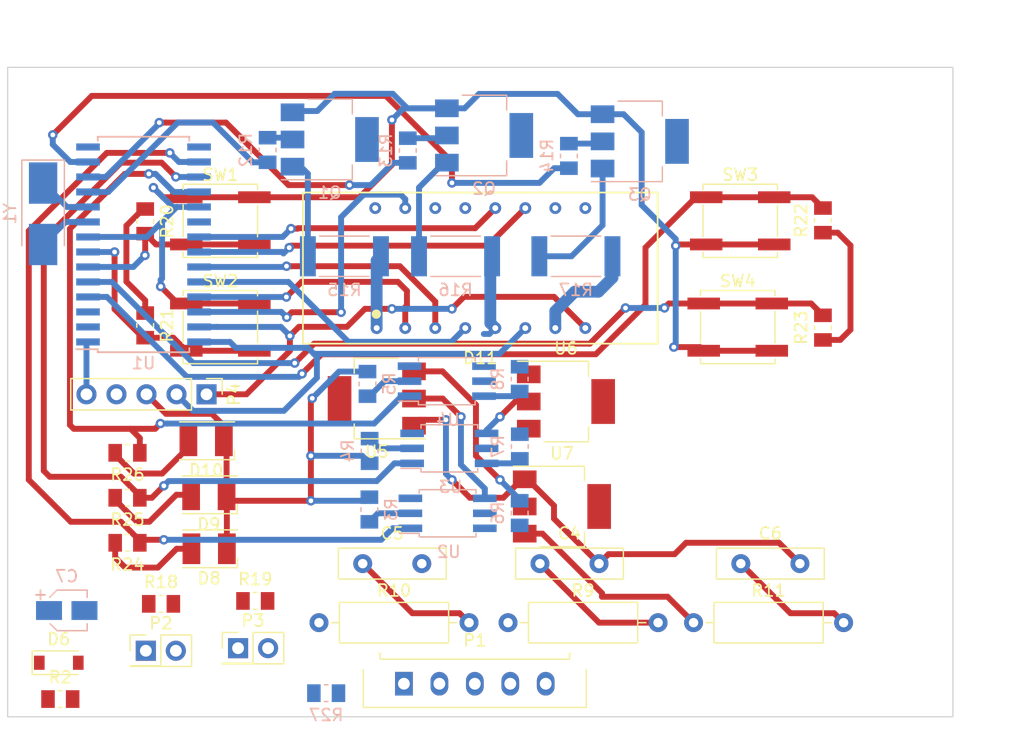
<source format=kicad_pcb>
(kicad_pcb (version 20171130) (host pcbnew no-vcs-found-a35cc44~61~ubuntu16.04.1)

  (general
    (thickness 1.6)
    (drawings 6)
    (tracks 409)
    (zones 0)
    (modules 54)
    (nets 56)
  )

  (page A4)
  (layers
    (0 F.Cu signal)
    (31 B.Cu signal)
    (32 B.Adhes user)
    (33 F.Adhes user)
    (34 B.Paste user)
    (35 F.Paste user)
    (36 B.SilkS user)
    (37 F.SilkS user)
    (38 B.Mask user)
    (39 F.Mask user)
    (40 Dwgs.User user)
    (41 Cmts.User user)
    (42 Eco1.User user)
    (43 Eco2.User user)
    (44 Edge.Cuts user)
    (45 Margin user)
    (46 B.CrtYd user)
    (47 F.CrtYd user)
    (48 B.Fab user)
    (49 F.Fab user)
  )

  (setup
    (last_trace_width 0.25)
    (user_trace_width 0.2)
    (user_trace_width 0.3)
    (user_trace_width 0.4)
    (user_trace_width 0.5)
    (user_trace_width 0.6)
    (user_trace_width 0.8)
    (user_trace_width 1)
    (user_trace_width 1.2)
    (trace_clearance 0.3)
    (zone_clearance 0.508)
    (zone_45_only no)
    (trace_min 0.2)
    (segment_width 0.2)
    (edge_width 0.1)
    (via_size 0.8)
    (via_drill 0.4)
    (via_min_size 0.4)
    (via_min_drill 0.3)
    (uvia_size 0.3)
    (uvia_drill 0.1)
    (uvias_allowed no)
    (uvia_min_size 0.2)
    (uvia_min_drill 0.1)
    (pcb_text_width 0.3)
    (pcb_text_size 1.5 1.5)
    (mod_edge_width 0.15)
    (mod_text_size 1 1)
    (mod_text_width 0.15)
    (pad_size 1.5 1.5)
    (pad_drill 0.6)
    (pad_to_mask_clearance 0)
    (aux_axis_origin 0 0)
    (visible_elements FFFFFF7F)
    (pcbplotparams
      (layerselection 0x3ffff_ffffffff)
      (usegerberextensions false)
      (usegerberattributes false)
      (usegerberadvancedattributes false)
      (creategerberjobfile false)
      (excludeedgelayer true)
      (linewidth 0.100000)
      (plotframeref false)
      (viasonmask false)
      (mode 1)
      (useauxorigin false)
      (hpglpennumber 1)
      (hpglpenspeed 20)
      (hpglpendiameter 15)
      (psnegative false)
      (psa4output false)
      (plotreference true)
      (plotvalue true)
      (plotinvisibletext false)
      (padsonsilk false)
      (subtractmaskfromsilk false)
      (outputformat 1)
      (mirror false)
      (drillshape 0)
      (scaleselection 1)
      (outputdirectory FABRICACION/gerber/))
  )

  (net 0 "")
  (net 1 GND)
  (net 2 "Net-(D8-Pad2)")
  (net 3 "Net-(D9-Pad2)")
  (net 4 "Net-(D10-Pad2)")
  (net 5 "/Cerebro/7 SEGMENTOS/E")
  (net 6 "/Cerebro/7 SEGMENTOS/C")
  (net 7 "/Cerebro/7 SEGMENTOS/D")
  (net 8 PGD)
  (net 9 PGC)
  (net 10 "/Cerebro/7 SEGMENTOS/B")
  (net 11 "/Cerebro/7 SEGMENTOS/A")
  (net 12 "/Cerebro/7 SEGMENTOS/F")
  (net 13 "/Cerebro/Acond NTC/T_A")
  (net 14 "/Cerebro/Acond NTC/T_R")
  (net 15 VDDP)
  (net 16 VPP)
  (net 17 "Net-(Q1-Pad2)")
  (net 18 "Net-(Q2-Pad2)")
  (net 19 "Net-(Q3-Pad2)")
  (net 20 VDD)
  (net 21 "Net-(R3-Pad1)")
  (net 22 "Net-(R4-Pad1)")
  (net 23 "Net-(R5-Pad1)")
  (net 24 CO)
  (net 25 "Net-(R6-Pad2)")
  (net 26 VE)
  (net 27 "Net-(R7-Pad2)")
  (net 28 RE)
  (net 29 "Net-(R8-Pad2)")
  (net 30 "/Cerebro/7 SEGMENTOS/E1")
  (net 31 "/Cerebro/7 SEGMENTOS/E2")
  (net 32 "/Cerebro/7 SEGMENTOS/E3")
  (net 33 /Cerebro/Botones/+)
  (net 34 /Cerebro/Botones/-)
  (net 35 /Cerebro/Botones/P)
  (net 36 /Cerebro/Botones/S)
  (net 37 "/Cerebro/Salida de potencia/Compresor")
  (net 38 "/Cerebro/Salida de potencia/Ventilador")
  (net 39 "/Cerebro/Salida de potencia/Resistencia")
  (net 40 "Net-(U2-Pad4)")
  (net 41 "Net-(U3-Pad4)")
  (net 42 "Net-(U4-Pad4)")
  (net 43 Nac)
  (net 44 "Net-(C4-Pad1)")
  (net 45 "Net-(C5-Pad1)")
  (net 46 "Net-(C6-Pad1)")
  (net 47 "Net-(C7-Pad1)")
  (net 48 K2)
  (net 49 K1)
  (net 50 "Net-(D11-Pad1)")
  (net 51 "Net-(D11-Pad5)")
  (net 52 "Net-(D11-Pad7)")
  (net 53 "Net-(Q1-Pad1)")
  (net 54 "Net-(Q2-Pad1)")
  (net 55 "Net-(Q3-Pad1)")

  (net_class Default "Esta es la clase de red por defecto."
    (clearance 0.3)
    (trace_width 0.25)
    (via_dia 0.8)
    (via_drill 0.4)
    (uvia_dia 0.3)
    (uvia_drill 0.1)
    (add_net "/Cerebro/7 SEGMENTOS/A")
    (add_net "/Cerebro/7 SEGMENTOS/B")
    (add_net "/Cerebro/7 SEGMENTOS/C")
    (add_net "/Cerebro/7 SEGMENTOS/D")
    (add_net "/Cerebro/7 SEGMENTOS/E")
    (add_net "/Cerebro/7 SEGMENTOS/E1")
    (add_net "/Cerebro/7 SEGMENTOS/E2")
    (add_net "/Cerebro/7 SEGMENTOS/E3")
    (add_net "/Cerebro/7 SEGMENTOS/F")
    (add_net "/Cerebro/Acond NTC/T_A")
    (add_net "/Cerebro/Acond NTC/T_R")
    (add_net /Cerebro/Botones/+)
    (add_net /Cerebro/Botones/-)
    (add_net /Cerebro/Botones/P)
    (add_net /Cerebro/Botones/S)
    (add_net "/Cerebro/Salida de potencia/Compresor")
    (add_net "/Cerebro/Salida de potencia/Resistencia")
    (add_net "/Cerebro/Salida de potencia/Ventilador")
    (add_net CO)
    (add_net GND)
    (add_net K1)
    (add_net K2)
    (add_net Nac)
    (add_net "Net-(C4-Pad1)")
    (add_net "Net-(C5-Pad1)")
    (add_net "Net-(C6-Pad1)")
    (add_net "Net-(C7-Pad1)")
    (add_net "Net-(D10-Pad2)")
    (add_net "Net-(D11-Pad1)")
    (add_net "Net-(D11-Pad5)")
    (add_net "Net-(D11-Pad7)")
    (add_net "Net-(D8-Pad2)")
    (add_net "Net-(D9-Pad2)")
    (add_net "Net-(Q1-Pad1)")
    (add_net "Net-(Q1-Pad2)")
    (add_net "Net-(Q2-Pad1)")
    (add_net "Net-(Q2-Pad2)")
    (add_net "Net-(Q3-Pad1)")
    (add_net "Net-(Q3-Pad2)")
    (add_net "Net-(R3-Pad1)")
    (add_net "Net-(R4-Pad1)")
    (add_net "Net-(R5-Pad1)")
    (add_net "Net-(R6-Pad2)")
    (add_net "Net-(R7-Pad2)")
    (add_net "Net-(R8-Pad2)")
    (add_net "Net-(U2-Pad4)")
    (add_net "Net-(U3-Pad4)")
    (add_net "Net-(U4-Pad4)")
    (add_net PGC)
    (add_net PGD)
    (add_net RE)
    (add_net VDD)
    (add_net VDDP)
    (add_net VE)
    (add_net VPP)
  )

  (module Package_TO_SOT_SMD:SOT-223 (layer B.Cu) (tedit 5A02FF57) (tstamp 5A925EDC)
    (at 107.26 46.11)
    (descr "module CMS SOT223 4 pins")
    (tags "CMS SOT")
    (path /56D4C343/56D50847/56FD9B9C)
    (attr smd)
    (fp_text reference Q1 (at 0 4.5) (layer B.SilkS)
      (effects (font (size 1 1) (thickness 0.15)) (justify mirror))
    )
    (fp_text value FZT493TA (at 0 -4.5) (layer B.Fab)
      (effects (font (size 1 1) (thickness 0.15)) (justify mirror))
    )
    (fp_line (start 1.85 3.35) (end 1.85 -3.35) (layer B.Fab) (width 0.1))
    (fp_line (start -1.85 -3.35) (end 1.85 -3.35) (layer B.Fab) (width 0.1))
    (fp_line (start -4.1 3.41) (end 1.91 3.41) (layer B.SilkS) (width 0.12))
    (fp_line (start -0.8 3.35) (end 1.85 3.35) (layer B.Fab) (width 0.1))
    (fp_line (start -1.85 -3.41) (end 1.91 -3.41) (layer B.SilkS) (width 0.12))
    (fp_line (start -1.85 2.3) (end -1.85 -3.35) (layer B.Fab) (width 0.1))
    (fp_line (start -4.4 3.6) (end -4.4 -3.6) (layer B.CrtYd) (width 0.05))
    (fp_line (start -4.4 -3.6) (end 4.4 -3.6) (layer B.CrtYd) (width 0.05))
    (fp_line (start 4.4 -3.6) (end 4.4 3.6) (layer B.CrtYd) (width 0.05))
    (fp_line (start 4.4 3.6) (end -4.4 3.6) (layer B.CrtYd) (width 0.05))
    (fp_line (start 1.91 3.41) (end 1.91 2.15) (layer B.SilkS) (width 0.12))
    (fp_line (start 1.91 -3.41) (end 1.91 -2.15) (layer B.SilkS) (width 0.12))
    (fp_line (start -1.85 2.3) (end -0.8 3.35) (layer B.Fab) (width 0.1))
    (fp_text user %R (at 0 0 -90) (layer B.Fab)
      (effects (font (size 0.8 0.8) (thickness 0.12)) (justify mirror))
    )
    (pad 1 smd rect (at -3.15 2.3) (size 2 1.5) (layers B.Cu B.Paste B.Mask)
      (net 53 "Net-(Q1-Pad1)"))
    (pad 3 smd rect (at -3.15 -2.3) (size 2 1.5) (layers B.Cu B.Paste B.Mask)
      (net 1 GND))
    (pad 2 smd rect (at -3.15 0) (size 2 1.5) (layers B.Cu B.Paste B.Mask)
      (net 17 "Net-(Q1-Pad2)"))
    (pad 4 smd rect (at 3.15 0) (size 2 3.8) (layers B.Cu B.Paste B.Mask))
    (model ${KISYS3DMOD}/Package_TO_SOT_SMD.3dshapes/SOT-223.wrl
      (at (xyz 0 0 0))
      (scale (xyz 1 1 1))
      (rotate (xyz 0 0 0))
    )
  )

  (module Package_TO_SOT_SMD:SOT-223 (layer B.Cu) (tedit 5A02FF57) (tstamp 5A925EF2)
    (at 120.322095 45.768949)
    (descr "module CMS SOT223 4 pins")
    (tags "CMS SOT")
    (path /56D4C343/56D50847/56FD9D81)
    (attr smd)
    (fp_text reference Q2 (at 0 4.5) (layer B.SilkS)
      (effects (font (size 1 1) (thickness 0.15)) (justify mirror))
    )
    (fp_text value FZT493TA (at 0 -4.5) (layer B.Fab)
      (effects (font (size 1 1) (thickness 0.15)) (justify mirror))
    )
    (fp_text user %R (at 0 0 -90) (layer B.Fab)
      (effects (font (size 0.8 0.8) (thickness 0.12)) (justify mirror))
    )
    (fp_line (start -1.85 2.3) (end -0.8 3.35) (layer B.Fab) (width 0.1))
    (fp_line (start 1.91 -3.41) (end 1.91 -2.15) (layer B.SilkS) (width 0.12))
    (fp_line (start 1.91 3.41) (end 1.91 2.15) (layer B.SilkS) (width 0.12))
    (fp_line (start 4.4 3.6) (end -4.4 3.6) (layer B.CrtYd) (width 0.05))
    (fp_line (start 4.4 -3.6) (end 4.4 3.6) (layer B.CrtYd) (width 0.05))
    (fp_line (start -4.4 -3.6) (end 4.4 -3.6) (layer B.CrtYd) (width 0.05))
    (fp_line (start -4.4 3.6) (end -4.4 -3.6) (layer B.CrtYd) (width 0.05))
    (fp_line (start -1.85 2.3) (end -1.85 -3.35) (layer B.Fab) (width 0.1))
    (fp_line (start -1.85 -3.41) (end 1.91 -3.41) (layer B.SilkS) (width 0.12))
    (fp_line (start -0.8 3.35) (end 1.85 3.35) (layer B.Fab) (width 0.1))
    (fp_line (start -4.1 3.41) (end 1.91 3.41) (layer B.SilkS) (width 0.12))
    (fp_line (start -1.85 -3.35) (end 1.85 -3.35) (layer B.Fab) (width 0.1))
    (fp_line (start 1.85 3.35) (end 1.85 -3.35) (layer B.Fab) (width 0.1))
    (pad 4 smd rect (at 3.15 0) (size 2 3.8) (layers B.Cu B.Paste B.Mask))
    (pad 2 smd rect (at -3.15 0) (size 2 1.5) (layers B.Cu B.Paste B.Mask)
      (net 18 "Net-(Q2-Pad2)"))
    (pad 3 smd rect (at -3.15 -2.3) (size 2 1.5) (layers B.Cu B.Paste B.Mask)
      (net 1 GND))
    (pad 1 smd rect (at -3.15 2.3) (size 2 1.5) (layers B.Cu B.Paste B.Mask)
      (net 54 "Net-(Q2-Pad1)"))
    (model ${KISYS3DMOD}/Package_TO_SOT_SMD.3dshapes/SOT-223.wrl
      (at (xyz 0 0 0))
      (scale (xyz 1 1 1))
      (rotate (xyz 0 0 0))
    )
  )

  (module Package_TO_SOT_SMD:SOT-223 (layer B.Cu) (tedit 5A02FF57) (tstamp 5A925F08)
    (at 133.5 46.268949)
    (descr "module CMS SOT223 4 pins")
    (tags "CMS SOT")
    (path /56D4C343/56D50847/56FD9E8B)
    (attr smd)
    (fp_text reference Q3 (at 0 4.5) (layer B.SilkS)
      (effects (font (size 1 1) (thickness 0.15)) (justify mirror))
    )
    (fp_text value FZT493TA (at 0 -4.5) (layer B.Fab)
      (effects (font (size 1 1) (thickness 0.15)) (justify mirror))
    )
    (fp_line (start 1.85 3.35) (end 1.85 -3.35) (layer B.Fab) (width 0.1))
    (fp_line (start -1.85 -3.35) (end 1.85 -3.35) (layer B.Fab) (width 0.1))
    (fp_line (start -4.1 3.41) (end 1.91 3.41) (layer B.SilkS) (width 0.12))
    (fp_line (start -0.8 3.35) (end 1.85 3.35) (layer B.Fab) (width 0.1))
    (fp_line (start -1.85 -3.41) (end 1.91 -3.41) (layer B.SilkS) (width 0.12))
    (fp_line (start -1.85 2.3) (end -1.85 -3.35) (layer B.Fab) (width 0.1))
    (fp_line (start -4.4 3.6) (end -4.4 -3.6) (layer B.CrtYd) (width 0.05))
    (fp_line (start -4.4 -3.6) (end 4.4 -3.6) (layer B.CrtYd) (width 0.05))
    (fp_line (start 4.4 -3.6) (end 4.4 3.6) (layer B.CrtYd) (width 0.05))
    (fp_line (start 4.4 3.6) (end -4.4 3.6) (layer B.CrtYd) (width 0.05))
    (fp_line (start 1.91 3.41) (end 1.91 2.15) (layer B.SilkS) (width 0.12))
    (fp_line (start 1.91 -3.41) (end 1.91 -2.15) (layer B.SilkS) (width 0.12))
    (fp_line (start -1.85 2.3) (end -0.8 3.35) (layer B.Fab) (width 0.1))
    (fp_text user %R (at 0 0 -90) (layer B.Fab)
      (effects (font (size 0.8 0.8) (thickness 0.12)) (justify mirror))
    )
    (pad 1 smd rect (at -3.15 2.3) (size 2 1.5) (layers B.Cu B.Paste B.Mask)
      (net 55 "Net-(Q3-Pad1)"))
    (pad 3 smd rect (at -3.15 -2.3) (size 2 1.5) (layers B.Cu B.Paste B.Mask)
      (net 1 GND))
    (pad 2 smd rect (at -3.15 0) (size 2 1.5) (layers B.Cu B.Paste B.Mask)
      (net 19 "Net-(Q3-Pad2)"))
    (pad 4 smd rect (at 3.15 0) (size 2 3.8) (layers B.Cu B.Paste B.Mask))
    (model ${KISYS3DMOD}/Package_TO_SOT_SMD.3dshapes/SOT-223.wrl
      (at (xyz 0 0 0))
      (scale (xyz 1 1 1))
      (rotate (xyz 0 0 0))
    )
  )

  (module Resistor_SMD:R_0805_2012Metric_Pad1.15x1.50mm_HandSolder (layer F.Cu) (tedit 59FE48B8) (tstamp 5A925F19)
    (at 84.4575 93.5)
    (descr "Resistor SMD 0805 (2012 Metric), square (rectangular) end terminal, IPC_7351 nominal with elongated pad for handsoldering. (Body size source: http://www.tortai-tech.com/upload/download/2011102023233369053.pdf), generated with kicad-footprint-generator")
    (tags "resistor handsolder")
    (path /56D4C343/56FD5F81)
    (attr smd)
    (fp_text reference R2 (at 0 -1.85) (layer F.SilkS)
      (effects (font (size 1 1) (thickness 0.15)))
    )
    (fp_text value 10k (at 0 1.85) (layer F.Fab)
      (effects (font (size 1 1) (thickness 0.15)))
    )
    (fp_text user %R (at 0 0) (layer F.Fab)
      (effects (font (size 0.5 0.5) (thickness 0.08)))
    )
    (fp_line (start 1.86 1) (end -1.86 1) (layer F.CrtYd) (width 0.05))
    (fp_line (start 1.86 -1) (end 1.86 1) (layer F.CrtYd) (width 0.05))
    (fp_line (start -1.86 -1) (end 1.86 -1) (layer F.CrtYd) (width 0.05))
    (fp_line (start -1.86 1) (end -1.86 -1) (layer F.CrtYd) (width 0.05))
    (fp_line (start -0.15 0.71) (end 0.15 0.71) (layer F.SilkS) (width 0.12))
    (fp_line (start -0.15 -0.71) (end 0.15 -0.71) (layer F.SilkS) (width 0.12))
    (fp_line (start 1 0.6) (end -1 0.6) (layer F.Fab) (width 0.1))
    (fp_line (start 1 -0.6) (end 1 0.6) (layer F.Fab) (width 0.1))
    (fp_line (start -1 -0.6) (end 1 -0.6) (layer F.Fab) (width 0.1))
    (fp_line (start -1 0.6) (end -1 -0.6) (layer F.Fab) (width 0.1))
    (pad 2 smd rect (at 1.0425 0) (size 1.145 1.5) (layers F.Cu F.Paste F.Mask)
      (net 47 "Net-(C7-Pad1)"))
    (pad 1 smd rect (at -1.0425 0) (size 1.145 1.5) (layers F.Cu F.Paste F.Mask)
      (net 20 VDD))
    (model ${KISYS3DMOD}/Resistor_SMD.3dshapes/R_0805_2012Metric.wrl
      (at (xyz 0 0 0))
      (scale (xyz 1 1 1))
      (rotate (xyz 0 0 0))
    )
  )

  (module Resistor_SMD:R_0805_2012Metric_Pad1.15x1.50mm_HandSolder (layer B.Cu) (tedit 59FE48B8) (tstamp 5A925F2A)
    (at 110.6139 77.445342 90)
    (descr "Resistor SMD 0805 (2012 Metric), square (rectangular) end terminal, IPC_7351 nominal with elongated pad for handsoldering. (Body size source: http://www.tortai-tech.com/upload/download/2011102023233369053.pdf), generated with kicad-footprint-generator")
    (tags "resistor handsolder")
    (path /56D4C343/56D4C3A8/56FDDC11)
    (attr smd)
    (fp_text reference R3 (at 0 1.85 90) (layer B.SilkS)
      (effects (font (size 1 1) (thickness 0.15)) (justify mirror))
    )
    (fp_text value 330 (at 0 -1.85 90) (layer B.Fab)
      (effects (font (size 1 1) (thickness 0.15)) (justify mirror))
    )
    (fp_text user %R (at 0 0 90) (layer B.Fab)
      (effects (font (size 0.5 0.5) (thickness 0.08)) (justify mirror))
    )
    (fp_line (start 1.86 -1) (end -1.86 -1) (layer B.CrtYd) (width 0.05))
    (fp_line (start 1.86 1) (end 1.86 -1) (layer B.CrtYd) (width 0.05))
    (fp_line (start -1.86 1) (end 1.86 1) (layer B.CrtYd) (width 0.05))
    (fp_line (start -1.86 -1) (end -1.86 1) (layer B.CrtYd) (width 0.05))
    (fp_line (start -0.15 -0.71) (end 0.15 -0.71) (layer B.SilkS) (width 0.12))
    (fp_line (start -0.15 0.71) (end 0.15 0.71) (layer B.SilkS) (width 0.12))
    (fp_line (start 1 -0.6) (end -1 -0.6) (layer B.Fab) (width 0.1))
    (fp_line (start 1 0.6) (end 1 -0.6) (layer B.Fab) (width 0.1))
    (fp_line (start -1 0.6) (end 1 0.6) (layer B.Fab) (width 0.1))
    (fp_line (start -1 -0.6) (end -1 0.6) (layer B.Fab) (width 0.1))
    (pad 2 smd rect (at 1.0425 0 90) (size 1.145 1.5) (layers B.Cu B.Paste B.Mask)
      (net 1 GND))
    (pad 1 smd rect (at -1.0425 0 90) (size 1.145 1.5) (layers B.Cu B.Paste B.Mask)
      (net 21 "Net-(R3-Pad1)"))
    (model ${KISYS3DMOD}/Resistor_SMD.3dshapes/R_0805_2012Metric.wrl
      (at (xyz 0 0 0))
      (scale (xyz 1 1 1))
      (rotate (xyz 0 0 0))
    )
  )

  (module Resistor_SMD:R_0805_2012Metric_Pad1.15x1.50mm_HandSolder (layer B.Cu) (tedit 59FE48B8) (tstamp 5A925F3B)
    (at 110.6339 72.485342 270)
    (descr "Resistor SMD 0805 (2012 Metric), square (rectangular) end terminal, IPC_7351 nominal with elongated pad for handsoldering. (Body size source: http://www.tortai-tech.com/upload/download/2011102023233369053.pdf), generated with kicad-footprint-generator")
    (tags "resistor handsolder")
    (path /56D4C343/56D4C3A8/56FDE232)
    (attr smd)
    (fp_text reference R4 (at 0 1.85 270) (layer B.SilkS)
      (effects (font (size 1 1) (thickness 0.15)) (justify mirror))
    )
    (fp_text value 330 (at 0 -1.85 270) (layer B.Fab)
      (effects (font (size 1 1) (thickness 0.15)) (justify mirror))
    )
    (fp_line (start -1 -0.6) (end -1 0.6) (layer B.Fab) (width 0.1))
    (fp_line (start -1 0.6) (end 1 0.6) (layer B.Fab) (width 0.1))
    (fp_line (start 1 0.6) (end 1 -0.6) (layer B.Fab) (width 0.1))
    (fp_line (start 1 -0.6) (end -1 -0.6) (layer B.Fab) (width 0.1))
    (fp_line (start -0.15 0.71) (end 0.15 0.71) (layer B.SilkS) (width 0.12))
    (fp_line (start -0.15 -0.71) (end 0.15 -0.71) (layer B.SilkS) (width 0.12))
    (fp_line (start -1.86 -1) (end -1.86 1) (layer B.CrtYd) (width 0.05))
    (fp_line (start -1.86 1) (end 1.86 1) (layer B.CrtYd) (width 0.05))
    (fp_line (start 1.86 1) (end 1.86 -1) (layer B.CrtYd) (width 0.05))
    (fp_line (start 1.86 -1) (end -1.86 -1) (layer B.CrtYd) (width 0.05))
    (fp_text user %R (at 0 0 270) (layer B.Fab)
      (effects (font (size 0.5 0.5) (thickness 0.08)) (justify mirror))
    )
    (pad 1 smd rect (at -1.0425 0 270) (size 1.145 1.5) (layers B.Cu B.Paste B.Mask)
      (net 22 "Net-(R4-Pad1)"))
    (pad 2 smd rect (at 1.0425 0 270) (size 1.145 1.5) (layers B.Cu B.Paste B.Mask)
      (net 1 GND))
    (model ${KISYS3DMOD}/Resistor_SMD.3dshapes/R_0805_2012Metric.wrl
      (at (xyz 0 0 0))
      (scale (xyz 1 1 1))
      (rotate (xyz 0 0 0))
    )
  )

  (module Resistor_SMD:R_0805_2012Metric_Pad1.15x1.50mm_HandSolder (layer B.Cu) (tedit 59FE48B8) (tstamp 5A999821)
    (at 110.4539 66.807842 90)
    (descr "Resistor SMD 0805 (2012 Metric), square (rectangular) end terminal, IPC_7351 nominal with elongated pad for handsoldering. (Body size source: http://www.tortai-tech.com/upload/download/2011102023233369053.pdf), generated with kicad-footprint-generator")
    (tags "resistor handsolder")
    (path /56D4C343/56D4C3A8/56FDE9FE)
    (attr smd)
    (fp_text reference R5 (at 0 1.85 90) (layer B.SilkS)
      (effects (font (size 1 1) (thickness 0.15)) (justify mirror))
    )
    (fp_text value 330 (at 0 -1.85 90) (layer B.Fab)
      (effects (font (size 1 1) (thickness 0.15)) (justify mirror))
    )
    (fp_text user %R (at 0 0 90) (layer B.Fab)
      (effects (font (size 0.5 0.5) (thickness 0.08)) (justify mirror))
    )
    (fp_line (start 1.86 -1) (end -1.86 -1) (layer B.CrtYd) (width 0.05))
    (fp_line (start 1.86 1) (end 1.86 -1) (layer B.CrtYd) (width 0.05))
    (fp_line (start -1.86 1) (end 1.86 1) (layer B.CrtYd) (width 0.05))
    (fp_line (start -1.86 -1) (end -1.86 1) (layer B.CrtYd) (width 0.05))
    (fp_line (start -0.15 -0.71) (end 0.15 -0.71) (layer B.SilkS) (width 0.12))
    (fp_line (start -0.15 0.71) (end 0.15 0.71) (layer B.SilkS) (width 0.12))
    (fp_line (start 1 -0.6) (end -1 -0.6) (layer B.Fab) (width 0.1))
    (fp_line (start 1 0.6) (end 1 -0.6) (layer B.Fab) (width 0.1))
    (fp_line (start -1 0.6) (end 1 0.6) (layer B.Fab) (width 0.1))
    (fp_line (start -1 -0.6) (end -1 0.6) (layer B.Fab) (width 0.1))
    (pad 2 smd rect (at 1.0425 0 90) (size 1.145 1.5) (layers B.Cu B.Paste B.Mask)
      (net 1 GND))
    (pad 1 smd rect (at -1.0425 0 90) (size 1.145 1.5) (layers B.Cu B.Paste B.Mask)
      (net 23 "Net-(R5-Pad1)"))
    (model ${KISYS3DMOD}/Resistor_SMD.3dshapes/R_0805_2012Metric.wrl
      (at (xyz 0 0 0))
      (scale (xyz 1 1 1))
      (rotate (xyz 0 0 0))
    )
  )

  (module Resistor_SMD:R_0805_2012Metric_Pad1.15x1.50mm_HandSolder (layer B.Cu) (tedit 59FE48B8) (tstamp 5A999757)
    (at 123.3339 77.747842 270)
    (descr "Resistor SMD 0805 (2012 Metric), square (rectangular) end terminal, IPC_7351 nominal with elongated pad for handsoldering. (Body size source: http://www.tortai-tech.com/upload/download/2011102023233369053.pdf), generated with kicad-footprint-generator")
    (tags "resistor handsolder")
    (path /56D4C343/56D4C3A8/56FDDD7A)
    (attr smd)
    (fp_text reference R6 (at 0 1.85 270) (layer B.SilkS)
      (effects (font (size 1 1) (thickness 0.15)) (justify mirror))
    )
    (fp_text value 330 (at 0 -1.85 270) (layer B.Fab)
      (effects (font (size 1 1) (thickness 0.15)) (justify mirror))
    )
    (fp_line (start -1 -0.6) (end -1 0.6) (layer B.Fab) (width 0.1))
    (fp_line (start -1 0.6) (end 1 0.6) (layer B.Fab) (width 0.1))
    (fp_line (start 1 0.6) (end 1 -0.6) (layer B.Fab) (width 0.1))
    (fp_line (start 1 -0.6) (end -1 -0.6) (layer B.Fab) (width 0.1))
    (fp_line (start -0.15 0.71) (end 0.15 0.71) (layer B.SilkS) (width 0.12))
    (fp_line (start -0.15 -0.71) (end 0.15 -0.71) (layer B.SilkS) (width 0.12))
    (fp_line (start -1.86 -1) (end -1.86 1) (layer B.CrtYd) (width 0.05))
    (fp_line (start -1.86 1) (end 1.86 1) (layer B.CrtYd) (width 0.05))
    (fp_line (start 1.86 1) (end 1.86 -1) (layer B.CrtYd) (width 0.05))
    (fp_line (start 1.86 -1) (end -1.86 -1) (layer B.CrtYd) (width 0.05))
    (fp_text user %R (at 0 0 270) (layer B.Fab)
      (effects (font (size 0.5 0.5) (thickness 0.08)) (justify mirror))
    )
    (pad 1 smd rect (at -1.0425 0 270) (size 1.145 1.5) (layers B.Cu B.Paste B.Mask)
      (net 24 CO))
    (pad 2 smd rect (at 1.0425 0 270) (size 1.145 1.5) (layers B.Cu B.Paste B.Mask)
      (net 25 "Net-(R6-Pad2)"))
    (model ${KISYS3DMOD}/Resistor_SMD.3dshapes/R_0805_2012Metric.wrl
      (at (xyz 0 0 0))
      (scale (xyz 1 1 1))
      (rotate (xyz 0 0 0))
    )
  )

  (module Resistor_SMD:R_0805_2012Metric_Pad1.15x1.50mm_HandSolder (layer B.Cu) (tedit 59FE48B8) (tstamp 5A925F6E)
    (at 123.3439 72.110342 270)
    (descr "Resistor SMD 0805 (2012 Metric), square (rectangular) end terminal, IPC_7351 nominal with elongated pad for handsoldering. (Body size source: http://www.tortai-tech.com/upload/download/2011102023233369053.pdf), generated with kicad-footprint-generator")
    (tags "resistor handsolder")
    (path /56D4C343/56D4C3A8/56FDE0AB)
    (attr smd)
    (fp_text reference R7 (at 0 1.85 270) (layer B.SilkS)
      (effects (font (size 1 1) (thickness 0.15)) (justify mirror))
    )
    (fp_text value 330 (at 0 -1.85 270) (layer B.Fab)
      (effects (font (size 1 1) (thickness 0.15)) (justify mirror))
    )
    (fp_line (start -1 -0.6) (end -1 0.6) (layer B.Fab) (width 0.1))
    (fp_line (start -1 0.6) (end 1 0.6) (layer B.Fab) (width 0.1))
    (fp_line (start 1 0.6) (end 1 -0.6) (layer B.Fab) (width 0.1))
    (fp_line (start 1 -0.6) (end -1 -0.6) (layer B.Fab) (width 0.1))
    (fp_line (start -0.15 0.71) (end 0.15 0.71) (layer B.SilkS) (width 0.12))
    (fp_line (start -0.15 -0.71) (end 0.15 -0.71) (layer B.SilkS) (width 0.12))
    (fp_line (start -1.86 -1) (end -1.86 1) (layer B.CrtYd) (width 0.05))
    (fp_line (start -1.86 1) (end 1.86 1) (layer B.CrtYd) (width 0.05))
    (fp_line (start 1.86 1) (end 1.86 -1) (layer B.CrtYd) (width 0.05))
    (fp_line (start 1.86 -1) (end -1.86 -1) (layer B.CrtYd) (width 0.05))
    (fp_text user %R (at 0 0 270) (layer B.Fab)
      (effects (font (size 0.5 0.5) (thickness 0.08)) (justify mirror))
    )
    (pad 1 smd rect (at -1.0425 0 270) (size 1.145 1.5) (layers B.Cu B.Paste B.Mask)
      (net 26 VE))
    (pad 2 smd rect (at 1.0425 0 270) (size 1.145 1.5) (layers B.Cu B.Paste B.Mask)
      (net 27 "Net-(R7-Pad2)"))
    (model ${KISYS3DMOD}/Resistor_SMD.3dshapes/R_0805_2012Metric.wrl
      (at (xyz 0 0 0))
      (scale (xyz 1 1 1))
      (rotate (xyz 0 0 0))
    )
  )

  (module Resistor_SMD:R_0805_2012Metric_Pad1.15x1.50mm_HandSolder (layer B.Cu) (tedit 59FE48B8) (tstamp 5A925F7F)
    (at 123.3339 66.400342 270)
    (descr "Resistor SMD 0805 (2012 Metric), square (rectangular) end terminal, IPC_7351 nominal with elongated pad for handsoldering. (Body size source: http://www.tortai-tech.com/upload/download/2011102023233369053.pdf), generated with kicad-footprint-generator")
    (tags "resistor handsolder")
    (path /56D4C343/56D4C3A8/56FDE7E3)
    (attr smd)
    (fp_text reference R8 (at 0 1.85 270) (layer B.SilkS)
      (effects (font (size 1 1) (thickness 0.15)) (justify mirror))
    )
    (fp_text value 330 (at 0 -1.85 270) (layer B.Fab)
      (effects (font (size 1 1) (thickness 0.15)) (justify mirror))
    )
    (fp_line (start -1 -0.6) (end -1 0.6) (layer B.Fab) (width 0.1))
    (fp_line (start -1 0.6) (end 1 0.6) (layer B.Fab) (width 0.1))
    (fp_line (start 1 0.6) (end 1 -0.6) (layer B.Fab) (width 0.1))
    (fp_line (start 1 -0.6) (end -1 -0.6) (layer B.Fab) (width 0.1))
    (fp_line (start -0.15 0.71) (end 0.15 0.71) (layer B.SilkS) (width 0.12))
    (fp_line (start -0.15 -0.71) (end 0.15 -0.71) (layer B.SilkS) (width 0.12))
    (fp_line (start -1.86 -1) (end -1.86 1) (layer B.CrtYd) (width 0.05))
    (fp_line (start -1.86 1) (end 1.86 1) (layer B.CrtYd) (width 0.05))
    (fp_line (start 1.86 1) (end 1.86 -1) (layer B.CrtYd) (width 0.05))
    (fp_line (start 1.86 -1) (end -1.86 -1) (layer B.CrtYd) (width 0.05))
    (fp_text user %R (at 0 0 270) (layer B.Fab)
      (effects (font (size 0.5 0.5) (thickness 0.08)) (justify mirror))
    )
    (pad 1 smd rect (at -1.0425 0 270) (size 1.145 1.5) (layers B.Cu B.Paste B.Mask)
      (net 28 RE))
    (pad 2 smd rect (at 1.0425 0 270) (size 1.145 1.5) (layers B.Cu B.Paste B.Mask)
      (net 29 "Net-(R8-Pad2)"))
    (model ${KISYS3DMOD}/Resistor_SMD.3dshapes/R_0805_2012Metric.wrl
      (at (xyz 0 0 0))
      (scale (xyz 1 1 1))
      (rotate (xyz 0 0 0))
    )
  )

  (module Resistor_SMD:R_0805_2012Metric_Pad1.15x1.50mm_HandSolder (layer B.Cu) (tedit 59FE48B8) (tstamp 5A925F90)
    (at 102 47 270)
    (descr "Resistor SMD 0805 (2012 Metric), square (rectangular) end terminal, IPC_7351 nominal with elongated pad for handsoldering. (Body size source: http://www.tortai-tech.com/upload/download/2011102023233369053.pdf), generated with kicad-footprint-generator")
    (tags "resistor handsolder")
    (path /56D4C343/56D50847/56FD980A)
    (attr smd)
    (fp_text reference R12 (at 0 1.85 270) (layer B.SilkS)
      (effects (font (size 1 1) (thickness 0.15)) (justify mirror))
    )
    (fp_text value 2.7k (at 0 -1.85 270) (layer B.Fab)
      (effects (font (size 1 1) (thickness 0.15)) (justify mirror))
    )
    (fp_text user %R (at 0 0 270) (layer B.Fab)
      (effects (font (size 0.5 0.5) (thickness 0.08)) (justify mirror))
    )
    (fp_line (start 1.86 -1) (end -1.86 -1) (layer B.CrtYd) (width 0.05))
    (fp_line (start 1.86 1) (end 1.86 -1) (layer B.CrtYd) (width 0.05))
    (fp_line (start -1.86 1) (end 1.86 1) (layer B.CrtYd) (width 0.05))
    (fp_line (start -1.86 -1) (end -1.86 1) (layer B.CrtYd) (width 0.05))
    (fp_line (start -0.15 -0.71) (end 0.15 -0.71) (layer B.SilkS) (width 0.12))
    (fp_line (start -0.15 0.71) (end 0.15 0.71) (layer B.SilkS) (width 0.12))
    (fp_line (start 1 -0.6) (end -1 -0.6) (layer B.Fab) (width 0.1))
    (fp_line (start 1 0.6) (end 1 -0.6) (layer B.Fab) (width 0.1))
    (fp_line (start -1 0.6) (end 1 0.6) (layer B.Fab) (width 0.1))
    (fp_line (start -1 -0.6) (end -1 0.6) (layer B.Fab) (width 0.1))
    (pad 2 smd rect (at 1.0425 0 270) (size 1.145 1.5) (layers B.Cu B.Paste B.Mask)
      (net 30 "/Cerebro/7 SEGMENTOS/E1"))
    (pad 1 smd rect (at -1.0425 0 270) (size 1.145 1.5) (layers B.Cu B.Paste B.Mask)
      (net 17 "Net-(Q1-Pad2)"))
    (model ${KISYS3DMOD}/Resistor_SMD.3dshapes/R_0805_2012Metric.wrl
      (at (xyz 0 0 0))
      (scale (xyz 1 1 1))
      (rotate (xyz 0 0 0))
    )
  )

  (module Resistor_SMD:R_0805_2012Metric_Pad1.15x1.50mm_HandSolder (layer B.Cu) (tedit 59FE48B8) (tstamp 5A925FA1)
    (at 113.864595 47.0425 270)
    (descr "Resistor SMD 0805 (2012 Metric), square (rectangular) end terminal, IPC_7351 nominal with elongated pad for handsoldering. (Body size source: http://www.tortai-tech.com/upload/download/2011102023233369053.pdf), generated with kicad-footprint-generator")
    (tags "resistor handsolder")
    (path /56D4C343/56D50847/56FD994B)
    (attr smd)
    (fp_text reference R13 (at 0 1.85 270) (layer B.SilkS)
      (effects (font (size 1 1) (thickness 0.15)) (justify mirror))
    )
    (fp_text value 2.7k (at 0 -1.85 270) (layer B.Fab)
      (effects (font (size 1 1) (thickness 0.15)) (justify mirror))
    )
    (fp_line (start -1 -0.6) (end -1 0.6) (layer B.Fab) (width 0.1))
    (fp_line (start -1 0.6) (end 1 0.6) (layer B.Fab) (width 0.1))
    (fp_line (start 1 0.6) (end 1 -0.6) (layer B.Fab) (width 0.1))
    (fp_line (start 1 -0.6) (end -1 -0.6) (layer B.Fab) (width 0.1))
    (fp_line (start -0.15 0.71) (end 0.15 0.71) (layer B.SilkS) (width 0.12))
    (fp_line (start -0.15 -0.71) (end 0.15 -0.71) (layer B.SilkS) (width 0.12))
    (fp_line (start -1.86 -1) (end -1.86 1) (layer B.CrtYd) (width 0.05))
    (fp_line (start -1.86 1) (end 1.86 1) (layer B.CrtYd) (width 0.05))
    (fp_line (start 1.86 1) (end 1.86 -1) (layer B.CrtYd) (width 0.05))
    (fp_line (start 1.86 -1) (end -1.86 -1) (layer B.CrtYd) (width 0.05))
    (fp_text user %R (at 0 0 270) (layer B.Fab)
      (effects (font (size 0.5 0.5) (thickness 0.08)) (justify mirror))
    )
    (pad 1 smd rect (at -1.0425 0 270) (size 1.145 1.5) (layers B.Cu B.Paste B.Mask)
      (net 18 "Net-(Q2-Pad2)"))
    (pad 2 smd rect (at 1.0425 0 270) (size 1.145 1.5) (layers B.Cu B.Paste B.Mask)
      (net 31 "/Cerebro/7 SEGMENTOS/E2"))
    (model ${KISYS3DMOD}/Resistor_SMD.3dshapes/R_0805_2012Metric.wrl
      (at (xyz 0 0 0))
      (scale (xyz 1 1 1))
      (rotate (xyz 0 0 0))
    )
  )

  (module Resistor_SMD:R_0805_2012Metric_Pad1.15x1.50mm_HandSolder (layer B.Cu) (tedit 59FE48B8) (tstamp 5A925FB2)
    (at 127.5 47.5 270)
    (descr "Resistor SMD 0805 (2012 Metric), square (rectangular) end terminal, IPC_7351 nominal with elongated pad for handsoldering. (Body size source: http://www.tortai-tech.com/upload/download/2011102023233369053.pdf), generated with kicad-footprint-generator")
    (tags "resistor handsolder")
    (path /56D4C343/56D50847/56FD9A24)
    (attr smd)
    (fp_text reference R14 (at 0 1.85 270) (layer B.SilkS)
      (effects (font (size 1 1) (thickness 0.15)) (justify mirror))
    )
    (fp_text value 2.7k (at 0 -1.85 270) (layer B.Fab)
      (effects (font (size 1 1) (thickness 0.15)) (justify mirror))
    )
    (fp_text user %R (at 0 0 270) (layer B.Fab)
      (effects (font (size 0.5 0.5) (thickness 0.08)) (justify mirror))
    )
    (fp_line (start 1.86 -1) (end -1.86 -1) (layer B.CrtYd) (width 0.05))
    (fp_line (start 1.86 1) (end 1.86 -1) (layer B.CrtYd) (width 0.05))
    (fp_line (start -1.86 1) (end 1.86 1) (layer B.CrtYd) (width 0.05))
    (fp_line (start -1.86 -1) (end -1.86 1) (layer B.CrtYd) (width 0.05))
    (fp_line (start -0.15 -0.71) (end 0.15 -0.71) (layer B.SilkS) (width 0.12))
    (fp_line (start -0.15 0.71) (end 0.15 0.71) (layer B.SilkS) (width 0.12))
    (fp_line (start 1 -0.6) (end -1 -0.6) (layer B.Fab) (width 0.1))
    (fp_line (start 1 0.6) (end 1 -0.6) (layer B.Fab) (width 0.1))
    (fp_line (start -1 0.6) (end 1 0.6) (layer B.Fab) (width 0.1))
    (fp_line (start -1 -0.6) (end -1 0.6) (layer B.Fab) (width 0.1))
    (pad 2 smd rect (at 1.0425 0 270) (size 1.145 1.5) (layers B.Cu B.Paste B.Mask)
      (net 32 "/Cerebro/7 SEGMENTOS/E3"))
    (pad 1 smd rect (at -1.0425 0 270) (size 1.145 1.5) (layers B.Cu B.Paste B.Mask)
      (net 19 "Net-(Q3-Pad2)"))
    (model ${KISYS3DMOD}/Resistor_SMD.3dshapes/R_0805_2012Metric.wrl
      (at (xyz 0 0 0))
      (scale (xyz 1 1 1))
      (rotate (xyz 0 0 0))
    )
  )

  (module Resistor_SMD:R_0805_2012Metric_Pad1.15x1.50mm_HandSolder (layer F.Cu) (tedit 59FE48B8) (tstamp 5A925FC3)
    (at 92.9815 85.436)
    (descr "Resistor SMD 0805 (2012 Metric), square (rectangular) end terminal, IPC_7351 nominal with elongated pad for handsoldering. (Body size source: http://www.tortai-tech.com/upload/download/2011102023233369053.pdf), generated with kicad-footprint-generator")
    (tags "resistor handsolder")
    (path /56D4C343/56D55A1E/56FD73A4)
    (attr smd)
    (fp_text reference R18 (at 0 -1.85) (layer F.SilkS)
      (effects (font (size 1 1) (thickness 0.15)))
    )
    (fp_text value 20k (at 0 1.85) (layer F.Fab)
      (effects (font (size 1 1) (thickness 0.15)))
    )
    (fp_line (start -1 0.6) (end -1 -0.6) (layer F.Fab) (width 0.1))
    (fp_line (start -1 -0.6) (end 1 -0.6) (layer F.Fab) (width 0.1))
    (fp_line (start 1 -0.6) (end 1 0.6) (layer F.Fab) (width 0.1))
    (fp_line (start 1 0.6) (end -1 0.6) (layer F.Fab) (width 0.1))
    (fp_line (start -0.15 -0.71) (end 0.15 -0.71) (layer F.SilkS) (width 0.12))
    (fp_line (start -0.15 0.71) (end 0.15 0.71) (layer F.SilkS) (width 0.12))
    (fp_line (start -1.86 1) (end -1.86 -1) (layer F.CrtYd) (width 0.05))
    (fp_line (start -1.86 -1) (end 1.86 -1) (layer F.CrtYd) (width 0.05))
    (fp_line (start 1.86 -1) (end 1.86 1) (layer F.CrtYd) (width 0.05))
    (fp_line (start 1.86 1) (end -1.86 1) (layer F.CrtYd) (width 0.05))
    (fp_text user %R (at 0 0) (layer F.Fab)
      (effects (font (size 0.5 0.5) (thickness 0.08)))
    )
    (pad 1 smd rect (at -1.0425 0) (size 1.145 1.5) (layers F.Cu F.Paste F.Mask)
      (net 20 VDD))
    (pad 2 smd rect (at 1.0425 0) (size 1.145 1.5) (layers F.Cu F.Paste F.Mask)
      (net 13 "/Cerebro/Acond NTC/T_A"))
    (model ${KISYS3DMOD}/Resistor_SMD.3dshapes/R_0805_2012Metric.wrl
      (at (xyz 0 0 0))
      (scale (xyz 1 1 1))
      (rotate (xyz 0 0 0))
    )
  )

  (module Resistor_SMD:R_0805_2012Metric_Pad1.15x1.50mm_HandSolder (layer F.Cu) (tedit 59FE48B8) (tstamp 5A925FD4)
    (at 100.9575 85.19)
    (descr "Resistor SMD 0805 (2012 Metric), square (rectangular) end terminal, IPC_7351 nominal with elongated pad for handsoldering. (Body size source: http://www.tortai-tech.com/upload/download/2011102023233369053.pdf), generated with kicad-footprint-generator")
    (tags "resistor handsolder")
    (path /56D4C343/56D55A1E/56FD753F)
    (attr smd)
    (fp_text reference R19 (at 0 -1.85) (layer F.SilkS)
      (effects (font (size 1 1) (thickness 0.15)))
    )
    (fp_text value 20k (at 0 1.85) (layer F.Fab)
      (effects (font (size 1 1) (thickness 0.15)))
    )
    (fp_text user %R (at 0 0) (layer F.Fab)
      (effects (font (size 0.5 0.5) (thickness 0.08)))
    )
    (fp_line (start 1.86 1) (end -1.86 1) (layer F.CrtYd) (width 0.05))
    (fp_line (start 1.86 -1) (end 1.86 1) (layer F.CrtYd) (width 0.05))
    (fp_line (start -1.86 -1) (end 1.86 -1) (layer F.CrtYd) (width 0.05))
    (fp_line (start -1.86 1) (end -1.86 -1) (layer F.CrtYd) (width 0.05))
    (fp_line (start -0.15 0.71) (end 0.15 0.71) (layer F.SilkS) (width 0.12))
    (fp_line (start -0.15 -0.71) (end 0.15 -0.71) (layer F.SilkS) (width 0.12))
    (fp_line (start 1 0.6) (end -1 0.6) (layer F.Fab) (width 0.1))
    (fp_line (start 1 -0.6) (end 1 0.6) (layer F.Fab) (width 0.1))
    (fp_line (start -1 -0.6) (end 1 -0.6) (layer F.Fab) (width 0.1))
    (fp_line (start -1 0.6) (end -1 -0.6) (layer F.Fab) (width 0.1))
    (pad 2 smd rect (at 1.0425 0) (size 1.145 1.5) (layers F.Cu F.Paste F.Mask)
      (net 14 "/Cerebro/Acond NTC/T_R"))
    (pad 1 smd rect (at -1.0425 0) (size 1.145 1.5) (layers F.Cu F.Paste F.Mask)
      (net 20 VDD))
    (model ${KISYS3DMOD}/Resistor_SMD.3dshapes/R_0805_2012Metric.wrl
      (at (xyz 0 0 0))
      (scale (xyz 1 1 1))
      (rotate (xyz 0 0 0))
    )
  )

  (module Resistor_SMD:R_0805_2012Metric_Pad1.15x1.50mm_HandSolder (layer F.Cu) (tedit 59FE48B8) (tstamp 5A925FE5)
    (at 91.64 53.04 270)
    (descr "Resistor SMD 0805 (2012 Metric), square (rectangular) end terminal, IPC_7351 nominal with elongated pad for handsoldering. (Body size source: http://www.tortai-tech.com/upload/download/2011102023233369053.pdf), generated with kicad-footprint-generator")
    (tags "resistor handsolder")
    (path /56D4C343/56D56ED8/56FD7B86)
    (attr smd)
    (fp_text reference R20 (at 0 -1.85 270) (layer F.SilkS)
      (effects (font (size 1 1) (thickness 0.15)))
    )
    (fp_text value 10k (at 0 1.85 270) (layer F.Fab)
      (effects (font (size 1 1) (thickness 0.15)))
    )
    (fp_line (start -1 0.6) (end -1 -0.6) (layer F.Fab) (width 0.1))
    (fp_line (start -1 -0.6) (end 1 -0.6) (layer F.Fab) (width 0.1))
    (fp_line (start 1 -0.6) (end 1 0.6) (layer F.Fab) (width 0.1))
    (fp_line (start 1 0.6) (end -1 0.6) (layer F.Fab) (width 0.1))
    (fp_line (start -0.15 -0.71) (end 0.15 -0.71) (layer F.SilkS) (width 0.12))
    (fp_line (start -0.15 0.71) (end 0.15 0.71) (layer F.SilkS) (width 0.12))
    (fp_line (start -1.86 1) (end -1.86 -1) (layer F.CrtYd) (width 0.05))
    (fp_line (start -1.86 -1) (end 1.86 -1) (layer F.CrtYd) (width 0.05))
    (fp_line (start 1.86 -1) (end 1.86 1) (layer F.CrtYd) (width 0.05))
    (fp_line (start 1.86 1) (end -1.86 1) (layer F.CrtYd) (width 0.05))
    (fp_text user %R (at 0 0 270) (layer F.Fab)
      (effects (font (size 0.5 0.5) (thickness 0.08)))
    )
    (pad 1 smd rect (at -1.0425 0 270) (size 1.145 1.5) (layers F.Cu F.Paste F.Mask)
      (net 20 VDD))
    (pad 2 smd rect (at 1.0425 0 270) (size 1.145 1.5) (layers F.Cu F.Paste F.Mask)
      (net 33 /Cerebro/Botones/+))
    (model ${KISYS3DMOD}/Resistor_SMD.3dshapes/R_0805_2012Metric.wrl
      (at (xyz 0 0 0))
      (scale (xyz 1 1 1))
      (rotate (xyz 0 0 0))
    )
  )

  (module Resistor_SMD:R_0805_2012Metric_Pad1.15x1.50mm_HandSolder (layer F.Cu) (tedit 59FE48B8) (tstamp 5A925FF6)
    (at 91.64 61.8525 270)
    (descr "Resistor SMD 0805 (2012 Metric), square (rectangular) end terminal, IPC_7351 nominal with elongated pad for handsoldering. (Body size source: http://www.tortai-tech.com/upload/download/2011102023233369053.pdf), generated with kicad-footprint-generator")
    (tags "resistor handsolder")
    (path /56D4C343/56D56ED8/56FD7F21)
    (attr smd)
    (fp_text reference R21 (at 0 -1.85 270) (layer F.SilkS)
      (effects (font (size 1 1) (thickness 0.15)))
    )
    (fp_text value 10k (at 0 1.85 270) (layer F.Fab)
      (effects (font (size 1 1) (thickness 0.15)))
    )
    (fp_line (start -1 0.6) (end -1 -0.6) (layer F.Fab) (width 0.1))
    (fp_line (start -1 -0.6) (end 1 -0.6) (layer F.Fab) (width 0.1))
    (fp_line (start 1 -0.6) (end 1 0.6) (layer F.Fab) (width 0.1))
    (fp_line (start 1 0.6) (end -1 0.6) (layer F.Fab) (width 0.1))
    (fp_line (start -0.15 -0.71) (end 0.15 -0.71) (layer F.SilkS) (width 0.12))
    (fp_line (start -0.15 0.71) (end 0.15 0.71) (layer F.SilkS) (width 0.12))
    (fp_line (start -1.86 1) (end -1.86 -1) (layer F.CrtYd) (width 0.05))
    (fp_line (start -1.86 -1) (end 1.86 -1) (layer F.CrtYd) (width 0.05))
    (fp_line (start 1.86 -1) (end 1.86 1) (layer F.CrtYd) (width 0.05))
    (fp_line (start 1.86 1) (end -1.86 1) (layer F.CrtYd) (width 0.05))
    (fp_text user %R (at 0 0 270) (layer F.Fab)
      (effects (font (size 0.5 0.5) (thickness 0.08)))
    )
    (pad 1 smd rect (at -1.0425 0 270) (size 1.145 1.5) (layers F.Cu F.Paste F.Mask)
      (net 20 VDD))
    (pad 2 smd rect (at 1.0425 0 270) (size 1.145 1.5) (layers F.Cu F.Paste F.Mask)
      (net 34 /Cerebro/Botones/-))
    (model ${KISYS3DMOD}/Resistor_SMD.3dshapes/R_0805_2012Metric.wrl
      (at (xyz 0 0 0))
      (scale (xyz 1 1 1))
      (rotate (xyz 0 0 0))
    )
  )

  (module Resistor_SMD:R_0805_2012Metric_Pad1.15x1.50mm_HandSolder (layer F.Cu) (tedit 59FE48B8) (tstamp 5A926007)
    (at 149 52.9575 90)
    (descr "Resistor SMD 0805 (2012 Metric), square (rectangular) end terminal, IPC_7351 nominal with elongated pad for handsoldering. (Body size source: http://www.tortai-tech.com/upload/download/2011102023233369053.pdf), generated with kicad-footprint-generator")
    (tags "resistor handsolder")
    (path /56D4C343/56D56ED8/56FD7C8A)
    (attr smd)
    (fp_text reference R22 (at 0 -1.85 90) (layer F.SilkS)
      (effects (font (size 1 1) (thickness 0.15)))
    )
    (fp_text value 10k (at 0 1.85 90) (layer F.Fab)
      (effects (font (size 1 1) (thickness 0.15)))
    )
    (fp_text user %R (at 0 0 90) (layer F.Fab)
      (effects (font (size 0.5 0.5) (thickness 0.08)))
    )
    (fp_line (start 1.86 1) (end -1.86 1) (layer F.CrtYd) (width 0.05))
    (fp_line (start 1.86 -1) (end 1.86 1) (layer F.CrtYd) (width 0.05))
    (fp_line (start -1.86 -1) (end 1.86 -1) (layer F.CrtYd) (width 0.05))
    (fp_line (start -1.86 1) (end -1.86 -1) (layer F.CrtYd) (width 0.05))
    (fp_line (start -0.15 0.71) (end 0.15 0.71) (layer F.SilkS) (width 0.12))
    (fp_line (start -0.15 -0.71) (end 0.15 -0.71) (layer F.SilkS) (width 0.12))
    (fp_line (start 1 0.6) (end -1 0.6) (layer F.Fab) (width 0.1))
    (fp_line (start 1 -0.6) (end 1 0.6) (layer F.Fab) (width 0.1))
    (fp_line (start -1 -0.6) (end 1 -0.6) (layer F.Fab) (width 0.1))
    (fp_line (start -1 0.6) (end -1 -0.6) (layer F.Fab) (width 0.1))
    (pad 2 smd rect (at 1.0425 0 90) (size 1.145 1.5) (layers F.Cu F.Paste F.Mask)
      (net 35 /Cerebro/Botones/P))
    (pad 1 smd rect (at -1.0425 0 90) (size 1.145 1.5) (layers F.Cu F.Paste F.Mask)
      (net 20 VDD))
    (model ${KISYS3DMOD}/Resistor_SMD.3dshapes/R_0805_2012Metric.wrl
      (at (xyz 0 0 0))
      (scale (xyz 1 1 1))
      (rotate (xyz 0 0 0))
    )
  )

  (module Resistor_SMD:R_0805_2012Metric_Pad1.15x1.50mm_HandSolder (layer F.Cu) (tedit 59FE48B8) (tstamp 5A926018)
    (at 149 62.0425 90)
    (descr "Resistor SMD 0805 (2012 Metric), square (rectangular) end terminal, IPC_7351 nominal with elongated pad for handsoldering. (Body size source: http://www.tortai-tech.com/upload/download/2011102023233369053.pdf), generated with kicad-footprint-generator")
    (tags "resistor handsolder")
    (path /56D4C343/56D56ED8/56FD7D5D)
    (attr smd)
    (fp_text reference R23 (at 0 -1.85 90) (layer F.SilkS)
      (effects (font (size 1 1) (thickness 0.15)))
    )
    (fp_text value 10k (at 0 1.85 90) (layer F.Fab)
      (effects (font (size 1 1) (thickness 0.15)))
    )
    (fp_text user %R (at 0 0 90) (layer F.Fab)
      (effects (font (size 0.5 0.5) (thickness 0.08)))
    )
    (fp_line (start 1.86 1) (end -1.86 1) (layer F.CrtYd) (width 0.05))
    (fp_line (start 1.86 -1) (end 1.86 1) (layer F.CrtYd) (width 0.05))
    (fp_line (start -1.86 -1) (end 1.86 -1) (layer F.CrtYd) (width 0.05))
    (fp_line (start -1.86 1) (end -1.86 -1) (layer F.CrtYd) (width 0.05))
    (fp_line (start -0.15 0.71) (end 0.15 0.71) (layer F.SilkS) (width 0.12))
    (fp_line (start -0.15 -0.71) (end 0.15 -0.71) (layer F.SilkS) (width 0.12))
    (fp_line (start 1 0.6) (end -1 0.6) (layer F.Fab) (width 0.1))
    (fp_line (start 1 -0.6) (end 1 0.6) (layer F.Fab) (width 0.1))
    (fp_line (start -1 -0.6) (end 1 -0.6) (layer F.Fab) (width 0.1))
    (fp_line (start -1 0.6) (end -1 -0.6) (layer F.Fab) (width 0.1))
    (pad 2 smd rect (at 1.0425 0 90) (size 1.145 1.5) (layers F.Cu F.Paste F.Mask)
      (net 36 /Cerebro/Botones/S))
    (pad 1 smd rect (at -1.0425 0 90) (size 1.145 1.5) (layers F.Cu F.Paste F.Mask)
      (net 20 VDD))
    (model ${KISYS3DMOD}/Resistor_SMD.3dshapes/R_0805_2012Metric.wrl
      (at (xyz 0 0 0))
      (scale (xyz 1 1 1))
      (rotate (xyz 0 0 0))
    )
  )

  (module Resistor_SMD:R_0805_2012Metric_Pad1.15x1.50mm_HandSolder (layer F.Cu) (tedit 59FE48B8) (tstamp 5A926029)
    (at 90.1435 80.264 180)
    (descr "Resistor SMD 0805 (2012 Metric), square (rectangular) end terminal, IPC_7351 nominal with elongated pad for handsoldering. (Body size source: http://www.tortai-tech.com/upload/download/2011102023233369053.pdf), generated with kicad-footprint-generator")
    (tags "resistor handsolder")
    (path /56D4C343/570138C1)
    (attr smd)
    (fp_text reference R24 (at 0 -1.85 180) (layer F.SilkS)
      (effects (font (size 1 1) (thickness 0.15)))
    )
    (fp_text value 220 (at 0 1.85 180) (layer F.Fab)
      (effects (font (size 1 1) (thickness 0.15)))
    )
    (fp_text user %R (at 0 0 180) (layer F.Fab)
      (effects (font (size 0.5 0.5) (thickness 0.08)))
    )
    (fp_line (start 1.86 1) (end -1.86 1) (layer F.CrtYd) (width 0.05))
    (fp_line (start 1.86 -1) (end 1.86 1) (layer F.CrtYd) (width 0.05))
    (fp_line (start -1.86 -1) (end 1.86 -1) (layer F.CrtYd) (width 0.05))
    (fp_line (start -1.86 1) (end -1.86 -1) (layer F.CrtYd) (width 0.05))
    (fp_line (start -0.15 0.71) (end 0.15 0.71) (layer F.SilkS) (width 0.12))
    (fp_line (start -0.15 -0.71) (end 0.15 -0.71) (layer F.SilkS) (width 0.12))
    (fp_line (start 1 0.6) (end -1 0.6) (layer F.Fab) (width 0.1))
    (fp_line (start 1 -0.6) (end 1 0.6) (layer F.Fab) (width 0.1))
    (fp_line (start -1 -0.6) (end 1 -0.6) (layer F.Fab) (width 0.1))
    (fp_line (start -1 0.6) (end -1 -0.6) (layer F.Fab) (width 0.1))
    (pad 2 smd rect (at 1.0425 0 180) (size 1.145 1.5) (layers F.Cu F.Paste F.Mask)
      (net 2 "Net-(D8-Pad2)"))
    (pad 1 smd rect (at -1.0425 0 180) (size 1.145 1.5) (layers F.Cu F.Paste F.Mask)
      (net 37 "/Cerebro/Salida de potencia/Compresor"))
    (model ${KISYS3DMOD}/Resistor_SMD.3dshapes/R_0805_2012Metric.wrl
      (at (xyz 0 0 0))
      (scale (xyz 1 1 1))
      (rotate (xyz 0 0 0))
    )
  )

  (module Resistor_SMD:R_0805_2012Metric_Pad1.15x1.50mm_HandSolder (layer F.Cu) (tedit 59FE48B8) (tstamp 5A92603A)
    (at 90.1435 76.454 180)
    (descr "Resistor SMD 0805 (2012 Metric), square (rectangular) end terminal, IPC_7351 nominal with elongated pad for handsoldering. (Body size source: http://www.tortai-tech.com/upload/download/2011102023233369053.pdf), generated with kicad-footprint-generator")
    (tags "resistor handsolder")
    (path /56D4C343/57013824)
    (attr smd)
    (fp_text reference R25 (at 0 -1.85 180) (layer F.SilkS)
      (effects (font (size 1 1) (thickness 0.15)))
    )
    (fp_text value 220 (at 0 1.85 180) (layer F.Fab)
      (effects (font (size 1 1) (thickness 0.15)))
    )
    (fp_line (start -1 0.6) (end -1 -0.6) (layer F.Fab) (width 0.1))
    (fp_line (start -1 -0.6) (end 1 -0.6) (layer F.Fab) (width 0.1))
    (fp_line (start 1 -0.6) (end 1 0.6) (layer F.Fab) (width 0.1))
    (fp_line (start 1 0.6) (end -1 0.6) (layer F.Fab) (width 0.1))
    (fp_line (start -0.15 -0.71) (end 0.15 -0.71) (layer F.SilkS) (width 0.12))
    (fp_line (start -0.15 0.71) (end 0.15 0.71) (layer F.SilkS) (width 0.12))
    (fp_line (start -1.86 1) (end -1.86 -1) (layer F.CrtYd) (width 0.05))
    (fp_line (start -1.86 -1) (end 1.86 -1) (layer F.CrtYd) (width 0.05))
    (fp_line (start 1.86 -1) (end 1.86 1) (layer F.CrtYd) (width 0.05))
    (fp_line (start 1.86 1) (end -1.86 1) (layer F.CrtYd) (width 0.05))
    (fp_text user %R (at 0 0 180) (layer F.Fab)
      (effects (font (size 0.5 0.5) (thickness 0.08)))
    )
    (pad 1 smd rect (at -1.0425 0 180) (size 1.145 1.5) (layers F.Cu F.Paste F.Mask)
      (net 38 "/Cerebro/Salida de potencia/Ventilador"))
    (pad 2 smd rect (at 1.0425 0 180) (size 1.145 1.5) (layers F.Cu F.Paste F.Mask)
      (net 3 "Net-(D9-Pad2)"))
    (model ${KISYS3DMOD}/Resistor_SMD.3dshapes/R_0805_2012Metric.wrl
      (at (xyz 0 0 0))
      (scale (xyz 1 1 1))
      (rotate (xyz 0 0 0))
    )
  )

  (module Resistor_SMD:R_0805_2012Metric_Pad1.15x1.50mm_HandSolder (layer F.Cu) (tedit 59FE48B8) (tstamp 5A92604B)
    (at 90.1435 72.644 180)
    (descr "Resistor SMD 0805 (2012 Metric), square (rectangular) end terminal, IPC_7351 nominal with elongated pad for handsoldering. (Body size source: http://www.tortai-tech.com/upload/download/2011102023233369053.pdf), generated with kicad-footprint-generator")
    (tags "resistor handsolder")
    (path /56D4C343/57013675)
    (attr smd)
    (fp_text reference R26 (at 0 -1.85 180) (layer F.SilkS)
      (effects (font (size 1 1) (thickness 0.15)))
    )
    (fp_text value 220 (at 0 1.85 180) (layer F.Fab)
      (effects (font (size 1 1) (thickness 0.15)))
    )
    (fp_text user %R (at 0 0 180) (layer F.Fab)
      (effects (font (size 0.5 0.5) (thickness 0.08)))
    )
    (fp_line (start 1.86 1) (end -1.86 1) (layer F.CrtYd) (width 0.05))
    (fp_line (start 1.86 -1) (end 1.86 1) (layer F.CrtYd) (width 0.05))
    (fp_line (start -1.86 -1) (end 1.86 -1) (layer F.CrtYd) (width 0.05))
    (fp_line (start -1.86 1) (end -1.86 -1) (layer F.CrtYd) (width 0.05))
    (fp_line (start -0.15 0.71) (end 0.15 0.71) (layer F.SilkS) (width 0.12))
    (fp_line (start -0.15 -0.71) (end 0.15 -0.71) (layer F.SilkS) (width 0.12))
    (fp_line (start 1 0.6) (end -1 0.6) (layer F.Fab) (width 0.1))
    (fp_line (start 1 -0.6) (end 1 0.6) (layer F.Fab) (width 0.1))
    (fp_line (start -1 -0.6) (end 1 -0.6) (layer F.Fab) (width 0.1))
    (fp_line (start -1 0.6) (end -1 -0.6) (layer F.Fab) (width 0.1))
    (pad 2 smd rect (at 1.0425 0 180) (size 1.145 1.5) (layers F.Cu F.Paste F.Mask)
      (net 4 "Net-(D10-Pad2)"))
    (pad 1 smd rect (at -1.0425 0 180) (size 1.145 1.5) (layers F.Cu F.Paste F.Mask)
      (net 39 "/Cerebro/Salida de potencia/Resistencia"))
    (model ${KISYS3DMOD}/Resistor_SMD.3dshapes/R_0805_2012Metric.wrl
      (at (xyz 0 0 0))
      (scale (xyz 1 1 1))
      (rotate (xyz 0 0 0))
    )
  )

  (module Resistor_SMD:R_0805_2012Metric_Pad1.15x1.50mm_HandSolder (layer B.Cu) (tedit 59FE48B8) (tstamp 5A92605C)
    (at 106.9575 93)
    (descr "Resistor SMD 0805 (2012 Metric), square (rectangular) end terminal, IPC_7351 nominal with elongated pad for handsoldering. (Body size source: http://www.tortai-tech.com/upload/download/2011102023233369053.pdf), generated with kicad-footprint-generator")
    (tags "resistor handsolder")
    (path /56D4C312/5702BA59)
    (attr smd)
    (fp_text reference R27 (at 0 1.85) (layer B.SilkS)
      (effects (font (size 1 1) (thickness 0.15)) (justify mirror))
    )
    (fp_text value 100 (at 0 -1.85) (layer B.Fab)
      (effects (font (size 1 1) (thickness 0.15)) (justify mirror))
    )
    (fp_line (start -1 -0.6) (end -1 0.6) (layer B.Fab) (width 0.1))
    (fp_line (start -1 0.6) (end 1 0.6) (layer B.Fab) (width 0.1))
    (fp_line (start 1 0.6) (end 1 -0.6) (layer B.Fab) (width 0.1))
    (fp_line (start 1 -0.6) (end -1 -0.6) (layer B.Fab) (width 0.1))
    (fp_line (start -0.15 0.71) (end 0.15 0.71) (layer B.SilkS) (width 0.12))
    (fp_line (start -0.15 -0.71) (end 0.15 -0.71) (layer B.SilkS) (width 0.12))
    (fp_line (start -1.86 -1) (end -1.86 1) (layer B.CrtYd) (width 0.05))
    (fp_line (start -1.86 1) (end 1.86 1) (layer B.CrtYd) (width 0.05))
    (fp_line (start 1.86 1) (end 1.86 -1) (layer B.CrtYd) (width 0.05))
    (fp_line (start 1.86 -1) (end -1.86 -1) (layer B.CrtYd) (width 0.05))
    (fp_text user %R (at 0 0) (layer B.Fab)
      (effects (font (size 0.5 0.5) (thickness 0.08)) (justify mirror))
    )
    (pad 1 smd rect (at -1.0425 0) (size 1.145 1.5) (layers B.Cu B.Paste B.Mask)
      (net 20 VDD))
    (pad 2 smd rect (at 1.0425 0) (size 1.145 1.5) (layers B.Cu B.Paste B.Mask))
    (model ${KISYS3DMOD}/Resistor_SMD.3dshapes/R_0805_2012Metric.wrl
      (at (xyz 0 0 0))
      (scale (xyz 1 1 1))
      (rotate (xyz 0 0 0))
    )
  )

  (module Package_SOIC:SOIC-28W_7.5x17.9mm_P1.27mm (layer B.Cu) (tedit 5A02F2D3) (tstamp 5A92608D)
    (at 91.5 55)
    (descr "28-Lead Plastic Small Outline (SO) - Wide, 7.50 mm Body [SOIC] (see Microchip Packaging Specification 00000049BS.pdf)")
    (tags "SOIC 1.27")
    (path /56D4C343/5A7B651E)
    (attr smd)
    (fp_text reference U1 (at 0 10.05) (layer B.SilkS)
      (effects (font (size 1 1) (thickness 0.15)) (justify mirror))
    )
    (fp_text value PIC18F2550-ISO (at 0 -10.05) (layer B.Fab)
      (effects (font (size 1 1) (thickness 0.15)) (justify mirror))
    )
    (fp_text user %R (at 0 0) (layer B.Fab)
      (effects (font (size 1 1) (thickness 0.15)) (justify mirror))
    )
    (fp_line (start -2.75 8.95) (end 3.75 8.95) (layer B.Fab) (width 0.15))
    (fp_line (start 3.75 8.95) (end 3.75 -8.95) (layer B.Fab) (width 0.15))
    (fp_line (start 3.75 -8.95) (end -3.75 -8.95) (layer B.Fab) (width 0.15))
    (fp_line (start -3.75 -8.95) (end -3.75 7.95) (layer B.Fab) (width 0.15))
    (fp_line (start -3.75 7.95) (end -2.75 8.95) (layer B.Fab) (width 0.15))
    (fp_line (start -5.95 9.3) (end -5.95 -9.3) (layer B.CrtYd) (width 0.05))
    (fp_line (start 5.95 9.3) (end 5.95 -9.3) (layer B.CrtYd) (width 0.05))
    (fp_line (start -5.95 9.3) (end 5.95 9.3) (layer B.CrtYd) (width 0.05))
    (fp_line (start -5.95 -9.3) (end 5.95 -9.3) (layer B.CrtYd) (width 0.05))
    (fp_line (start -3.875 9.125) (end -3.875 8.875) (layer B.SilkS) (width 0.15))
    (fp_line (start 3.875 9.125) (end 3.875 8.78) (layer B.SilkS) (width 0.15))
    (fp_line (start 3.875 -9.125) (end 3.875 -8.78) (layer B.SilkS) (width 0.15))
    (fp_line (start -3.875 -9.125) (end -3.875 -8.78) (layer B.SilkS) (width 0.15))
    (fp_line (start -3.875 9.125) (end 3.875 9.125) (layer B.SilkS) (width 0.15))
    (fp_line (start -3.875 -9.125) (end 3.875 -9.125) (layer B.SilkS) (width 0.15))
    (fp_line (start -3.875 8.875) (end -5.7 8.875) (layer B.SilkS) (width 0.15))
    (pad 1 smd rect (at -4.7 8.255) (size 2 0.6) (layers B.Cu B.Paste B.Mask)
      (net 16 VPP))
    (pad 2 smd rect (at -4.7 6.985) (size 2 0.6) (layers B.Cu B.Paste B.Mask)
      (net 14 "/Cerebro/Acond NTC/T_R"))
    (pad 3 smd rect (at -4.7 5.715) (size 2 0.6) (layers B.Cu B.Paste B.Mask)
      (net 13 "/Cerebro/Acond NTC/T_A"))
    (pad 4 smd rect (at -4.7 4.445) (size 2 0.6) (layers B.Cu B.Paste B.Mask)
      (net 35 /Cerebro/Botones/P))
    (pad 5 smd rect (at -4.7 3.175) (size 2 0.6) (layers B.Cu B.Paste B.Mask)
      (net 36 /Cerebro/Botones/S))
    (pad 6 smd rect (at -4.7 1.905) (size 2 0.6) (layers B.Cu B.Paste B.Mask)
      (net 33 /Cerebro/Botones/+))
    (pad 7 smd rect (at -4.7 0.635) (size 2 0.6) (layers B.Cu B.Paste B.Mask)
      (net 34 /Cerebro/Botones/-))
    (pad 8 smd rect (at -4.7 -0.635) (size 2 0.6) (layers B.Cu B.Paste B.Mask)
      (net 1 GND))
    (pad 9 smd rect (at -4.7 -1.905) (size 2 0.6) (layers B.Cu B.Paste B.Mask)
      (net 48 K2))
    (pad 10 smd rect (at -4.7 -3.175) (size 2 0.6) (layers B.Cu B.Paste B.Mask)
      (net 49 K1))
    (pad 11 smd rect (at -4.7 -4.445) (size 2 0.6) (layers B.Cu B.Paste B.Mask)
      (net 30 "/Cerebro/7 SEGMENTOS/E1"))
    (pad 12 smd rect (at -4.7 -5.715) (size 2 0.6) (layers B.Cu B.Paste B.Mask)
      (net 31 "/Cerebro/7 SEGMENTOS/E2"))
    (pad 13 smd rect (at -4.7 -6.985) (size 2 0.6) (layers B.Cu B.Paste B.Mask)
      (net 32 "/Cerebro/7 SEGMENTOS/E3"))
    (pad 14 smd rect (at -4.7 -8.255) (size 2 0.6) (layers B.Cu B.Paste B.Mask))
    (pad 15 smd rect (at 4.7 -8.255) (size 2 0.6) (layers B.Cu B.Paste B.Mask))
    (pad 16 smd rect (at 4.7 -6.985) (size 2 0.6) (layers B.Cu B.Paste B.Mask)
      (net 37 "/Cerebro/Salida de potencia/Compresor"))
    (pad 17 smd rect (at 4.7 -5.715) (size 2 0.6) (layers B.Cu B.Paste B.Mask)
      (net 38 "/Cerebro/Salida de potencia/Ventilador"))
    (pad 18 smd rect (at 4.7 -4.445) (size 2 0.6) (layers B.Cu B.Paste B.Mask)
      (net 39 "/Cerebro/Salida de potencia/Resistencia"))
    (pad 19 smd rect (at 4.7 -3.175) (size 2 0.6) (layers B.Cu B.Paste B.Mask)
      (net 1 GND))
    (pad 20 smd rect (at 4.7 -1.905) (size 2 0.6) (layers B.Cu B.Paste B.Mask)
      (net 15 VDDP))
    (pad 21 smd rect (at 4.7 -0.635) (size 2 0.6) (layers B.Cu B.Paste B.Mask)
      (net 11 "/Cerebro/7 SEGMENTOS/A"))
    (pad 22 smd rect (at 4.7 0.635) (size 2 0.6) (layers B.Cu B.Paste B.Mask)
      (net 10 "/Cerebro/7 SEGMENTOS/B"))
    (pad 23 smd rect (at 4.7 1.905) (size 2 0.6) (layers B.Cu B.Paste B.Mask)
      (net 6 "/Cerebro/7 SEGMENTOS/C"))
    (pad 24 smd rect (at 4.7 3.175) (size 2 0.6) (layers B.Cu B.Paste B.Mask)
      (net 7 "/Cerebro/7 SEGMENTOS/D"))
    (pad 25 smd rect (at 4.7 4.445) (size 2 0.6) (layers B.Cu B.Paste B.Mask)
      (net 5 "/Cerebro/7 SEGMENTOS/E"))
    (pad 26 smd rect (at 4.7 5.715) (size 2 0.6) (layers B.Cu B.Paste B.Mask)
      (net 12 "/Cerebro/7 SEGMENTOS/F"))
    (pad 27 smd rect (at 4.7 6.985) (size 2 0.6) (layers B.Cu B.Paste B.Mask)
      (net 9 PGC))
    (pad 28 smd rect (at 4.7 8.255) (size 2 0.6) (layers B.Cu B.Paste B.Mask)
      (net 8 PGD))
    (model ${KISYS3DMOD}/Package_SOIC.3dshapes/SOIC-28W_7.5x17.9mm_P1.27mm.wrl
      (at (xyz 0 0 0))
      (scale (xyz 1 1 1))
      (rotate (xyz 0 0 0))
    )
  )

  (module Package_SOIC:SO-6_4.4x3.6mm_P1.27mm (layer B.Cu) (tedit 5A02F2D3) (tstamp 5A9260A8)
    (at 117.2339 77.767842)
    (descr "6-Lead Plastic Small Outline (SO), see https://docs.broadcom.com/cs/Satellite?blobcol=urldata&blobheader=application%2Fpdf&blobheadername1=Content-Disposition&blobheadername2=Content-Type&blobheadername3=MDT-Type&blobheadervalue1=attachment%3Bfilename%3DIPD-Selection-Guide_AV00-0254EN_030617.pdf&blobheadervalue2=application%2Fx-download&blobheadervalue3=abinary%253B%2Bcharset%253DUTF-8&blobkey=id&blobnocache=true&blobtable=MungoBlobs&blobwhere=1430884105675&ssbinary=true")
    (tags "SO SOIC 1.27")
    (path /56D4C343/56D4C3A8/570033F9)
    (attr smd)
    (fp_text reference U2 (at 0.1 3.265) (layer B.SilkS)
      (effects (font (size 1 1) (thickness 0.15)) (justify mirror))
    )
    (fp_text value MOC3063S-TA1 (at 0.05 -3.385) (layer B.Fab)
      (effects (font (size 1 1) (thickness 0.15)) (justify mirror))
    )
    (fp_line (start -2.4 1.7) (end -4.1 1.7) (layer B.SilkS) (width 0.12))
    (fp_text user %R (at 0 0.065) (layer B.Fab)
      (effects (font (size 1 1) (thickness 0.15)) (justify mirror))
    )
    (fp_line (start 2.4 -1.7) (end 2.4 -2) (layer B.SilkS) (width 0.12))
    (fp_line (start 2.4 -2) (end -2.4 -2) (layer B.SilkS) (width 0.12))
    (fp_line (start -2.4 -2) (end -2.4 -1.7) (layer B.SilkS) (width 0.12))
    (fp_line (start -2.4 1.7) (end -2.4 2) (layer B.SilkS) (width 0.12))
    (fp_line (start -2.4 2) (end 2.4 2) (layer B.SilkS) (width 0.12))
    (fp_line (start 2.4 2) (end 2.4 1.7) (layer B.SilkS) (width 0.12))
    (fp_line (start 2.2 1.8) (end 2.2 -1.8) (layer B.Fab) (width 0.12))
    (fp_line (start 2.2 -1.8) (end -2.2 -1.8) (layer B.Fab) (width 0.12))
    (fp_line (start -2.2 -1.8) (end -2.2 1) (layer B.Fab) (width 0.12))
    (fp_line (start -2.2 1) (end -1.4 1.8) (layer B.Fab) (width 0.12))
    (fp_line (start -1.4 1.8) (end 2.2 1.8) (layer B.Fab) (width 0.12))
    (fp_line (start -4.4 2.05) (end 4.4 2.05) (layer B.CrtYd) (width 0.05))
    (fp_line (start -4.4 2.05) (end -4.4 -2.05) (layer B.CrtYd) (width 0.05))
    (fp_line (start 4.4 -2.05) (end 4.4 2.05) (layer B.CrtYd) (width 0.05))
    (fp_line (start 4.4 -2.05) (end -4.4 -2.05) (layer B.CrtYd) (width 0.05))
    (pad 1 smd rect (at -3.15 1.27) (size 2 0.64) (layers B.Cu B.Paste B.Mask)
      (net 37 "/Cerebro/Salida de potencia/Compresor"))
    (pad 2 smd rect (at -3.15 0) (size 2 0.64) (layers B.Cu B.Paste B.Mask)
      (net 21 "Net-(R3-Pad1)"))
    (pad 3 smd rect (at -3.15 -1.27) (size 2 0.64) (layers B.Cu B.Paste B.Mask))
    (pad 4 smd rect (at 3.15 -1.27) (size 2 0.64) (layers B.Cu B.Paste B.Mask)
      (net 40 "Net-(U2-Pad4)"))
    (pad 5 smd rect (at 3.15 0) (size 2 0.64) (layers B.Cu B.Paste B.Mask))
    (pad 6 smd rect (at 3.15 1.27) (size 2 0.64) (layers B.Cu B.Paste B.Mask)
      (net 25 "Net-(R6-Pad2)"))
    (model ${KISYS3DMOD}/Package_SOIC.3dshapes/SO-6_4.4x3.6mm_P1.27mm.wrl
      (at (xyz 0 0 0))
      (scale (xyz 1 1 1))
      (rotate (xyz 0 0 0))
    )
  )

  (module Package_SOIC:SO-6_4.4x3.6mm_P1.27mm (layer B.Cu) (tedit 5A02F2D3) (tstamp 5A9260C3)
    (at 117.3839 72.267842)
    (descr "6-Lead Plastic Small Outline (SO), see https://docs.broadcom.com/cs/Satellite?blobcol=urldata&blobheader=application%2Fpdf&blobheadername1=Content-Disposition&blobheadername2=Content-Type&blobheadername3=MDT-Type&blobheadervalue1=attachment%3Bfilename%3DIPD-Selection-Guide_AV00-0254EN_030617.pdf&blobheadervalue2=application%2Fx-download&blobheadervalue3=abinary%253B%2Bcharset%253DUTF-8&blobkey=id&blobnocache=true&blobtable=MungoBlobs&blobwhere=1430884105675&ssbinary=true")
    (tags "SO SOIC 1.27")
    (path /56D4C343/56D4C3A8/57004250)
    (attr smd)
    (fp_text reference U3 (at 0.1 3.265) (layer B.SilkS)
      (effects (font (size 1 1) (thickness 0.15)) (justify mirror))
    )
    (fp_text value MOC3063S-TA1 (at 0.05 -3.385) (layer B.Fab)
      (effects (font (size 1 1) (thickness 0.15)) (justify mirror))
    )
    (fp_line (start 4.4 -2.05) (end -4.4 -2.05) (layer B.CrtYd) (width 0.05))
    (fp_line (start 4.4 -2.05) (end 4.4 2.05) (layer B.CrtYd) (width 0.05))
    (fp_line (start -4.4 2.05) (end -4.4 -2.05) (layer B.CrtYd) (width 0.05))
    (fp_line (start -4.4 2.05) (end 4.4 2.05) (layer B.CrtYd) (width 0.05))
    (fp_line (start -1.4 1.8) (end 2.2 1.8) (layer B.Fab) (width 0.12))
    (fp_line (start -2.2 1) (end -1.4 1.8) (layer B.Fab) (width 0.12))
    (fp_line (start -2.2 -1.8) (end -2.2 1) (layer B.Fab) (width 0.12))
    (fp_line (start 2.2 -1.8) (end -2.2 -1.8) (layer B.Fab) (width 0.12))
    (fp_line (start 2.2 1.8) (end 2.2 -1.8) (layer B.Fab) (width 0.12))
    (fp_line (start 2.4 2) (end 2.4 1.7) (layer B.SilkS) (width 0.12))
    (fp_line (start -2.4 2) (end 2.4 2) (layer B.SilkS) (width 0.12))
    (fp_line (start -2.4 1.7) (end -2.4 2) (layer B.SilkS) (width 0.12))
    (fp_line (start -2.4 -2) (end -2.4 -1.7) (layer B.SilkS) (width 0.12))
    (fp_line (start 2.4 -2) (end -2.4 -2) (layer B.SilkS) (width 0.12))
    (fp_line (start 2.4 -1.7) (end 2.4 -2) (layer B.SilkS) (width 0.12))
    (fp_text user %R (at 0 0.065) (layer B.Fab)
      (effects (font (size 1 1) (thickness 0.15)) (justify mirror))
    )
    (fp_line (start -2.4 1.7) (end -4.1 1.7) (layer B.SilkS) (width 0.12))
    (pad 6 smd rect (at 3.15 1.27) (size 2 0.64) (layers B.Cu B.Paste B.Mask)
      (net 27 "Net-(R7-Pad2)"))
    (pad 5 smd rect (at 3.15 0) (size 2 0.64) (layers B.Cu B.Paste B.Mask))
    (pad 4 smd rect (at 3.15 -1.27) (size 2 0.64) (layers B.Cu B.Paste B.Mask)
      (net 41 "Net-(U3-Pad4)"))
    (pad 3 smd rect (at -3.15 -1.27) (size 2 0.64) (layers B.Cu B.Paste B.Mask))
    (pad 2 smd rect (at -3.15 0) (size 2 0.64) (layers B.Cu B.Paste B.Mask)
      (net 22 "Net-(R4-Pad1)"))
    (pad 1 smd rect (at -3.15 1.27) (size 2 0.64) (layers B.Cu B.Paste B.Mask)
      (net 38 "/Cerebro/Salida de potencia/Ventilador"))
    (model ${KISYS3DMOD}/Package_SOIC.3dshapes/SO-6_4.4x3.6mm_P1.27mm.wrl
      (at (xyz 0 0 0))
      (scale (xyz 1 1 1))
      (rotate (xyz 0 0 0))
    )
  )

  (module Package_SOIC:SO-6_4.4x3.6mm_P1.27mm (layer B.Cu) (tedit 5A02F2D3) (tstamp 5A9260DE)
    (at 117.1639 66.577842)
    (descr "6-Lead Plastic Small Outline (SO), see https://docs.broadcom.com/cs/Satellite?blobcol=urldata&blobheader=application%2Fpdf&blobheadername1=Content-Disposition&blobheadername2=Content-Type&blobheadername3=MDT-Type&blobheadervalue1=attachment%3Bfilename%3DIPD-Selection-Guide_AV00-0254EN_030617.pdf&blobheadervalue2=application%2Fx-download&blobheadervalue3=abinary%253B%2Bcharset%253DUTF-8&blobkey=id&blobnocache=true&blobtable=MungoBlobs&blobwhere=1430884105675&ssbinary=true")
    (tags "SO SOIC 1.27")
    (path /56D4C343/56D4C3A8/57004690)
    (attr smd)
    (fp_text reference U4 (at 0.1 3.265) (layer B.SilkS)
      (effects (font (size 1 1) (thickness 0.15)) (justify mirror))
    )
    (fp_text value MOC3063S-TA1 (at 0.05 -3.385) (layer B.Fab)
      (effects (font (size 1 1) (thickness 0.15)) (justify mirror))
    )
    (fp_line (start -2.4 1.7) (end -4.1 1.7) (layer B.SilkS) (width 0.12))
    (fp_text user %R (at 0 0.065) (layer B.Fab)
      (effects (font (size 1 1) (thickness 0.15)) (justify mirror))
    )
    (fp_line (start 2.4 -1.7) (end 2.4 -2) (layer B.SilkS) (width 0.12))
    (fp_line (start 2.4 -2) (end -2.4 -2) (layer B.SilkS) (width 0.12))
    (fp_line (start -2.4 -2) (end -2.4 -1.7) (layer B.SilkS) (width 0.12))
    (fp_line (start -2.4 1.7) (end -2.4 2) (layer B.SilkS) (width 0.12))
    (fp_line (start -2.4 2) (end 2.4 2) (layer B.SilkS) (width 0.12))
    (fp_line (start 2.4 2) (end 2.4 1.7) (layer B.SilkS) (width 0.12))
    (fp_line (start 2.2 1.8) (end 2.2 -1.8) (layer B.Fab) (width 0.12))
    (fp_line (start 2.2 -1.8) (end -2.2 -1.8) (layer B.Fab) (width 0.12))
    (fp_line (start -2.2 -1.8) (end -2.2 1) (layer B.Fab) (width 0.12))
    (fp_line (start -2.2 1) (end -1.4 1.8) (layer B.Fab) (width 0.12))
    (fp_line (start -1.4 1.8) (end 2.2 1.8) (layer B.Fab) (width 0.12))
    (fp_line (start -4.4 2.05) (end 4.4 2.05) (layer B.CrtYd) (width 0.05))
    (fp_line (start -4.4 2.05) (end -4.4 -2.05) (layer B.CrtYd) (width 0.05))
    (fp_line (start 4.4 -2.05) (end 4.4 2.05) (layer B.CrtYd) (width 0.05))
    (fp_line (start 4.4 -2.05) (end -4.4 -2.05) (layer B.CrtYd) (width 0.05))
    (pad 1 smd rect (at -3.15 1.27) (size 2 0.64) (layers B.Cu B.Paste B.Mask)
      (net 39 "/Cerebro/Salida de potencia/Resistencia"))
    (pad 2 smd rect (at -3.15 0) (size 2 0.64) (layers B.Cu B.Paste B.Mask)
      (net 23 "Net-(R5-Pad1)"))
    (pad 3 smd rect (at -3.15 -1.27) (size 2 0.64) (layers B.Cu B.Paste B.Mask))
    (pad 4 smd rect (at 3.15 -1.27) (size 2 0.64) (layers B.Cu B.Paste B.Mask)
      (net 42 "Net-(U4-Pad4)"))
    (pad 5 smd rect (at 3.15 0) (size 2 0.64) (layers B.Cu B.Paste B.Mask))
    (pad 6 smd rect (at 3.15 1.27) (size 2 0.64) (layers B.Cu B.Paste B.Mask)
      (net 29 "Net-(R8-Pad2)"))
    (model ${KISYS3DMOD}/Package_SOIC.3dshapes/SO-6_4.4x3.6mm_P1.27mm.wrl
      (at (xyz 0 0 0))
      (scale (xyz 1 1 1))
      (rotate (xyz 0 0 0))
    )
  )

  (module Package_TO_SOT_SMD:SOT-223 (layer F.Cu) (tedit 5A02FF57) (tstamp 5A9260F4)
    (at 111.24 68.05 180)
    (descr "module CMS SOT223 4 pins")
    (tags "CMS SOT")
    (path /56D4C343/56D4C3A8/56E01680)
    (attr smd)
    (fp_text reference U5 (at 0 -4.5 180) (layer F.SilkS)
      (effects (font (size 1 1) (thickness 0.15)))
    )
    (fp_text value "Z0103MN 5AA4" (at 0 4.5 180) (layer F.Fab)
      (effects (font (size 1 1) (thickness 0.15)))
    )
    (fp_text user %R (at 0 0 270) (layer F.Fab)
      (effects (font (size 0.8 0.8) (thickness 0.12)))
    )
    (fp_line (start -1.85 -2.3) (end -0.8 -3.35) (layer F.Fab) (width 0.1))
    (fp_line (start 1.91 3.41) (end 1.91 2.15) (layer F.SilkS) (width 0.12))
    (fp_line (start 1.91 -3.41) (end 1.91 -2.15) (layer F.SilkS) (width 0.12))
    (fp_line (start 4.4 -3.6) (end -4.4 -3.6) (layer F.CrtYd) (width 0.05))
    (fp_line (start 4.4 3.6) (end 4.4 -3.6) (layer F.CrtYd) (width 0.05))
    (fp_line (start -4.4 3.6) (end 4.4 3.6) (layer F.CrtYd) (width 0.05))
    (fp_line (start -4.4 -3.6) (end -4.4 3.6) (layer F.CrtYd) (width 0.05))
    (fp_line (start -1.85 -2.3) (end -1.85 3.35) (layer F.Fab) (width 0.1))
    (fp_line (start -1.85 3.41) (end 1.91 3.41) (layer F.SilkS) (width 0.12))
    (fp_line (start -0.8 -3.35) (end 1.85 -3.35) (layer F.Fab) (width 0.1))
    (fp_line (start -4.1 -3.41) (end 1.91 -3.41) (layer F.SilkS) (width 0.12))
    (fp_line (start -1.85 3.35) (end 1.85 3.35) (layer F.Fab) (width 0.1))
    (fp_line (start 1.85 -3.35) (end 1.85 3.35) (layer F.Fab) (width 0.1))
    (pad 4 smd rect (at 3.15 0 180) (size 2 3.8) (layers F.Cu F.Paste F.Mask))
    (pad 2 smd rect (at -3.15 0 180) (size 2 1.5) (layers F.Cu F.Paste F.Mask)
      (net 40 "Net-(U2-Pad4)"))
    (pad 3 smd rect (at -3.15 2.3 180) (size 2 1.5) (layers F.Cu F.Paste F.Mask)
      (net 24 CO))
    (pad 1 smd rect (at -3.15 -2.3 180) (size 2 1.5) (layers F.Cu F.Paste F.Mask)
      (net 43 Nac))
    (model ${KISYS3DMOD}/Package_TO_SOT_SMD.3dshapes/SOT-223.wrl
      (at (xyz 0 0 0))
      (scale (xyz 1 1 1))
      (rotate (xyz 0 0 0))
    )
  )

  (module Package_TO_SOT_SMD:SOT-223 (layer F.Cu) (tedit 5A02FF57) (tstamp 5A92610A)
    (at 127.25 68.3)
    (descr "module CMS SOT223 4 pins")
    (tags "CMS SOT")
    (path /56D4C343/56D4C3A8/56E01A0B)
    (attr smd)
    (fp_text reference U6 (at 0 -4.5) (layer F.SilkS)
      (effects (font (size 1 1) (thickness 0.15)))
    )
    (fp_text value "Z0103MN 5AA4" (at 0 4.5) (layer F.Fab)
      (effects (font (size 1 1) (thickness 0.15)))
    )
    (fp_line (start 1.85 -3.35) (end 1.85 3.35) (layer F.Fab) (width 0.1))
    (fp_line (start -1.85 3.35) (end 1.85 3.35) (layer F.Fab) (width 0.1))
    (fp_line (start -4.1 -3.41) (end 1.91 -3.41) (layer F.SilkS) (width 0.12))
    (fp_line (start -0.8 -3.35) (end 1.85 -3.35) (layer F.Fab) (width 0.1))
    (fp_line (start -1.85 3.41) (end 1.91 3.41) (layer F.SilkS) (width 0.12))
    (fp_line (start -1.85 -2.3) (end -1.85 3.35) (layer F.Fab) (width 0.1))
    (fp_line (start -4.4 -3.6) (end -4.4 3.6) (layer F.CrtYd) (width 0.05))
    (fp_line (start -4.4 3.6) (end 4.4 3.6) (layer F.CrtYd) (width 0.05))
    (fp_line (start 4.4 3.6) (end 4.4 -3.6) (layer F.CrtYd) (width 0.05))
    (fp_line (start 4.4 -3.6) (end -4.4 -3.6) (layer F.CrtYd) (width 0.05))
    (fp_line (start 1.91 -3.41) (end 1.91 -2.15) (layer F.SilkS) (width 0.12))
    (fp_line (start 1.91 3.41) (end 1.91 2.15) (layer F.SilkS) (width 0.12))
    (fp_line (start -1.85 -2.3) (end -0.8 -3.35) (layer F.Fab) (width 0.1))
    (fp_text user %R (at 0 0 90) (layer F.Fab)
      (effects (font (size 0.8 0.8) (thickness 0.12)))
    )
    (pad 1 smd rect (at -3.15 -2.3) (size 2 1.5) (layers F.Cu F.Paste F.Mask)
      (net 43 Nac))
    (pad 3 smd rect (at -3.15 2.3) (size 2 1.5) (layers F.Cu F.Paste F.Mask)
      (net 26 VE))
    (pad 2 smd rect (at -3.15 0) (size 2 1.5) (layers F.Cu F.Paste F.Mask)
      (net 41 "Net-(U3-Pad4)"))
    (pad 4 smd rect (at 3.15 0) (size 2 3.8) (layers F.Cu F.Paste F.Mask))
    (model ${KISYS3DMOD}/Package_TO_SOT_SMD.3dshapes/SOT-223.wrl
      (at (xyz 0 0 0))
      (scale (xyz 1 1 1))
      (rotate (xyz 0 0 0))
    )
  )

  (module Package_TO_SOT_SMD:SOT-223 (layer F.Cu) (tedit 5A02FF57) (tstamp 5A926120)
    (at 126.91 77.19)
    (descr "module CMS SOT223 4 pins")
    (tags "CMS SOT")
    (path /56D4C343/56D4C3A8/56E01C28)
    (attr smd)
    (fp_text reference U7 (at 0 -4.5) (layer F.SilkS)
      (effects (font (size 1 1) (thickness 0.15)))
    )
    (fp_text value "Z0103MN 5AA4" (at 0 4.5) (layer F.Fab)
      (effects (font (size 1 1) (thickness 0.15)))
    )
    (fp_text user %R (at 0 0 90) (layer F.Fab)
      (effects (font (size 0.8 0.8) (thickness 0.12)))
    )
    (fp_line (start -1.85 -2.3) (end -0.8 -3.35) (layer F.Fab) (width 0.1))
    (fp_line (start 1.91 3.41) (end 1.91 2.15) (layer F.SilkS) (width 0.12))
    (fp_line (start 1.91 -3.41) (end 1.91 -2.15) (layer F.SilkS) (width 0.12))
    (fp_line (start 4.4 -3.6) (end -4.4 -3.6) (layer F.CrtYd) (width 0.05))
    (fp_line (start 4.4 3.6) (end 4.4 -3.6) (layer F.CrtYd) (width 0.05))
    (fp_line (start -4.4 3.6) (end 4.4 3.6) (layer F.CrtYd) (width 0.05))
    (fp_line (start -4.4 -3.6) (end -4.4 3.6) (layer F.CrtYd) (width 0.05))
    (fp_line (start -1.85 -2.3) (end -1.85 3.35) (layer F.Fab) (width 0.1))
    (fp_line (start -1.85 3.41) (end 1.91 3.41) (layer F.SilkS) (width 0.12))
    (fp_line (start -0.8 -3.35) (end 1.85 -3.35) (layer F.Fab) (width 0.1))
    (fp_line (start -4.1 -3.41) (end 1.91 -3.41) (layer F.SilkS) (width 0.12))
    (fp_line (start -1.85 3.35) (end 1.85 3.35) (layer F.Fab) (width 0.1))
    (fp_line (start 1.85 -3.35) (end 1.85 3.35) (layer F.Fab) (width 0.1))
    (pad 4 smd rect (at 3.15 0) (size 2 3.8) (layers F.Cu F.Paste F.Mask))
    (pad 2 smd rect (at -3.15 0) (size 2 1.5) (layers F.Cu F.Paste F.Mask)
      (net 42 "Net-(U4-Pad4)"))
    (pad 3 smd rect (at -3.15 2.3) (size 2 1.5) (layers F.Cu F.Paste F.Mask)
      (net 28 RE))
    (pad 1 smd rect (at -3.15 -2.3) (size 2 1.5) (layers F.Cu F.Paste F.Mask)
      (net 43 Nac))
    (model ${KISYS3DMOD}/Package_TO_SOT_SMD.3dshapes/SOT-223.wrl
      (at (xyz 0 0 0))
      (scale (xyz 1 1 1))
      (rotate (xyz 0 0 0))
    )
  )

  (module Connector_Molex:Molex_Micro-Fit_3.0_43650-0515_1x05_P3.00mm_Vertical (layer F.Cu) (tedit 5A3535FD) (tstamp 5A9988DF)
    (at 113.538 92.202)
    (descr "Molex Micro-Fit 3.0 Connector System, 43650-0515 (compatible alternatives: 43650-0516, 43650-0517), 5 Pins per row (http://www.molex.com/pdm_docs/sd/436500215_sd.pdf), generated with kicad-footprint-generator")
    (tags "connector Molex Micro-Fit_3.0 side entry")
    (path /56D4C343/56D4C3A8/56D598FF)
    (fp_text reference P1 (at 6 -3.67) (layer F.SilkS)
      (effects (font (size 1 1) (thickness 0.15)))
    )
    (fp_text value CONN_01X05 (at 6 4.5) (layer F.Fab)
      (effects (font (size 1 1) (thickness 0.15)))
    )
    (fp_line (start -2.125 -1.97) (end -2.125 -2.47) (layer F.Fab) (width 0.1))
    (fp_line (start -2.125 -2.47) (end -3.325 -2.47) (layer F.Fab) (width 0.1))
    (fp_line (start -3.325 -2.47) (end -3.325 1.9) (layer F.Fab) (width 0.1))
    (fp_line (start -3.325 1.9) (end 15.325 1.9) (layer F.Fab) (width 0.1))
    (fp_line (start 15.325 1.9) (end 15.325 -2.47) (layer F.Fab) (width 0.1))
    (fp_line (start 15.325 -2.47) (end 14.125 -2.47) (layer F.Fab) (width 0.1))
    (fp_line (start 14.125 -2.47) (end 14.125 -1.97) (layer F.Fab) (width 0.1))
    (fp_line (start 14.125 -1.97) (end -2.125 -1.97) (layer F.Fab) (width 0.1))
    (fp_line (start -3.325 -1.34) (end -2.125 -1.97) (layer F.Fab) (width 0.1))
    (fp_line (start 15.325 -1.34) (end 14.125 -1.97) (layer F.Fab) (width 0.1))
    (fp_line (start 5.3 1.9) (end 5.3 3.3) (layer F.Fab) (width 0.1))
    (fp_line (start 5.3 3.3) (end 6.7 3.3) (layer F.Fab) (width 0.1))
    (fp_line (start 6.7 3.3) (end 6.7 1.9) (layer F.Fab) (width 0.1))
    (fp_line (start -0.5 -1.97) (end 0 -1.262893) (layer F.Fab) (width 0.1))
    (fp_line (start 0 -1.262893) (end 0.5 -1.97) (layer F.Fab) (width 0.1))
    (fp_line (start -3.435 -1.2) (end -3.435 2.01) (layer F.SilkS) (width 0.12))
    (fp_line (start -3.435 2.01) (end 15.435 2.01) (layer F.SilkS) (width 0.12))
    (fp_line (start 15.435 2.01) (end 15.435 -1.2) (layer F.SilkS) (width 0.12))
    (fp_line (start -2.13 -2.58) (end -2.015 -2.58) (layer F.SilkS) (width 0.12))
    (fp_line (start -2.015 -2.58) (end -2.015 -2.08) (layer F.SilkS) (width 0.12))
    (fp_line (start -2.015 -2.08) (end 14.015 -2.08) (layer F.SilkS) (width 0.12))
    (fp_line (start 14.015 -2.08) (end 14.015 -2.58) (layer F.SilkS) (width 0.12))
    (fp_line (start 14.015 -2.58) (end 14.13 -2.58) (layer F.SilkS) (width 0.12))
    (fp_line (start -3.82 -2.97) (end 15.82 -2.97) (layer F.CrtYd) (width 0.05))
    (fp_line (start 15.82 -2.97) (end 15.82 3.8) (layer F.CrtYd) (width 0.05))
    (fp_line (start 15.82 3.8) (end -3.82 3.8) (layer F.CrtYd) (width 0.05))
    (fp_line (start -3.82 3.8) (end -3.82 -2.97) (layer F.CrtYd) (width 0.05))
    (fp_text user %R (at 6 1.2) (layer F.Fab)
      (effects (font (size 1 1) (thickness 0.15)))
    )
    (pad "" np_thru_hole circle (at -3 -1.96) (size 1 1) (drill 1) (layers *.Cu *.Mask))
    (pad "" np_thru_hole circle (at 15 -1.96) (size 1 1) (drill 1) (layers *.Cu *.Mask))
    (pad 1 thru_hole rect (at 0 0) (size 1.5 2) (drill 1) (layers *.Cu *.Mask))
    (pad 2 thru_hole oval (at 3 0) (size 1.5 2) (drill 1) (layers *.Cu *.Mask)
      (net 28 RE))
    (pad 3 thru_hole oval (at 6 0) (size 1.5 2) (drill 1) (layers *.Cu *.Mask)
      (net 26 VE))
    (pad 4 thru_hole oval (at 9 0) (size 1.5 2) (drill 1) (layers *.Cu *.Mask)
      (net 24 CO))
    (pad 5 thru_hole oval (at 12 0) (size 1.5 2) (drill 1) (layers *.Cu *.Mask)
      (net 43 Nac))
    (model ${KISYS3DMOD}/Connector_Molex.3dshapes/Molex_Micro-Fit_3.0_43650-0515_1x05_P3.00mm_Vertical.wrl
      (at (xyz 0 0 0))
      (scale (xyz 1 1 1))
      (rotate (xyz 0 0 0))
    )
  )

  (module Connector_PinHeader_2.54mm:PinHeader_2x01_P2.54mm_Vertical (layer F.Cu) (tedit 59FED5CC) (tstamp 5A9988E0)
    (at 91.694 89.408)
    (descr "Through hole straight pin header, 2x01, 2.54mm pitch, double rows")
    (tags "Through hole pin header THT 2x01 2.54mm double row")
    (path /56D4C343/56D55A1E/56D55FD7)
    (fp_text reference P2 (at 1.27 -2.33) (layer F.SilkS)
      (effects (font (size 1 1) (thickness 0.15)))
    )
    (fp_text value CONN_01X02 (at 1.27 2.33) (layer F.Fab)
      (effects (font (size 1 1) (thickness 0.15)))
    )
    (fp_line (start 0 -1.27) (end 3.81 -1.27) (layer F.Fab) (width 0.1))
    (fp_line (start 3.81 -1.27) (end 3.81 1.27) (layer F.Fab) (width 0.1))
    (fp_line (start 3.81 1.27) (end -1.27 1.27) (layer F.Fab) (width 0.1))
    (fp_line (start -1.27 1.27) (end -1.27 0) (layer F.Fab) (width 0.1))
    (fp_line (start -1.27 0) (end 0 -1.27) (layer F.Fab) (width 0.1))
    (fp_line (start -1.33 1.33) (end 3.87 1.33) (layer F.SilkS) (width 0.12))
    (fp_line (start -1.33 1.27) (end -1.33 1.33) (layer F.SilkS) (width 0.12))
    (fp_line (start 3.87 -1.33) (end 3.87 1.33) (layer F.SilkS) (width 0.12))
    (fp_line (start -1.33 1.27) (end 1.27 1.27) (layer F.SilkS) (width 0.12))
    (fp_line (start 1.27 1.27) (end 1.27 -1.33) (layer F.SilkS) (width 0.12))
    (fp_line (start 1.27 -1.33) (end 3.87 -1.33) (layer F.SilkS) (width 0.12))
    (fp_line (start -1.33 0) (end -1.33 -1.33) (layer F.SilkS) (width 0.12))
    (fp_line (start -1.33 -1.33) (end 0 -1.33) (layer F.SilkS) (width 0.12))
    (fp_line (start -1.8 -1.8) (end -1.8 1.8) (layer F.CrtYd) (width 0.05))
    (fp_line (start -1.8 1.8) (end 4.35 1.8) (layer F.CrtYd) (width 0.05))
    (fp_line (start 4.35 1.8) (end 4.35 -1.8) (layer F.CrtYd) (width 0.05))
    (fp_line (start 4.35 -1.8) (end -1.8 -1.8) (layer F.CrtYd) (width 0.05))
    (fp_text user %R (at 1.27 0 90) (layer F.Fab)
      (effects (font (size 1 1) (thickness 0.15)))
    )
    (pad 1 thru_hole rect (at 0 0) (size 1.7 1.7) (drill 1) (layers *.Cu *.Mask)
      (net 1 GND))
    (pad 2 thru_hole oval (at 2.54 0) (size 1.7 1.7) (drill 1) (layers *.Cu *.Mask)
      (net 13 "/Cerebro/Acond NTC/T_A"))
    (model ${KISYS3DMOD}/Connector_PinHeader_2.54mm.3dshapes/PinHeader_2x01_P2.54mm_Vertical.wrl
      (at (xyz 0 0 0))
      (scale (xyz 1 1 1))
      (rotate (xyz 0 0 0))
    )
  )

  (module Connector_PinHeader_2.54mm:PinHeader_2x01_P2.54mm_Vertical (layer F.Cu) (tedit 59FED5CC) (tstamp 5A9994D2)
    (at 99.5 89.19)
    (descr "Through hole straight pin header, 2x01, 2.54mm pitch, double rows")
    (tags "Through hole pin header THT 2x01 2.54mm double row")
    (path /56D4C343/56D55A1E/56D56090)
    (fp_text reference P3 (at 1.27 -2.33) (layer F.SilkS)
      (effects (font (size 1 1) (thickness 0.15)))
    )
    (fp_text value CONN_01X02 (at 1.27 2.33) (layer F.Fab)
      (effects (font (size 1 1) (thickness 0.15)))
    )
    (fp_text user %R (at 1.27 0 90) (layer F.Fab)
      (effects (font (size 1 1) (thickness 0.15)))
    )
    (fp_line (start 4.35 -1.8) (end -1.8 -1.8) (layer F.CrtYd) (width 0.05))
    (fp_line (start 4.35 1.8) (end 4.35 -1.8) (layer F.CrtYd) (width 0.05))
    (fp_line (start -1.8 1.8) (end 4.35 1.8) (layer F.CrtYd) (width 0.05))
    (fp_line (start -1.8 -1.8) (end -1.8 1.8) (layer F.CrtYd) (width 0.05))
    (fp_line (start -1.33 -1.33) (end 0 -1.33) (layer F.SilkS) (width 0.12))
    (fp_line (start -1.33 0) (end -1.33 -1.33) (layer F.SilkS) (width 0.12))
    (fp_line (start 1.27 -1.33) (end 3.87 -1.33) (layer F.SilkS) (width 0.12))
    (fp_line (start 1.27 1.27) (end 1.27 -1.33) (layer F.SilkS) (width 0.12))
    (fp_line (start -1.33 1.27) (end 1.27 1.27) (layer F.SilkS) (width 0.12))
    (fp_line (start 3.87 -1.33) (end 3.87 1.33) (layer F.SilkS) (width 0.12))
    (fp_line (start -1.33 1.27) (end -1.33 1.33) (layer F.SilkS) (width 0.12))
    (fp_line (start -1.33 1.33) (end 3.87 1.33) (layer F.SilkS) (width 0.12))
    (fp_line (start -1.27 0) (end 0 -1.27) (layer F.Fab) (width 0.1))
    (fp_line (start -1.27 1.27) (end -1.27 0) (layer F.Fab) (width 0.1))
    (fp_line (start 3.81 1.27) (end -1.27 1.27) (layer F.Fab) (width 0.1))
    (fp_line (start 3.81 -1.27) (end 3.81 1.27) (layer F.Fab) (width 0.1))
    (fp_line (start 0 -1.27) (end 3.81 -1.27) (layer F.Fab) (width 0.1))
    (pad 2 thru_hole oval (at 2.54 0) (size 1.7 1.7) (drill 1) (layers *.Cu *.Mask)
      (net 14 "/Cerebro/Acond NTC/T_R"))
    (pad 1 thru_hole rect (at 0 0) (size 1.7 1.7) (drill 1) (layers *.Cu *.Mask)
      (net 1 GND))
    (model ${KISYS3DMOD}/Connector_PinHeader_2.54mm.3dshapes/PinHeader_2x01_P2.54mm_Vertical.wrl
      (at (xyz 0 0 0))
      (scale (xyz 1 1 1))
      (rotate (xyz 0 0 0))
    )
  )

  (module Connector_PinHeader_2.54mm:PinHeader_1x05_P2.54mm_Vertical (layer F.Cu) (tedit 59FED5CC) (tstamp 5A99890E)
    (at 96.83 67.69 270)
    (descr "Through hole straight pin header, 1x05, 2.54mm pitch, single row")
    (tags "Through hole pin header THT 1x05 2.54mm single row")
    (path /56D4C343/5700509C)
    (fp_text reference P4 (at 0 -2.33 270) (layer F.SilkS)
      (effects (font (size 1 1) (thickness 0.15)))
    )
    (fp_text value ISCP (at 0 12.49 270) (layer F.Fab)
      (effects (font (size 1 1) (thickness 0.15)))
    )
    (fp_line (start -0.635 -1.27) (end 1.27 -1.27) (layer F.Fab) (width 0.1))
    (fp_line (start 1.27 -1.27) (end 1.27 11.43) (layer F.Fab) (width 0.1))
    (fp_line (start 1.27 11.43) (end -1.27 11.43) (layer F.Fab) (width 0.1))
    (fp_line (start -1.27 11.43) (end -1.27 -0.635) (layer F.Fab) (width 0.1))
    (fp_line (start -1.27 -0.635) (end -0.635 -1.27) (layer F.Fab) (width 0.1))
    (fp_line (start -1.33 11.49) (end 1.33 11.49) (layer F.SilkS) (width 0.12))
    (fp_line (start -1.33 1.27) (end -1.33 11.49) (layer F.SilkS) (width 0.12))
    (fp_line (start 1.33 1.27) (end 1.33 11.49) (layer F.SilkS) (width 0.12))
    (fp_line (start -1.33 1.27) (end 1.33 1.27) (layer F.SilkS) (width 0.12))
    (fp_line (start -1.33 0) (end -1.33 -1.33) (layer F.SilkS) (width 0.12))
    (fp_line (start -1.33 -1.33) (end 0 -1.33) (layer F.SilkS) (width 0.12))
    (fp_line (start -1.8 -1.8) (end -1.8 11.95) (layer F.CrtYd) (width 0.05))
    (fp_line (start -1.8 11.95) (end 1.8 11.95) (layer F.CrtYd) (width 0.05))
    (fp_line (start 1.8 11.95) (end 1.8 -1.8) (layer F.CrtYd) (width 0.05))
    (fp_line (start 1.8 -1.8) (end -1.8 -1.8) (layer F.CrtYd) (width 0.05))
    (fp_text user %R (at 0 5.08) (layer F.Fab)
      (effects (font (size 1 1) (thickness 0.15)))
    )
    (pad 1 thru_hole rect (at 0 0 270) (size 1.7 1.7) (drill 1) (layers *.Cu *.Mask)
      (net 9 PGC))
    (pad 2 thru_hole oval (at 0 2.54 270) (size 1.7 1.7) (drill 1) (layers *.Cu *.Mask)
      (net 8 PGD))
    (pad 3 thru_hole oval (at 0 5.08 270) (size 1.7 1.7) (drill 1) (layers *.Cu *.Mask)
      (net 1 GND))
    (pad 4 thru_hole oval (at 0 7.62 270) (size 1.7 1.7) (drill 1) (layers *.Cu *.Mask)
      (net 15 VDDP))
    (pad 5 thru_hole oval (at 0 10.16 270) (size 1.7 1.7) (drill 1) (layers *.Cu *.Mask)
      (net 16 VPP))
    (model ${KISYS3DMOD}/Connector_PinHeader_2.54mm.3dshapes/PinHeader_1x05_P2.54mm_Vertical.wrl
      (at (xyz 0 0 0))
      (scale (xyz 1 1 1))
      (rotate (xyz 0 0 0))
    )
  )

  (module Capacitor_THT:C_Disc_D9.0mm_W2.5mm_P5.00mm (layer F.Cu) (tedit 5A142A3B) (tstamp 5A9BD96F)
    (at 125.05 82.03)
    (descr "C, Disc series, Radial, pin pitch=5.00mm, diameter*width=9*2.5mm^2, Capacitor, http://cdn-reichelt.de/documents/datenblatt/B300/DS_KERKO_TC.pdf")
    (tags "C Disc series Radial pin pitch 5.00mm  diameter 9mm width 2.5mm Capacitor")
    (path /56D4C343/56D4C3A8/56FDF295)
    (fp_text reference C4 (at 2.5 -2.56) (layer F.SilkS)
      (effects (font (size 1 1) (thickness 0.15)))
    )
    (fp_text value 100nf (at 2.5 2.56) (layer F.Fab)
      (effects (font (size 1 1) (thickness 0.15)))
    )
    (fp_line (start -2 -1.25) (end -2 1.25) (layer F.Fab) (width 0.1))
    (fp_line (start -2 1.25) (end 7 1.25) (layer F.Fab) (width 0.1))
    (fp_line (start 7 1.25) (end 7 -1.25) (layer F.Fab) (width 0.1))
    (fp_line (start 7 -1.25) (end -2 -1.25) (layer F.Fab) (width 0.1))
    (fp_line (start -2.06 -1.31) (end 7.06 -1.31) (layer F.SilkS) (width 0.12))
    (fp_line (start -2.06 1.31) (end 7.06 1.31) (layer F.SilkS) (width 0.12))
    (fp_line (start -2.06 -1.31) (end -2.06 1.31) (layer F.SilkS) (width 0.12))
    (fp_line (start 7.06 -1.31) (end 7.06 1.31) (layer F.SilkS) (width 0.12))
    (fp_line (start -2.35 -1.6) (end -2.35 1.6) (layer F.CrtYd) (width 0.05))
    (fp_line (start -2.35 1.6) (end 7.35 1.6) (layer F.CrtYd) (width 0.05))
    (fp_line (start 7.35 1.6) (end 7.35 -1.6) (layer F.CrtYd) (width 0.05))
    (fp_line (start 7.35 -1.6) (end -2.35 -1.6) (layer F.CrtYd) (width 0.05))
    (fp_text user %R (at 2.5 0) (layer F.Fab)
      (effects (font (size 1 1) (thickness 0.15)))
    )
    (pad 1 thru_hole circle (at 0 0) (size 1.6 1.6) (drill 0.8) (layers *.Cu *.Mask)
      (net 44 "Net-(C4-Pad1)"))
    (pad 2 thru_hole circle (at 5 0) (size 1.6 1.6) (drill 0.8) (layers *.Cu *.Mask)
      (net 43 Nac))
    (model ${KISYS3DMOD}/Capacitor_THT.3dshapes/C_Disc_D9.0mm_W2.5mm_P5.00mm.wrl
      (at (xyz 0 0 0))
      (scale (xyz 1 1 1))
      (rotate (xyz 0 0 0))
    )
  )

  (module Capacitor_THT:C_Disc_D9.0mm_W2.5mm_P5.00mm (layer F.Cu) (tedit 5A142A3B) (tstamp 5A9BD982)
    (at 110.05 82.03)
    (descr "C, Disc series, Radial, pin pitch=5.00mm, diameter*width=9*2.5mm^2, Capacitor, http://cdn-reichelt.de/documents/datenblatt/B300/DS_KERKO_TC.pdf")
    (tags "C Disc series Radial pin pitch 5.00mm  diameter 9mm width 2.5mm Capacitor")
    (path /56D4C343/56D4C3A8/56FDF00C)
    (fp_text reference C5 (at 2.5 -2.56) (layer F.SilkS)
      (effects (font (size 1 1) (thickness 0.15)))
    )
    (fp_text value 100nf (at 2.5 2.56) (layer F.Fab)
      (effects (font (size 1 1) (thickness 0.15)))
    )
    (fp_text user %R (at 2.5 0) (layer F.Fab)
      (effects (font (size 1 1) (thickness 0.15)))
    )
    (fp_line (start 7.35 -1.6) (end -2.35 -1.6) (layer F.CrtYd) (width 0.05))
    (fp_line (start 7.35 1.6) (end 7.35 -1.6) (layer F.CrtYd) (width 0.05))
    (fp_line (start -2.35 1.6) (end 7.35 1.6) (layer F.CrtYd) (width 0.05))
    (fp_line (start -2.35 -1.6) (end -2.35 1.6) (layer F.CrtYd) (width 0.05))
    (fp_line (start 7.06 -1.31) (end 7.06 1.31) (layer F.SilkS) (width 0.12))
    (fp_line (start -2.06 -1.31) (end -2.06 1.31) (layer F.SilkS) (width 0.12))
    (fp_line (start -2.06 1.31) (end 7.06 1.31) (layer F.SilkS) (width 0.12))
    (fp_line (start -2.06 -1.31) (end 7.06 -1.31) (layer F.SilkS) (width 0.12))
    (fp_line (start 7 -1.25) (end -2 -1.25) (layer F.Fab) (width 0.1))
    (fp_line (start 7 1.25) (end 7 -1.25) (layer F.Fab) (width 0.1))
    (fp_line (start -2 1.25) (end 7 1.25) (layer F.Fab) (width 0.1))
    (fp_line (start -2 -1.25) (end -2 1.25) (layer F.Fab) (width 0.1))
    (pad 2 thru_hole circle (at 5 0) (size 1.6 1.6) (drill 0.8) (layers *.Cu *.Mask)
      (net 43 Nac))
    (pad 1 thru_hole circle (at 0 0) (size 1.6 1.6) (drill 0.8) (layers *.Cu *.Mask)
      (net 45 "Net-(C5-Pad1)"))
    (model ${KISYS3DMOD}/Capacitor_THT.3dshapes/C_Disc_D9.0mm_W2.5mm_P5.00mm.wrl
      (at (xyz 0 0 0))
      (scale (xyz 1 1 1))
      (rotate (xyz 0 0 0))
    )
  )

  (module Capacitor_THT:C_Disc_D9.0mm_W2.5mm_P5.00mm (layer F.Cu) (tedit 5A142A3B) (tstamp 5A9BD995)
    (at 142.05 82.03)
    (descr "C, Disc series, Radial, pin pitch=5.00mm, diameter*width=9*2.5mm^2, Capacitor, http://cdn-reichelt.de/documents/datenblatt/B300/DS_KERKO_TC.pdf")
    (tags "C Disc series Radial pin pitch 5.00mm  diameter 9mm width 2.5mm Capacitor")
    (path /56D4C343/56D4C3A8/56FDEE79)
    (fp_text reference C6 (at 2.5 -2.56) (layer F.SilkS)
      (effects (font (size 1 1) (thickness 0.15)))
    )
    (fp_text value 100nf (at 2.5 2.56) (layer F.Fab)
      (effects (font (size 1 1) (thickness 0.15)))
    )
    (fp_line (start -2 -1.25) (end -2 1.25) (layer F.Fab) (width 0.1))
    (fp_line (start -2 1.25) (end 7 1.25) (layer F.Fab) (width 0.1))
    (fp_line (start 7 1.25) (end 7 -1.25) (layer F.Fab) (width 0.1))
    (fp_line (start 7 -1.25) (end -2 -1.25) (layer F.Fab) (width 0.1))
    (fp_line (start -2.06 -1.31) (end 7.06 -1.31) (layer F.SilkS) (width 0.12))
    (fp_line (start -2.06 1.31) (end 7.06 1.31) (layer F.SilkS) (width 0.12))
    (fp_line (start -2.06 -1.31) (end -2.06 1.31) (layer F.SilkS) (width 0.12))
    (fp_line (start 7.06 -1.31) (end 7.06 1.31) (layer F.SilkS) (width 0.12))
    (fp_line (start -2.35 -1.6) (end -2.35 1.6) (layer F.CrtYd) (width 0.05))
    (fp_line (start -2.35 1.6) (end 7.35 1.6) (layer F.CrtYd) (width 0.05))
    (fp_line (start 7.35 1.6) (end 7.35 -1.6) (layer F.CrtYd) (width 0.05))
    (fp_line (start 7.35 -1.6) (end -2.35 -1.6) (layer F.CrtYd) (width 0.05))
    (fp_text user %R (at 2.5 0) (layer F.Fab)
      (effects (font (size 1 1) (thickness 0.15)))
    )
    (pad 1 thru_hole circle (at 0 0) (size 1.6 1.6) (drill 0.8) (layers *.Cu *.Mask)
      (net 46 "Net-(C6-Pad1)"))
    (pad 2 thru_hole circle (at 5 0) (size 1.6 1.6) (drill 0.8) (layers *.Cu *.Mask)
      (net 43 Nac))
    (model ${KISYS3DMOD}/Capacitor_THT.3dshapes/C_Disc_D9.0mm_W2.5mm_P5.00mm.wrl
      (at (xyz 0 0 0))
      (scale (xyz 1 1 1))
      (rotate (xyz 0 0 0))
    )
  )

  (module Capacitor_SMD:CP_Elec_3x5.3 (layer B.Cu) (tedit 58AA85CF) (tstamp 5A9BD9AF)
    (at 85 86)
    (descr "SMT capacitor, aluminium electrolytic, 3x5.3")
    (path /56D4C343/56FF296D)
    (attr smd)
    (fp_text reference C7 (at 0 -2.9) (layer B.SilkS)
      (effects (font (size 1 1) (thickness 0.15)) (justify mirror))
    )
    (fp_text value 10uf (at -0.03 2.9) (layer B.Fab)
      (effects (font (size 1 1) (thickness 0.15)) (justify mirror))
    )
    (fp_circle (center 0 0) (end 0.3 -1.5) (layer B.Fab) (width 0.1))
    (fp_text user + (at -0.94 0.08) (layer B.Fab)
      (effects (font (size 1 1) (thickness 0.15)) (justify mirror))
    )
    (fp_text user + (at -2.22 -1.4) (layer B.SilkS)
      (effects (font (size 1 1) (thickness 0.15)) (justify mirror))
    )
    (fp_text user %R (at 0 -2.9) (layer B.Fab)
      (effects (font (size 1 1) (thickness 0.15)) (justify mirror))
    )
    (fp_line (start -1.56 0.75) (end -1.56 -0.77) (layer B.Fab) (width 0.1))
    (fp_line (start -0.75 1.56) (end -1.56 0.75) (layer B.Fab) (width 0.1))
    (fp_line (start -0.76 -1.57) (end -1.56 -0.77) (layer B.Fab) (width 0.1))
    (fp_line (start 1.57 -1.57) (end 1.57 1.56) (layer B.Fab) (width 0.1))
    (fp_line (start 1.56 -1.57) (end -0.76 -1.57) (layer B.Fab) (width 0.1))
    (fp_line (start 1.57 1.56) (end -0.75 1.56) (layer B.Fab) (width 0.1))
    (fp_line (start -0.83 -1.73) (end -1.44 -1.12) (layer B.SilkS) (width 0.12))
    (fp_line (start 1.73 -1.73) (end 1.73 -1.12) (layer B.SilkS) (width 0.12))
    (fp_line (start -0.81 1.71) (end -1.41 1.12) (layer B.SilkS) (width 0.12))
    (fp_line (start 1.73 1.71) (end 1.73 1.12) (layer B.SilkS) (width 0.12))
    (fp_line (start -0.83 -1.73) (end 1.71 -1.73) (layer B.SilkS) (width 0.12))
    (fp_line (start 1.73 1.71) (end -0.81 1.71) (layer B.SilkS) (width 0.12))
    (fp_line (start -2.85 1.82) (end 2.85 1.82) (layer B.CrtYd) (width 0.05))
    (fp_line (start -2.85 1.82) (end -2.85 -1.82) (layer B.CrtYd) (width 0.05))
    (fp_line (start 2.85 -1.82) (end 2.85 1.82) (layer B.CrtYd) (width 0.05))
    (fp_line (start 2.85 -1.82) (end -2.85 -1.82) (layer B.CrtYd) (width 0.05))
    (pad 2 smd rect (at 1.5 0) (size 2.2 1.6) (layers B.Cu B.Paste B.Mask)
      (net 1 GND))
    (pad 1 smd rect (at -1.5 0) (size 2.2 1.6) (layers B.Cu B.Paste B.Mask)
      (net 47 "Net-(C7-Pad1)"))
    (model ${KISYS3DMOD}/Capacitor_SMD.3dshapes/CP_Elec_3x5.3.wrl
      (at (xyz 0 0 0))
      (scale (xyz 1 1 1))
      (rotate (xyz 0 0 0))
    )
  )

  (module Diode_SMD:D_SOD-123 (layer F.Cu) (tedit 58645DC7) (tstamp 5A9BD9C8)
    (at 84.328 90.424)
    (descr SOD-123)
    (tags SOD-123)
    (path /56D4C343/56FFEF97)
    (attr smd)
    (fp_text reference D6 (at 0 -2) (layer F.SilkS)
      (effects (font (size 1 1) (thickness 0.15)))
    )
    (fp_text value 1N4007 (at 0 2.1) (layer F.Fab)
      (effects (font (size 1 1) (thickness 0.15)))
    )
    (fp_text user %R (at 0 -2) (layer F.Fab)
      (effects (font (size 1 1) (thickness 0.15)))
    )
    (fp_line (start -2.25 -1) (end -2.25 1) (layer F.SilkS) (width 0.12))
    (fp_line (start 0.25 0) (end 0.75 0) (layer F.Fab) (width 0.1))
    (fp_line (start 0.25 0.4) (end -0.35 0) (layer F.Fab) (width 0.1))
    (fp_line (start 0.25 -0.4) (end 0.25 0.4) (layer F.Fab) (width 0.1))
    (fp_line (start -0.35 0) (end 0.25 -0.4) (layer F.Fab) (width 0.1))
    (fp_line (start -0.35 0) (end -0.35 0.55) (layer F.Fab) (width 0.1))
    (fp_line (start -0.35 0) (end -0.35 -0.55) (layer F.Fab) (width 0.1))
    (fp_line (start -0.75 0) (end -0.35 0) (layer F.Fab) (width 0.1))
    (fp_line (start -1.4 0.9) (end -1.4 -0.9) (layer F.Fab) (width 0.1))
    (fp_line (start 1.4 0.9) (end -1.4 0.9) (layer F.Fab) (width 0.1))
    (fp_line (start 1.4 -0.9) (end 1.4 0.9) (layer F.Fab) (width 0.1))
    (fp_line (start -1.4 -0.9) (end 1.4 -0.9) (layer F.Fab) (width 0.1))
    (fp_line (start -2.35 -1.15) (end 2.35 -1.15) (layer F.CrtYd) (width 0.05))
    (fp_line (start 2.35 -1.15) (end 2.35 1.15) (layer F.CrtYd) (width 0.05))
    (fp_line (start 2.35 1.15) (end -2.35 1.15) (layer F.CrtYd) (width 0.05))
    (fp_line (start -2.35 -1.15) (end -2.35 1.15) (layer F.CrtYd) (width 0.05))
    (fp_line (start -2.25 1) (end 1.65 1) (layer F.SilkS) (width 0.12))
    (fp_line (start -2.25 -1) (end 1.65 -1) (layer F.SilkS) (width 0.12))
    (pad 1 smd rect (at -1.65 0) (size 0.9 1.2) (layers F.Cu F.Paste F.Mask)
      (net 15 VDDP))
    (pad 2 smd rect (at 1.65 0) (size 0.9 1.2) (layers F.Cu F.Paste F.Mask)
      (net 20 VDD))
    (model ${KISYS3DMOD}/Diode_SMD.3dshapes/D_SOD-123.wrl
      (at (xyz 0 0 0))
      (scale (xyz 1 1 1))
      (rotate (xyz 0 0 0))
    )
  )

  (module Resistor_THT:R_Axial_DIN0309_L9.0mm_D3.2mm_P12.70mm_Horizontal (layer F.Cu) (tedit 5A24F4B6) (tstamp 5A9BD9DF)
    (at 122.35 87.03)
    (descr "Resistor, Axial_DIN0309 series, Axial, Horizontal, pin pitch=12.7mm, 0.5W = 1/2W, length*diameter=9*3.2mm^2, http://cdn-reichelt.de/documents/datenblatt/B400/1_4W%23YAG.pdf")
    (tags "Resistor Axial_DIN0309 series Axial Horizontal pin pitch 12.7mm 0.5W = 1/2W length 9mm diameter 3.2mm")
    (path /56D4C343/56D4C3A8/56FDDED3)
    (fp_text reference R9 (at 6.35 -2.72) (layer F.SilkS)
      (effects (font (size 1 1) (thickness 0.15)))
    )
    (fp_text value 100 (at 6.35 2.72) (layer F.Fab)
      (effects (font (size 1 1) (thickness 0.15)))
    )
    (fp_line (start 1.85 -1.6) (end 1.85 1.6) (layer F.Fab) (width 0.1))
    (fp_line (start 1.85 1.6) (end 10.85 1.6) (layer F.Fab) (width 0.1))
    (fp_line (start 10.85 1.6) (end 10.85 -1.6) (layer F.Fab) (width 0.1))
    (fp_line (start 10.85 -1.6) (end 1.85 -1.6) (layer F.Fab) (width 0.1))
    (fp_line (start 0 0) (end 1.85 0) (layer F.Fab) (width 0.1))
    (fp_line (start 12.7 0) (end 10.85 0) (layer F.Fab) (width 0.1))
    (fp_line (start 1.73 -1.72) (end 1.73 1.72) (layer F.SilkS) (width 0.12))
    (fp_line (start 1.73 1.72) (end 10.97 1.72) (layer F.SilkS) (width 0.12))
    (fp_line (start 10.97 1.72) (end 10.97 -1.72) (layer F.SilkS) (width 0.12))
    (fp_line (start 10.97 -1.72) (end 1.73 -1.72) (layer F.SilkS) (width 0.12))
    (fp_line (start 1.04 0) (end 1.73 0) (layer F.SilkS) (width 0.12))
    (fp_line (start 11.66 0) (end 10.97 0) (layer F.SilkS) (width 0.12))
    (fp_line (start -1.05 -2) (end -1.05 2) (layer F.CrtYd) (width 0.05))
    (fp_line (start -1.05 2) (end 13.75 2) (layer F.CrtYd) (width 0.05))
    (fp_line (start 13.75 2) (end 13.75 -2) (layer F.CrtYd) (width 0.05))
    (fp_line (start 13.75 -2) (end -1.05 -2) (layer F.CrtYd) (width 0.05))
    (fp_text user %R (at 6.35 0) (layer F.Fab)
      (effects (font (size 1 1) (thickness 0.15)))
    )
    (pad 1 thru_hole circle (at 0 0) (size 1.6 1.6) (drill 0.8) (layers *.Cu *.Mask)
      (net 24 CO))
    (pad 2 thru_hole oval (at 12.7 0) (size 1.6 1.6) (drill 0.8) (layers *.Cu *.Mask)
      (net 44 "Net-(C4-Pad1)"))
    (model ${KISYS3DMOD}/Resistor_THT.3dshapes/R_Axial_DIN0309_L9.0mm_D3.2mm_P12.70mm_Horizontal.wrl
      (at (xyz 0 0 0))
      (scale (xyz 1 1 1))
      (rotate (xyz 0 0 0))
    )
  )

  (module Resistor_THT:R_Axial_DIN0309_L9.0mm_D3.2mm_P12.70mm_Horizontal (layer F.Cu) (tedit 5A24F4B6) (tstamp 5A9BD9F6)
    (at 106.35 87.03)
    (descr "Resistor, Axial_DIN0309 series, Axial, Horizontal, pin pitch=12.7mm, 0.5W = 1/2W, length*diameter=9*3.2mm^2, http://cdn-reichelt.de/documents/datenblatt/B400/1_4W%23YAG.pdf")
    (tags "Resistor Axial_DIN0309 series Axial Horizontal pin pitch 12.7mm 0.5W = 1/2W length 9mm diameter 3.2mm")
    (path /56D4C343/56D4C3A8/56FDE044)
    (fp_text reference R10 (at 6.35 -2.72) (layer F.SilkS)
      (effects (font (size 1 1) (thickness 0.15)))
    )
    (fp_text value 100 (at 6.35 2.72) (layer F.Fab)
      (effects (font (size 1 1) (thickness 0.15)))
    )
    (fp_text user %R (at 6.35 0) (layer F.Fab)
      (effects (font (size 1 1) (thickness 0.15)))
    )
    (fp_line (start 13.75 -2) (end -1.05 -2) (layer F.CrtYd) (width 0.05))
    (fp_line (start 13.75 2) (end 13.75 -2) (layer F.CrtYd) (width 0.05))
    (fp_line (start -1.05 2) (end 13.75 2) (layer F.CrtYd) (width 0.05))
    (fp_line (start -1.05 -2) (end -1.05 2) (layer F.CrtYd) (width 0.05))
    (fp_line (start 11.66 0) (end 10.97 0) (layer F.SilkS) (width 0.12))
    (fp_line (start 1.04 0) (end 1.73 0) (layer F.SilkS) (width 0.12))
    (fp_line (start 10.97 -1.72) (end 1.73 -1.72) (layer F.SilkS) (width 0.12))
    (fp_line (start 10.97 1.72) (end 10.97 -1.72) (layer F.SilkS) (width 0.12))
    (fp_line (start 1.73 1.72) (end 10.97 1.72) (layer F.SilkS) (width 0.12))
    (fp_line (start 1.73 -1.72) (end 1.73 1.72) (layer F.SilkS) (width 0.12))
    (fp_line (start 12.7 0) (end 10.85 0) (layer F.Fab) (width 0.1))
    (fp_line (start 0 0) (end 1.85 0) (layer F.Fab) (width 0.1))
    (fp_line (start 10.85 -1.6) (end 1.85 -1.6) (layer F.Fab) (width 0.1))
    (fp_line (start 10.85 1.6) (end 10.85 -1.6) (layer F.Fab) (width 0.1))
    (fp_line (start 1.85 1.6) (end 10.85 1.6) (layer F.Fab) (width 0.1))
    (fp_line (start 1.85 -1.6) (end 1.85 1.6) (layer F.Fab) (width 0.1))
    (pad 2 thru_hole oval (at 12.7 0) (size 1.6 1.6) (drill 0.8) (layers *.Cu *.Mask)
      (net 45 "Net-(C5-Pad1)"))
    (pad 1 thru_hole circle (at 0 0) (size 1.6 1.6) (drill 0.8) (layers *.Cu *.Mask)
      (net 26 VE))
    (model ${KISYS3DMOD}/Resistor_THT.3dshapes/R_Axial_DIN0309_L9.0mm_D3.2mm_P12.70mm_Horizontal.wrl
      (at (xyz 0 0 0))
      (scale (xyz 1 1 1))
      (rotate (xyz 0 0 0))
    )
  )

  (module Resistor_THT:R_Axial_DIN0309_L9.0mm_D3.2mm_P12.70mm_Horizontal (layer F.Cu) (tedit 5A24F4B6) (tstamp 5A9BDA0D)
    (at 138.05 87.03)
    (descr "Resistor, Axial_DIN0309 series, Axial, Horizontal, pin pitch=12.7mm, 0.5W = 1/2W, length*diameter=9*3.2mm^2, http://cdn-reichelt.de/documents/datenblatt/B400/1_4W%23YAG.pdf")
    (tags "Resistor Axial_DIN0309 series Axial Horizontal pin pitch 12.7mm 0.5W = 1/2W length 9mm diameter 3.2mm")
    (path /56D4C343/56D4C3A8/56FDE373)
    (fp_text reference R11 (at 6.35 -2.72) (layer F.SilkS)
      (effects (font (size 1 1) (thickness 0.15)))
    )
    (fp_text value 100 (at 6.35 2.72) (layer F.Fab)
      (effects (font (size 1 1) (thickness 0.15)))
    )
    (fp_line (start 1.85 -1.6) (end 1.85 1.6) (layer F.Fab) (width 0.1))
    (fp_line (start 1.85 1.6) (end 10.85 1.6) (layer F.Fab) (width 0.1))
    (fp_line (start 10.85 1.6) (end 10.85 -1.6) (layer F.Fab) (width 0.1))
    (fp_line (start 10.85 -1.6) (end 1.85 -1.6) (layer F.Fab) (width 0.1))
    (fp_line (start 0 0) (end 1.85 0) (layer F.Fab) (width 0.1))
    (fp_line (start 12.7 0) (end 10.85 0) (layer F.Fab) (width 0.1))
    (fp_line (start 1.73 -1.72) (end 1.73 1.72) (layer F.SilkS) (width 0.12))
    (fp_line (start 1.73 1.72) (end 10.97 1.72) (layer F.SilkS) (width 0.12))
    (fp_line (start 10.97 1.72) (end 10.97 -1.72) (layer F.SilkS) (width 0.12))
    (fp_line (start 10.97 -1.72) (end 1.73 -1.72) (layer F.SilkS) (width 0.12))
    (fp_line (start 1.04 0) (end 1.73 0) (layer F.SilkS) (width 0.12))
    (fp_line (start 11.66 0) (end 10.97 0) (layer F.SilkS) (width 0.12))
    (fp_line (start -1.05 -2) (end -1.05 2) (layer F.CrtYd) (width 0.05))
    (fp_line (start -1.05 2) (end 13.75 2) (layer F.CrtYd) (width 0.05))
    (fp_line (start 13.75 2) (end 13.75 -2) (layer F.CrtYd) (width 0.05))
    (fp_line (start 13.75 -2) (end -1.05 -2) (layer F.CrtYd) (width 0.05))
    (fp_text user %R (at 6.35 0) (layer F.Fab)
      (effects (font (size 1 1) (thickness 0.15)))
    )
    (pad 1 thru_hole circle (at 0 0) (size 1.6 1.6) (drill 0.8) (layers *.Cu *.Mask)
      (net 28 RE))
    (pad 2 thru_hole oval (at 12.7 0) (size 1.6 1.6) (drill 0.8) (layers *.Cu *.Mask)
      (net 46 "Net-(C6-Pad1)"))
    (model ${KISYS3DMOD}/Resistor_THT.3dshapes/R_Axial_DIN0309_L9.0mm_D3.2mm_P12.70mm_Horizontal.wrl
      (at (xyz 0 0 0))
      (scale (xyz 1 1 1))
      (rotate (xyz 0 0 0))
    )
  )

  (module Crystal:Crystal_SMD_5032-2Pin_5.0x3.2mm_HandSoldering (layer B.Cu) (tedit 5A0FD1B2) (tstamp 5A9BDA28)
    (at 83 52.4 270)
    (descr "SMD Crystal SERIES SMD2520/2 http://www.icbase.com/File/PDF/HKC/HKC00061008.pdf, hand-soldering, 5.0x3.2mm^2 package")
    (tags "SMD SMT crystal hand-soldering")
    (path /56D4C343/56D64482)
    (attr smd)
    (fp_text reference Y1 (at 0 2.8 270) (layer B.SilkS)
      (effects (font (size 1 1) (thickness 0.15)) (justify mirror))
    )
    (fp_text value 4MHZ (at 0 -2.8 270) (layer B.Fab)
      (effects (font (size 1 1) (thickness 0.15)) (justify mirror))
    )
    (fp_text user %R (at 0 0 270) (layer B.Fab)
      (effects (font (size 1 1) (thickness 0.15)) (justify mirror))
    )
    (fp_line (start -2.3 1.6) (end 2.3 1.6) (layer B.Fab) (width 0.1))
    (fp_line (start 2.3 1.6) (end 2.5 1.4) (layer B.Fab) (width 0.1))
    (fp_line (start 2.5 1.4) (end 2.5 -1.4) (layer B.Fab) (width 0.1))
    (fp_line (start 2.5 -1.4) (end 2.3 -1.6) (layer B.Fab) (width 0.1))
    (fp_line (start 2.3 -1.6) (end -2.3 -1.6) (layer B.Fab) (width 0.1))
    (fp_line (start -2.3 -1.6) (end -2.5 -1.4) (layer B.Fab) (width 0.1))
    (fp_line (start -2.5 -1.4) (end -2.5 1.4) (layer B.Fab) (width 0.1))
    (fp_line (start -2.5 1.4) (end -2.3 1.6) (layer B.Fab) (width 0.1))
    (fp_line (start -2.5 -0.6) (end -1.5 -1.6) (layer B.Fab) (width 0.1))
    (fp_line (start 2.7 1.8) (end -4.55 1.8) (layer B.SilkS) (width 0.12))
    (fp_line (start -4.55 1.8) (end -4.55 -1.8) (layer B.SilkS) (width 0.12))
    (fp_line (start -4.55 -1.8) (end 2.7 -1.8) (layer B.SilkS) (width 0.12))
    (fp_line (start -4.6 1.9) (end -4.6 -1.9) (layer B.CrtYd) (width 0.05))
    (fp_line (start -4.6 -1.9) (end 4.6 -1.9) (layer B.CrtYd) (width 0.05))
    (fp_line (start 4.6 -1.9) (end 4.6 1.9) (layer B.CrtYd) (width 0.05))
    (fp_line (start 4.6 1.9) (end -4.6 1.9) (layer B.CrtYd) (width 0.05))
    (fp_circle (center 0 0) (end 0.4 0) (layer B.Adhes) (width 0.1))
    (fp_circle (center 0 0) (end 0.333333 0) (layer B.Adhes) (width 0.133333))
    (fp_circle (center 0 0) (end 0.213333 0) (layer B.Adhes) (width 0.133333))
    (fp_circle (center 0 0) (end 0.093333 0) (layer B.Adhes) (width 0.186667))
    (pad 1 smd rect (at -2.6 0 270) (size 3.5 2.4) (layers B.Cu B.Paste B.Mask)
      (net 49 K1))
    (pad 2 smd rect (at 2.6 0 270) (size 3.5 2.4) (layers B.Cu B.Paste B.Mask)
      (net 48 K2))
    (model ${KISYS3DMOD}/Crystal.3dshapes/Crystal_SMD_5032-2Pin_5.0x3.2mm_HandSoldering.wrl
      (at (xyz 0 0 0))
      (scale (xyz 1 1 1))
      (rotate (xyz 0 0 0))
    )
  )

  (module Devices_MSS:LTC-4724JR locked (layer F.Cu) (tedit 5A7B7757) (tstamp 5A9BE09D)
    (at 120 57)
    (path /56D4C343/56D50847/5A833CD2)
    (attr smd)
    (fp_text reference D11 (at 0 7.62) (layer F.SilkS)
      (effects (font (size 1 1) (thickness 0.15)))
    )
    (fp_text value LTC-4724JR (at 0 -7.62) (layer F.Fab)
      (effects (font (size 1 1) (thickness 0.15)))
    )
    (fp_line (start -15.01 -6.4) (end 15.01 -6.4) (layer F.SilkS) (width 0.15))
    (fp_line (start 15.01 -6.4) (end 15.01 6.4) (layer F.SilkS) (width 0.15))
    (fp_line (start 15.01 6.4) (end -15.01 6.4) (layer F.SilkS) (width 0.15))
    (fp_line (start -15.01 6.4) (end -15.01 -6.4) (layer F.SilkS) (width 0.15))
    (fp_circle (center -8.8 3.9) (end -8.5 3.8) (layer F.SilkS) (width 0.15))
    (fp_poly (pts (xy -9 3.7) (xy -8.6 3.7) (xy -8.5 3.9) (xy -8.7 4.1)
      (xy -9 4.1) (xy -9 3.9)) (layer F.SilkS) (width 0.15))
    (pad 1 thru_hole circle (at -8.77 5.08) (size 1 1) (drill 0.5) (layers *.Cu *.Mask)
      (net 50 "Net-(D11-Pad1)"))
    (pad 2 thru_hole circle (at -6.35 5.08) (size 1 1) (drill 0.5) (layers *.Cu *.Mask)
      (net 5 "/Cerebro/7 SEGMENTOS/E"))
    (pad 3 thru_hole circle (at -3.81 5.08) (size 1 1) (drill 0.5) (layers *.Cu *.Mask)
      (net 6 "/Cerebro/7 SEGMENTOS/C"))
    (pad 4 thru_hole circle (at -1.27 5.08) (size 1 1) (drill 0.5) (layers *.Cu *.Mask)
      (net 7 "/Cerebro/7 SEGMENTOS/D"))
    (pad 5 thru_hole circle (at 1.27 5.08) (size 1 1) (drill 0.5) (layers *.Cu *.Mask)
      (net 51 "Net-(D11-Pad5)"))
    (pad 6 thru_hole circle (at 3.81 5.08) (size 1 1) (drill 0.5) (layers *.Cu *.Mask)
      (net 8 PGD))
    (pad 7 thru_hole circle (at 6.35 5.08) (size 1 1) (drill 0.5) (layers *.Cu *.Mask)
      (net 52 "Net-(D11-Pad7)"))
    (pad 8 thru_hole circle (at 8.89 5.08) (size 1 1) (drill 0.5) (layers *.Cu *.Mask)
      (net 9 PGC))
    (pad 9 thru_hole circle (at 8.89 -5.08) (size 1 1) (drill 0.5) (layers *.Cu *.Mask))
    (pad 10 thru_hole circle (at 6.35 -5.08) (size 1 1) (drill 0.5) (layers *.Cu *.Mask))
    (pad 11 thru_hole circle (at 3.81 -5.08) (size 1 1) (drill 0.5) (layers *.Cu *.Mask)
      (net 10 "/Cerebro/7 SEGMENTOS/B"))
    (pad 12 thru_hole circle (at 1.27 -5.08) (size 1 1) (drill 0.5) (layers *.Cu *.Mask)
      (net 11 "/Cerebro/7 SEGMENTOS/A"))
    (pad 13 thru_hole circle (at -1.27 -5.08) (size 1 1) (drill 0.5) (layers *.Cu *.Mask))
    (pad 14 thru_hole circle (at -3.81 -5.08) (size 1 1) (drill 0.5) (layers *.Cu *.Mask))
    (pad 15 thru_hole circle (at -6.35 -5.08) (size 1 1) (drill 0.5) (layers *.Cu *.Mask)
      (net 12 "/Cerebro/7 SEGMENTOS/F"))
    (pad 16 thru_hole circle (at -8.89 -5.08) (size 1 1) (drill 0.5) (layers *.Cu *.Mask))
    (model ${KISYS3DMOD}/3D_MSS/LTC-4724JR.step
      (at (xyz 0 0 0))
      (scale (xyz 1 1 1))
      (rotate (xyz 0 0 0))
    )
  )

  (module Resistor_SMD:R_2512_6332Metric_Pad1.34x3.40mm_HandSolder (layer B.Cu) (tedit 59FE48B8) (tstamp 5A9C2296)
    (at 108.5 56)
    (descr "Resistor SMD 2512 (6332 Metric), square (rectangular) end terminal, IPC_7351 nominal with elongated pad for handsoldering. (Body size source: http://www.tortai-tech.com/upload/download/2011102023233369053.pdf), generated with kicad-footprint-generator")
    (tags "resistor handsolder")
    (path /56D4C343/56D50847/56FD977B)
    (attr smd)
    (fp_text reference R15 (at 0 2.85) (layer B.SilkS)
      (effects (font (size 1 1) (thickness 0.15)) (justify mirror))
    )
    (fp_text value 22 (at 0 -2.85) (layer B.Fab)
      (effects (font (size 1 1) (thickness 0.15)) (justify mirror))
    )
    (fp_text user %R (at 0 0) (layer B.Fab)
      (effects (font (size 1 1) (thickness 0.15)) (justify mirror))
    )
    (fp_line (start 4.01 -1.95) (end -4.01 -1.95) (layer B.CrtYd) (width 0.05))
    (fp_line (start 4.01 1.95) (end 4.01 -1.95) (layer B.CrtYd) (width 0.05))
    (fp_line (start -4.01 1.95) (end 4.01 1.95) (layer B.CrtYd) (width 0.05))
    (fp_line (start -4.01 -1.95) (end -4.01 1.95) (layer B.CrtYd) (width 0.05))
    (fp_line (start -2.1 -1.71) (end 2.1 -1.71) (layer B.SilkS) (width 0.12))
    (fp_line (start -2.1 1.71) (end 2.1 1.71) (layer B.SilkS) (width 0.12))
    (fp_line (start 3.15 -1.6) (end -3.15 -1.6) (layer B.Fab) (width 0.1))
    (fp_line (start 3.15 1.6) (end 3.15 -1.6) (layer B.Fab) (width 0.1))
    (fp_line (start -3.15 1.6) (end 3.15 1.6) (layer B.Fab) (width 0.1))
    (fp_line (start -3.15 -1.6) (end -3.15 1.6) (layer B.Fab) (width 0.1))
    (pad 2 smd rect (at 3.0925 0) (size 1.345 3.4) (layers B.Cu B.Paste B.Mask)
      (net 50 "Net-(D11-Pad1)"))
    (pad 1 smd rect (at -3.0925 0) (size 1.345 3.4) (layers B.Cu B.Paste B.Mask)
      (net 53 "Net-(Q1-Pad1)"))
    (model ${KISYS3DMOD}/Resistor_SMD.3dshapes/R_2512_6332Metric.wrl
      (at (xyz 0 0 0))
      (scale (xyz 1 1 1))
      (rotate (xyz 0 0 0))
    )
  )

  (module Resistor_SMD:R_2512_6332Metric_Pad1.34x3.40mm_HandSolder (layer B.Cu) (tedit 59FE48B8) (tstamp 5A9C22A7)
    (at 117.9075 56)
    (descr "Resistor SMD 2512 (6332 Metric), square (rectangular) end terminal, IPC_7351 nominal with elongated pad for handsoldering. (Body size source: http://www.tortai-tech.com/upload/download/2011102023233369053.pdf), generated with kicad-footprint-generator")
    (tags "resistor handsolder")
    (path /56D4C343/56D50847/56FD973A)
    (attr smd)
    (fp_text reference R16 (at 0 2.85) (layer B.SilkS)
      (effects (font (size 1 1) (thickness 0.15)) (justify mirror))
    )
    (fp_text value 22 (at 0 -2.85) (layer B.Fab)
      (effects (font (size 1 1) (thickness 0.15)) (justify mirror))
    )
    (fp_line (start -3.15 -1.6) (end -3.15 1.6) (layer B.Fab) (width 0.1))
    (fp_line (start -3.15 1.6) (end 3.15 1.6) (layer B.Fab) (width 0.1))
    (fp_line (start 3.15 1.6) (end 3.15 -1.6) (layer B.Fab) (width 0.1))
    (fp_line (start 3.15 -1.6) (end -3.15 -1.6) (layer B.Fab) (width 0.1))
    (fp_line (start -2.1 1.71) (end 2.1 1.71) (layer B.SilkS) (width 0.12))
    (fp_line (start -2.1 -1.71) (end 2.1 -1.71) (layer B.SilkS) (width 0.12))
    (fp_line (start -4.01 -1.95) (end -4.01 1.95) (layer B.CrtYd) (width 0.05))
    (fp_line (start -4.01 1.95) (end 4.01 1.95) (layer B.CrtYd) (width 0.05))
    (fp_line (start 4.01 1.95) (end 4.01 -1.95) (layer B.CrtYd) (width 0.05))
    (fp_line (start 4.01 -1.95) (end -4.01 -1.95) (layer B.CrtYd) (width 0.05))
    (fp_text user %R (at 0 0) (layer B.Fab)
      (effects (font (size 1 1) (thickness 0.15)) (justify mirror))
    )
    (pad 1 smd rect (at -3.0925 0) (size 1.345 3.4) (layers B.Cu B.Paste B.Mask)
      (net 54 "Net-(Q2-Pad1)"))
    (pad 2 smd rect (at 3.0925 0) (size 1.345 3.4) (layers B.Cu B.Paste B.Mask)
      (net 51 "Net-(D11-Pad5)"))
    (model ${KISYS3DMOD}/Resistor_SMD.3dshapes/R_2512_6332Metric.wrl
      (at (xyz 0 0 0))
      (scale (xyz 1 1 1))
      (rotate (xyz 0 0 0))
    )
  )

  (module Resistor_SMD:R_2512_6332Metric_Pad1.34x3.40mm_HandSolder (layer B.Cu) (tedit 59FE48B8) (tstamp 5A9C22B8)
    (at 128.0925 56)
    (descr "Resistor SMD 2512 (6332 Metric), square (rectangular) end terminal, IPC_7351 nominal with elongated pad for handsoldering. (Body size source: http://www.tortai-tech.com/upload/download/2011102023233369053.pdf), generated with kicad-footprint-generator")
    (tags "resistor handsolder")
    (path /56D4C343/56D50847/56FD96F5)
    (attr smd)
    (fp_text reference R17 (at 0 2.85) (layer B.SilkS)
      (effects (font (size 1 1) (thickness 0.15)) (justify mirror))
    )
    (fp_text value 22 (at 0 -2.85) (layer B.Fab)
      (effects (font (size 1 1) (thickness 0.15)) (justify mirror))
    )
    (fp_line (start -3.15 -1.6) (end -3.15 1.6) (layer B.Fab) (width 0.1))
    (fp_line (start -3.15 1.6) (end 3.15 1.6) (layer B.Fab) (width 0.1))
    (fp_line (start 3.15 1.6) (end 3.15 -1.6) (layer B.Fab) (width 0.1))
    (fp_line (start 3.15 -1.6) (end -3.15 -1.6) (layer B.Fab) (width 0.1))
    (fp_line (start -2.1 1.71) (end 2.1 1.71) (layer B.SilkS) (width 0.12))
    (fp_line (start -2.1 -1.71) (end 2.1 -1.71) (layer B.SilkS) (width 0.12))
    (fp_line (start -4.01 -1.95) (end -4.01 1.95) (layer B.CrtYd) (width 0.05))
    (fp_line (start -4.01 1.95) (end 4.01 1.95) (layer B.CrtYd) (width 0.05))
    (fp_line (start 4.01 1.95) (end 4.01 -1.95) (layer B.CrtYd) (width 0.05))
    (fp_line (start 4.01 -1.95) (end -4.01 -1.95) (layer B.CrtYd) (width 0.05))
    (fp_text user %R (at 0 0) (layer B.Fab)
      (effects (font (size 1 1) (thickness 0.15)) (justify mirror))
    )
    (pad 1 smd rect (at -3.0925 0) (size 1.345 3.4) (layers B.Cu B.Paste B.Mask)
      (net 55 "Net-(Q3-Pad1)"))
    (pad 2 smd rect (at 3.0925 0) (size 1.345 3.4) (layers B.Cu B.Paste B.Mask)
      (net 52 "Net-(D11-Pad7)"))
    (model ${KISYS3DMOD}/Resistor_SMD.3dshapes/R_2512_6332Metric.wrl
      (at (xyz 0 0 0))
      (scale (xyz 1 1 1))
      (rotate (xyz 0 0 0))
    )
  )

  (module Button_Switch_SMD:SW_SPST_EVPBF (layer F.Cu) (tedit 5A02FC95) (tstamp 5A9CC404)
    (at 98 53)
    (descr "Light Touch Switch")
    (path /56D4C343/56D56ED8/56F1AF41)
    (attr smd)
    (fp_text reference SW1 (at 0 -3.9) (layer F.SilkS)
      (effects (font (size 1 1) (thickness 0.15)))
    )
    (fp_text value SW_PUSH (at 0 4.25) (layer F.Fab)
      (effects (font (size 1 1) (thickness 0.15)))
    )
    (fp_line (start -3.15 2.65) (end -3.15 3.1) (layer F.SilkS) (width 0.12))
    (fp_line (start -3.15 3.1) (end 3.15 3.1) (layer F.SilkS) (width 0.12))
    (fp_line (start 3.15 3.1) (end 3.15 2.7) (layer F.SilkS) (width 0.12))
    (fp_line (start -3.15 1.35) (end -3.15 -1.35) (layer F.SilkS) (width 0.12))
    (fp_line (start 3.15 -1.35) (end 3.15 1.35) (layer F.SilkS) (width 0.12))
    (fp_line (start -3.15 -3.1) (end 3.15 -3.1) (layer F.SilkS) (width 0.12))
    (fp_line (start 3.15 -3.1) (end 3.15 -2.65) (layer F.SilkS) (width 0.12))
    (fp_line (start -3.15 -2.65) (end -3.15 -3.1) (layer F.SilkS) (width 0.12))
    (fp_line (start -3 -3) (end 3 -3) (layer F.Fab) (width 0.1))
    (fp_line (start 3 -3) (end 3 3) (layer F.Fab) (width 0.1))
    (fp_line (start 3 3) (end -3 3) (layer F.Fab) (width 0.1))
    (fp_line (start -3 3) (end -3 -3) (layer F.Fab) (width 0.1))
    (fp_text user %R (at 0 -3.9) (layer F.Fab)
      (effects (font (size 1 1) (thickness 0.15)))
    )
    (fp_line (start -4.5 -3.25) (end 4.5 -3.25) (layer F.CrtYd) (width 0.05))
    (fp_line (start 4.5 -3.25) (end 4.5 3.25) (layer F.CrtYd) (width 0.05))
    (fp_line (start 4.5 3.25) (end -4.5 3.25) (layer F.CrtYd) (width 0.05))
    (fp_line (start -4.5 3.25) (end -4.5 -3.25) (layer F.CrtYd) (width 0.05))
    (fp_circle (center 0 0) (end 1.7 0) (layer F.Fab) (width 0.1))
    (pad 1 smd rect (at 2.88 -2) (size 2.75 1) (layers F.Cu F.Paste F.Mask)
      (net 1 GND))
    (pad 1 smd rect (at -2.88 -2) (size 2.75 1) (layers F.Cu F.Paste F.Mask)
      (net 1 GND))
    (pad 2 smd rect (at -2.88 2) (size 2.75 1) (layers F.Cu F.Paste F.Mask)
      (net 33 /Cerebro/Botones/+))
    (pad 2 smd rect (at 2.88 2) (size 2.75 1) (layers F.Cu F.Paste F.Mask)
      (net 33 /Cerebro/Botones/+))
    (model ${KISYS3DMOD}/Button_Switch_SMD.3dshapes/SW_SPST_EVPBF.wrl
      (at (xyz 0 0 0))
      (scale (xyz 1 1 1))
      (rotate (xyz 0 0 0))
    )
  )

  (module Button_Switch_SMD:SW_SPST_EVPBF (layer F.Cu) (tedit 5A02FC95) (tstamp 5A9D69BB)
    (at 98 62)
    (descr "Light Touch Switch")
    (path /56D4C343/56D56ED8/56F1AF64)
    (attr smd)
    (fp_text reference SW2 (at 0 -3.9) (layer F.SilkS)
      (effects (font (size 1 1) (thickness 0.15)))
    )
    (fp_text value SW_PUSH (at 0 4.25) (layer F.Fab)
      (effects (font (size 1 1) (thickness 0.15)))
    )
    (fp_line (start -3.15 2.65) (end -3.15 3.1) (layer F.SilkS) (width 0.12))
    (fp_line (start -3.15 3.1) (end 3.15 3.1) (layer F.SilkS) (width 0.12))
    (fp_line (start 3.15 3.1) (end 3.15 2.7) (layer F.SilkS) (width 0.12))
    (fp_line (start -3.15 1.35) (end -3.15 -1.35) (layer F.SilkS) (width 0.12))
    (fp_line (start 3.15 -1.35) (end 3.15 1.35) (layer F.SilkS) (width 0.12))
    (fp_line (start -3.15 -3.1) (end 3.15 -3.1) (layer F.SilkS) (width 0.12))
    (fp_line (start 3.15 -3.1) (end 3.15 -2.65) (layer F.SilkS) (width 0.12))
    (fp_line (start -3.15 -2.65) (end -3.15 -3.1) (layer F.SilkS) (width 0.12))
    (fp_line (start -3 -3) (end 3 -3) (layer F.Fab) (width 0.1))
    (fp_line (start 3 -3) (end 3 3) (layer F.Fab) (width 0.1))
    (fp_line (start 3 3) (end -3 3) (layer F.Fab) (width 0.1))
    (fp_line (start -3 3) (end -3 -3) (layer F.Fab) (width 0.1))
    (fp_text user %R (at 0 -3.9) (layer F.Fab)
      (effects (font (size 1 1) (thickness 0.15)))
    )
    (fp_line (start -4.5 -3.25) (end 4.5 -3.25) (layer F.CrtYd) (width 0.05))
    (fp_line (start 4.5 -3.25) (end 4.5 3.25) (layer F.CrtYd) (width 0.05))
    (fp_line (start 4.5 3.25) (end -4.5 3.25) (layer F.CrtYd) (width 0.05))
    (fp_line (start -4.5 3.25) (end -4.5 -3.25) (layer F.CrtYd) (width 0.05))
    (fp_circle (center 0 0) (end 1.7 0) (layer F.Fab) (width 0.1))
    (pad 1 smd rect (at 2.88 -2) (size 2.75 1) (layers F.Cu F.Paste F.Mask)
      (net 1 GND))
    (pad 1 smd rect (at -2.88 -2) (size 2.75 1) (layers F.Cu F.Paste F.Mask)
      (net 1 GND))
    (pad 2 smd rect (at -2.88 2) (size 2.75 1) (layers F.Cu F.Paste F.Mask)
      (net 34 /Cerebro/Botones/-))
    (pad 2 smd rect (at 2.88 2) (size 2.75 1) (layers F.Cu F.Paste F.Mask)
      (net 34 /Cerebro/Botones/-))
    (model ${KISYS3DMOD}/Button_Switch_SMD.3dshapes/SW_SPST_EVPBF.wrl
      (at (xyz 0 0 0))
      (scale (xyz 1 1 1))
      (rotate (xyz 0 0 0))
    )
  )

  (module Button_Switch_SMD:SW_SPST_EVPBF (layer F.Cu) (tedit 5A02FC95) (tstamp 5A9D69D5)
    (at 142 53)
    (descr "Light Touch Switch")
    (path /56D4C343/56D56ED8/56F1AEBD)
    (attr smd)
    (fp_text reference SW3 (at 0 -3.9) (layer F.SilkS)
      (effects (font (size 1 1) (thickness 0.15)))
    )
    (fp_text value SW_PUSH (at 0 4.25) (layer F.Fab)
      (effects (font (size 1 1) (thickness 0.15)))
    )
    (fp_line (start -3.15 2.65) (end -3.15 3.1) (layer F.SilkS) (width 0.12))
    (fp_line (start -3.15 3.1) (end 3.15 3.1) (layer F.SilkS) (width 0.12))
    (fp_line (start 3.15 3.1) (end 3.15 2.7) (layer F.SilkS) (width 0.12))
    (fp_line (start -3.15 1.35) (end -3.15 -1.35) (layer F.SilkS) (width 0.12))
    (fp_line (start 3.15 -1.35) (end 3.15 1.35) (layer F.SilkS) (width 0.12))
    (fp_line (start -3.15 -3.1) (end 3.15 -3.1) (layer F.SilkS) (width 0.12))
    (fp_line (start 3.15 -3.1) (end 3.15 -2.65) (layer F.SilkS) (width 0.12))
    (fp_line (start -3.15 -2.65) (end -3.15 -3.1) (layer F.SilkS) (width 0.12))
    (fp_line (start -3 -3) (end 3 -3) (layer F.Fab) (width 0.1))
    (fp_line (start 3 -3) (end 3 3) (layer F.Fab) (width 0.1))
    (fp_line (start 3 3) (end -3 3) (layer F.Fab) (width 0.1))
    (fp_line (start -3 3) (end -3 -3) (layer F.Fab) (width 0.1))
    (fp_text user %R (at 0 -3.9) (layer F.Fab)
      (effects (font (size 1 1) (thickness 0.15)))
    )
    (fp_line (start -4.5 -3.25) (end 4.5 -3.25) (layer F.CrtYd) (width 0.05))
    (fp_line (start 4.5 -3.25) (end 4.5 3.25) (layer F.CrtYd) (width 0.05))
    (fp_line (start 4.5 3.25) (end -4.5 3.25) (layer F.CrtYd) (width 0.05))
    (fp_line (start -4.5 3.25) (end -4.5 -3.25) (layer F.CrtYd) (width 0.05))
    (fp_circle (center 0 0) (end 1.7 0) (layer F.Fab) (width 0.1))
    (pad 1 smd rect (at 2.88 -2) (size 2.75 1) (layers F.Cu F.Paste F.Mask)
      (net 35 /Cerebro/Botones/P))
    (pad 1 smd rect (at -2.88 -2) (size 2.75 1) (layers F.Cu F.Paste F.Mask)
      (net 35 /Cerebro/Botones/P))
    (pad 2 smd rect (at -2.88 2) (size 2.75 1) (layers F.Cu F.Paste F.Mask)
      (net 1 GND))
    (pad 2 smd rect (at 2.88 2) (size 2.75 1) (layers F.Cu F.Paste F.Mask)
      (net 1 GND))
    (model ${KISYS3DMOD}/Button_Switch_SMD.3dshapes/SW_SPST_EVPBF.wrl
      (at (xyz 0 0 0))
      (scale (xyz 1 1 1))
      (rotate (xyz 0 0 0))
    )
  )

  (module Button_Switch_SMD:SW_SPST_EVPBF (layer F.Cu) (tedit 5A02FC95) (tstamp 5A9D69EF)
    (at 141.79 62)
    (descr "Light Touch Switch")
    (path /56D4C343/56D56ED8/56F1AF0A)
    (attr smd)
    (fp_text reference SW4 (at 0 -3.9) (layer F.SilkS)
      (effects (font (size 1 1) (thickness 0.15)))
    )
    (fp_text value SW_PUSH (at 0 4.25) (layer F.Fab)
      (effects (font (size 1 1) (thickness 0.15)))
    )
    (fp_circle (center 0 0) (end 1.7 0) (layer F.Fab) (width 0.1))
    (fp_line (start -4.5 3.25) (end -4.5 -3.25) (layer F.CrtYd) (width 0.05))
    (fp_line (start 4.5 3.25) (end -4.5 3.25) (layer F.CrtYd) (width 0.05))
    (fp_line (start 4.5 -3.25) (end 4.5 3.25) (layer F.CrtYd) (width 0.05))
    (fp_line (start -4.5 -3.25) (end 4.5 -3.25) (layer F.CrtYd) (width 0.05))
    (fp_text user %R (at 0 -3.9) (layer F.Fab)
      (effects (font (size 1 1) (thickness 0.15)))
    )
    (fp_line (start -3 3) (end -3 -3) (layer F.Fab) (width 0.1))
    (fp_line (start 3 3) (end -3 3) (layer F.Fab) (width 0.1))
    (fp_line (start 3 -3) (end 3 3) (layer F.Fab) (width 0.1))
    (fp_line (start -3 -3) (end 3 -3) (layer F.Fab) (width 0.1))
    (fp_line (start -3.15 -2.65) (end -3.15 -3.1) (layer F.SilkS) (width 0.12))
    (fp_line (start 3.15 -3.1) (end 3.15 -2.65) (layer F.SilkS) (width 0.12))
    (fp_line (start -3.15 -3.1) (end 3.15 -3.1) (layer F.SilkS) (width 0.12))
    (fp_line (start 3.15 -1.35) (end 3.15 1.35) (layer F.SilkS) (width 0.12))
    (fp_line (start -3.15 1.35) (end -3.15 -1.35) (layer F.SilkS) (width 0.12))
    (fp_line (start 3.15 3.1) (end 3.15 2.7) (layer F.SilkS) (width 0.12))
    (fp_line (start -3.15 3.1) (end 3.15 3.1) (layer F.SilkS) (width 0.12))
    (fp_line (start -3.15 2.65) (end -3.15 3.1) (layer F.SilkS) (width 0.12))
    (pad 2 smd rect (at 2.88 2) (size 2.75 1) (layers F.Cu F.Paste F.Mask)
      (net 1 GND))
    (pad 2 smd rect (at -2.88 2) (size 2.75 1) (layers F.Cu F.Paste F.Mask)
      (net 1 GND))
    (pad 1 smd rect (at -2.88 -2) (size 2.75 1) (layers F.Cu F.Paste F.Mask)
      (net 36 /Cerebro/Botones/S))
    (pad 1 smd rect (at 2.88 -2) (size 2.75 1) (layers F.Cu F.Paste F.Mask)
      (net 36 /Cerebro/Botones/S))
    (model ${KISYS3DMOD}/Button_Switch_SMD.3dshapes/SW_SPST_EVPBF.wrl
      (at (xyz 0 0 0))
      (scale (xyz 1 1 1))
      (rotate (xyz 0 0 0))
    )
  )

  (module LED_SMD:LED_PLCC-2 (layer F.Cu) (tedit 59959404) (tstamp 5A9D6FE3)
    (at 97.052 80.772 180)
    (descr "LED PLCC-2 SMD package")
    (tags "LED PLCC-2 SMD")
    (path /56D4C343/5701425C)
    (attr smd)
    (fp_text reference D8 (at 0 -2.5 180) (layer F.SilkS)
      (effects (font (size 1 1) (thickness 0.15)))
    )
    (fp_text value D_C (at 0 2.5 180) (layer F.Fab)
      (effects (font (size 1 1) (thickness 0.15)))
    )
    (fp_circle (center 0 0) (end 0 -1.25) (layer F.Fab) (width 0.1))
    (fp_line (start -1.7 -0.6) (end -0.8 -1.5) (layer F.Fab) (width 0.1))
    (fp_line (start 1.7 1.5) (end 1.7 -1.5) (layer F.Fab) (width 0.1))
    (fp_line (start 1.7 -1.5) (end -1.7 -1.5) (layer F.Fab) (width 0.1))
    (fp_line (start -1.7 -1.5) (end -1.7 1.5) (layer F.Fab) (width 0.1))
    (fp_line (start -1.7 1.5) (end 1.7 1.5) (layer F.Fab) (width 0.1))
    (fp_line (start -2.65 -1.85) (end 2.5 -1.85) (layer F.CrtYd) (width 0.05))
    (fp_line (start 2.5 -1.85) (end 2.5 1.85) (layer F.CrtYd) (width 0.05))
    (fp_line (start 2.5 1.85) (end -2.65 1.85) (layer F.CrtYd) (width 0.05))
    (fp_line (start -2.65 1.85) (end -2.65 -1.85) (layer F.CrtYd) (width 0.05))
    (fp_line (start 2.25 1.6) (end -2.4 1.6) (layer F.SilkS) (width 0.12))
    (fp_line (start 2.25 -1.6) (end -2.4 -1.6) (layer F.SilkS) (width 0.12))
    (fp_line (start -2.4 -1.6) (end -2.4 -0.8) (layer F.SilkS) (width 0.12))
    (fp_text user %R (at 0 0 180) (layer F.Fab)
      (effects (font (size 0.4 0.4) (thickness 0.1)))
    )
    (pad 1 smd rect (at -1.5 0 180) (size 1.5 2.6) (layers F.Cu F.Paste F.Mask)
      (net 1 GND))
    (pad 2 smd rect (at 1.5 0 180) (size 1.5 2.6) (layers F.Cu F.Paste F.Mask)
      (net 2 "Net-(D8-Pad2)"))
    (model ${KISYS3DMOD}/LED_SMD.3dshapes/LED_PLCC-2.wrl
      (at (xyz 0 0 0))
      (scale (xyz 1 1 1))
      (rotate (xyz 0 0 0))
    )
  )

  (module LED_SMD:LED_PLCC-2 (layer F.Cu) (tedit 59959404) (tstamp 5A9D6FF7)
    (at 97.028 76.2 180)
    (descr "LED PLCC-2 SMD package")
    (tags "LED PLCC-2 SMD")
    (path /56D4C343/570141B3)
    (attr smd)
    (fp_text reference D9 (at 0 -2.5 180) (layer F.SilkS)
      (effects (font (size 1 1) (thickness 0.15)))
    )
    (fp_text value D_V (at 0 2.5 180) (layer F.Fab)
      (effects (font (size 1 1) (thickness 0.15)))
    )
    (fp_text user %R (at 0 0 180) (layer F.Fab)
      (effects (font (size 0.4 0.4) (thickness 0.1)))
    )
    (fp_line (start -2.4 -1.6) (end -2.4 -0.8) (layer F.SilkS) (width 0.12))
    (fp_line (start 2.25 -1.6) (end -2.4 -1.6) (layer F.SilkS) (width 0.12))
    (fp_line (start 2.25 1.6) (end -2.4 1.6) (layer F.SilkS) (width 0.12))
    (fp_line (start -2.65 1.85) (end -2.65 -1.85) (layer F.CrtYd) (width 0.05))
    (fp_line (start 2.5 1.85) (end -2.65 1.85) (layer F.CrtYd) (width 0.05))
    (fp_line (start 2.5 -1.85) (end 2.5 1.85) (layer F.CrtYd) (width 0.05))
    (fp_line (start -2.65 -1.85) (end 2.5 -1.85) (layer F.CrtYd) (width 0.05))
    (fp_line (start -1.7 1.5) (end 1.7 1.5) (layer F.Fab) (width 0.1))
    (fp_line (start -1.7 -1.5) (end -1.7 1.5) (layer F.Fab) (width 0.1))
    (fp_line (start 1.7 -1.5) (end -1.7 -1.5) (layer F.Fab) (width 0.1))
    (fp_line (start 1.7 1.5) (end 1.7 -1.5) (layer F.Fab) (width 0.1))
    (fp_line (start -1.7 -0.6) (end -0.8 -1.5) (layer F.Fab) (width 0.1))
    (fp_circle (center 0 0) (end 0 -1.25) (layer F.Fab) (width 0.1))
    (pad 2 smd rect (at 1.5 0 180) (size 1.5 2.6) (layers F.Cu F.Paste F.Mask)
      (net 3 "Net-(D9-Pad2)"))
    (pad 1 smd rect (at -1.5 0 180) (size 1.5 2.6) (layers F.Cu F.Paste F.Mask)
      (net 1 GND))
    (model ${KISYS3DMOD}/LED_SMD.3dshapes/LED_PLCC-2.wrl
      (at (xyz 0 0 0))
      (scale (xyz 1 1 1))
      (rotate (xyz 0 0 0))
    )
  )

  (module LED_SMD:LED_PLCC-2 (layer F.Cu) (tedit 59959404) (tstamp 5A9D700B)
    (at 96.798 71.628 180)
    (descr "LED PLCC-2 SMD package")
    (tags "LED PLCC-2 SMD")
    (path /56D4C343/57013CA4)
    (attr smd)
    (fp_text reference D10 (at 0 -2.5 180) (layer F.SilkS)
      (effects (font (size 1 1) (thickness 0.15)))
    )
    (fp_text value D_R (at 0 2.5 180) (layer F.Fab)
      (effects (font (size 1 1) (thickness 0.15)))
    )
    (fp_circle (center 0 0) (end 0 -1.25) (layer F.Fab) (width 0.1))
    (fp_line (start -1.7 -0.6) (end -0.8 -1.5) (layer F.Fab) (width 0.1))
    (fp_line (start 1.7 1.5) (end 1.7 -1.5) (layer F.Fab) (width 0.1))
    (fp_line (start 1.7 -1.5) (end -1.7 -1.5) (layer F.Fab) (width 0.1))
    (fp_line (start -1.7 -1.5) (end -1.7 1.5) (layer F.Fab) (width 0.1))
    (fp_line (start -1.7 1.5) (end 1.7 1.5) (layer F.Fab) (width 0.1))
    (fp_line (start -2.65 -1.85) (end 2.5 -1.85) (layer F.CrtYd) (width 0.05))
    (fp_line (start 2.5 -1.85) (end 2.5 1.85) (layer F.CrtYd) (width 0.05))
    (fp_line (start 2.5 1.85) (end -2.65 1.85) (layer F.CrtYd) (width 0.05))
    (fp_line (start -2.65 1.85) (end -2.65 -1.85) (layer F.CrtYd) (width 0.05))
    (fp_line (start 2.25 1.6) (end -2.4 1.6) (layer F.SilkS) (width 0.12))
    (fp_line (start 2.25 -1.6) (end -2.4 -1.6) (layer F.SilkS) (width 0.12))
    (fp_line (start -2.4 -1.6) (end -2.4 -0.8) (layer F.SilkS) (width 0.12))
    (fp_text user %R (at 0 0 180) (layer F.Fab)
      (effects (font (size 0.4 0.4) (thickness 0.1)))
    )
    (pad 1 smd rect (at -1.5 0 180) (size 1.5 2.6) (layers F.Cu F.Paste F.Mask)
      (net 1 GND))
    (pad 2 smd rect (at 1.5 0 180) (size 1.5 2.6) (layers F.Cu F.Paste F.Mask)
      (net 4 "Net-(D10-Pad2)"))
    (model ${KISYS3DMOD}/LED_SMD.3dshapes/LED_PLCC-2.wrl
      (at (xyz 0 0 0))
      (scale (xyz 1 1 1))
      (rotate (xyz 0 0 0))
    )
  )

  (dimension 55 (width 0.3) (layer Dwgs.User)
    (gr_text "55,000 mm" (at 163.35 67.5 270) (layer Dwgs.User)
      (effects (font (size 1.5 1.5) (thickness 0.3)))
    )
    (feature1 (pts (xy 160 95) (xy 164.7 95)))
    (feature2 (pts (xy 160 40) (xy 164.7 40)))
    (crossbar (pts (xy 162 40) (xy 162 95)))
    (arrow1a (pts (xy 162 95) (xy 161.413579 93.873496)))
    (arrow1b (pts (xy 162 95) (xy 162.586421 93.873496)))
    (arrow2a (pts (xy 162 40) (xy 161.413579 41.126504)))
    (arrow2b (pts (xy 162 40) (xy 162.586421 41.126504)))
  )
  (gr_line (start 160 95) (end 160 40) (layer Edge.Cuts) (width 0.1))
  (gr_line (start 80 95) (end 80 40) (layer Edge.Cuts) (width 0.1))
  (gr_line (start 160 95) (end 80 95) (layer Edge.Cuts) (width 0.1))
  (dimension 40 (width 0.3) (layer Dwgs.User)
    (gr_text "40,000 mm" (at 100 36.15) (layer Dwgs.User)
      (effects (font (size 1.5 1.5) (thickness 0.3)))
    )
    (feature1 (pts (xy 120 40) (xy 120 34.8)))
    (feature2 (pts (xy 80 40) (xy 80 34.8)))
    (crossbar (pts (xy 80 37.5) (xy 120 37.5)))
    (arrow1a (pts (xy 120 37.5) (xy 118.873496 38.086421)))
    (arrow1b (pts (xy 120 37.5) (xy 118.873496 36.913579)))
    (arrow2a (pts (xy 80 37.5) (xy 81.126504 38.086421)))
    (arrow2b (pts (xy 80 37.5) (xy 81.126504 36.913579)))
  )
  (gr_line (start 80 40) (end 160 40) (layer Edge.Cuts) (width 0.1))

  (segment (start 105.664 72.898) (end 105.664 68.145518) (width 0.5) (layer F.Cu) (net 1))
  (segment (start 108.044176 65.765342) (end 106.181338 67.62818) (width 0.5) (layer B.Cu) (net 1))
  (via (at 105.781339 68.028179) (size 0.8) (drill 0.4) (layers F.Cu B.Cu) (net 1))
  (segment (start 105.664 68.145518) (end 105.781339 68.028179) (width 0.5) (layer F.Cu) (net 1))
  (segment (start 106.181338 67.62818) (end 105.781339 68.028179) (width 0.5) (layer B.Cu) (net 1))
  (segment (start 110.4539 65.765342) (end 108.044176 65.765342) (width 0.5) (layer B.Cu) (net 1))
  (segment (start 144.67 64) (end 138.91 64) (width 0.5) (layer F.Cu) (net 1))
  (segment (start 91.75 67.69) (end 93.402 69.342) (width 0.5) (layer F.Cu) (net 1))
  (segment (start 98.298 70.358) (end 98.298 71.628) (width 0.5) (layer F.Cu) (net 1))
  (segment (start 93.402 69.342) (end 97.282 69.342) (width 0.5) (layer F.Cu) (net 1))
  (segment (start 97.282 69.342) (end 98.298 70.358) (width 0.5) (layer F.Cu) (net 1))
  (segment (start 98.552 80.772) (end 98.552 76.224) (width 0.5) (layer F.Cu) (net 1))
  (segment (start 98.552 76.224) (end 98.528 76.2) (width 0.5) (layer F.Cu) (net 1))
  (segment (start 98.528 76.2) (end 98.528 71.858) (width 0.5) (layer F.Cu) (net 1))
  (segment (start 98.528 71.858) (end 98.298 71.628) (width 0.5) (layer F.Cu) (net 1))
  (segment (start 105.664 76.708) (end 99.036 76.708) (width 0.5) (layer F.Cu) (net 1))
  (segment (start 99.036 76.708) (end 98.528 76.2) (width 0.5) (layer F.Cu) (net 1))
  (segment (start 105.664 76.708) (end 110.308742 76.708) (width 0.5) (layer B.Cu) (net 1))
  (segment (start 110.308742 76.708) (end 110.6139 76.402842) (width 0.5) (layer B.Cu) (net 1))
  (segment (start 105.664 72.898) (end 105.664 76.708) (width 0.5) (layer F.Cu) (net 1))
  (via (at 105.664 76.708) (size 0.8) (drill 0.4) (layers F.Cu B.Cu) (net 1))
  (segment (start 105.664 72.898) (end 110.004058 72.898) (width 0.5) (layer B.Cu) (net 1))
  (segment (start 110.004058 72.898) (end 110.6339 73.527842) (width 0.5) (layer B.Cu) (net 1))
  (via (at 105.664 72.898) (size 0.8) (drill 0.4) (layers F.Cu B.Cu) (net 1))
  (segment (start 112.522 44.45) (end 113.503051 43.468949) (width 0.5) (layer B.Cu) (net 1))
  (segment (start 113.503051 43.468949) (end 117.172095 43.468949) (width 0.5) (layer B.Cu) (net 1))
  (segment (start 109.782 51) (end 112.522 48.26) (width 0.5) (layer F.Cu) (net 1))
  (segment (start 112.522 48.26) (end 112.522 44.45) (width 0.5) (layer F.Cu) (net 1))
  (via (at 112.522 44.45) (size 0.8) (drill 0.4) (layers F.Cu B.Cu) (net 1))
  (segment (start 100.88 51) (end 109.782 51) (width 0.5) (layer F.Cu) (net 1))
  (via (at 92.339083 50.190917) (size 0.8) (drill 0.4) (layers F.Cu B.Cu) (net 1))
  (segment (start 95.12 51) (end 93.148166 51) (width 0.5) (layer F.Cu) (net 1))
  (segment (start 92.739082 50.590916) (end 92.339083 50.190917) (width 0.5) (layer B.Cu) (net 1))
  (segment (start 93.973166 51.825) (end 92.739082 50.590916) (width 0.5) (layer B.Cu) (net 1))
  (segment (start 92.739082 50.590916) (end 92.339083 50.190917) (width 0.5) (layer F.Cu) (net 1))
  (segment (start 93.148166 51) (end 92.739082 50.590916) (width 0.5) (layer F.Cu) (net 1))
  (segment (start 94.315 51.825) (end 93.973166 51.825) (width 0.5) (layer B.Cu) (net 1))
  (segment (start 136.38 63.69) (end 138.6 63.69) (width 0.5) (layer F.Cu) (net 1))
  (segment (start 138.6 63.69) (end 138.91 64) (width 0.5) (layer F.Cu) (net 1))
  (segment (start 136.54 63.53) (end 136.38 63.69) (width 0.5) (layer B.Cu) (net 1))
  (segment (start 136.54 55.11) (end 136.54 63.53) (width 0.5) (layer B.Cu) (net 1))
  (via (at 136.38 63.69) (size 0.8) (drill 0.4) (layers F.Cu B.Cu) (net 1))
  (segment (start 133.66 45.5) (end 132.128949 43.968949) (width 0.5) (layer B.Cu) (net 1))
  (segment (start 132.128949 43.968949) (end 130.35 43.968949) (width 0.5) (layer B.Cu) (net 1))
  (segment (start 133.66 51.664315) (end 133.66 45.5) (width 0.5) (layer B.Cu) (net 1))
  (segment (start 136.54 55.11) (end 136.54 54.544315) (width 0.5) (layer B.Cu) (net 1))
  (segment (start 136.54 54.544315) (end 133.66 51.664315) (width 0.5) (layer B.Cu) (net 1))
  (segment (start 139.12 55) (end 136.65 55) (width 0.5) (layer F.Cu) (net 1))
  (segment (start 136.65 55) (end 136.54 55.11) (width 0.5) (layer F.Cu) (net 1))
  (via (at 136.54 55.11) (size 0.8) (drill 0.4) (layers F.Cu B.Cu) (net 1))
  (segment (start 139.12 55) (end 144.88 55) (width 0.5) (layer F.Cu) (net 1))
  (segment (start 93.07 53.07) (end 94.315 51.825) (width 0.5) (layer B.Cu) (net 1))
  (segment (start 91.775 54.365) (end 93.07 53.07) (width 0.5) (layer B.Cu) (net 1))
  (segment (start 92.95 58.56) (end 92.95 57.994315) (width 0.5) (layer B.Cu) (net 1))
  (segment (start 92.95 57.994315) (end 93.07 57.874315) (width 0.5) (layer B.Cu) (net 1))
  (segment (start 93.07 57.874315) (end 93.07 53.07) (width 0.5) (layer B.Cu) (net 1))
  (segment (start 95.12 60) (end 94.39 60) (width 0.5) (layer F.Cu) (net 1))
  (via (at 92.95 58.56) (size 0.8) (drill 0.4) (layers F.Cu B.Cu) (net 1))
  (segment (start 94.39 60) (end 92.95 58.56) (width 0.5) (layer F.Cu) (net 1))
  (segment (start 100.88 51) (end 95.12 51) (width 0.5) (layer F.Cu) (net 1))
  (segment (start 94.315 51.825) (end 96.2 51.825) (width 0.5) (layer B.Cu) (net 1))
  (segment (start 86.8 54.365) (end 91.775 54.365) (width 0.5) (layer B.Cu) (net 1))
  (segment (start 95.12 60) (end 96.995 60) (width 0.5) (layer F.Cu) (net 1))
  (segment (start 96.995 60) (end 100.88 60) (width 0.5) (layer F.Cu) (net 1))
  (segment (start 112.6 42.24) (end 107.66 42.24) (width 0.5) (layer B.Cu) (net 1))
  (segment (start 107.66 42.24) (end 106.2 43.7) (width 0.5) (layer B.Cu) (net 1))
  (segment (start 106.2 43.7) (end 104.7 43.7) (width 0.5) (layer B.Cu) (net 1))
  (segment (start 113.828949 43.468949) (end 112.6 42.24) (width 0.5) (layer B.Cu) (net 1))
  (segment (start 117.172095 43.468949) (end 113.828949 43.468949) (width 0.5) (layer B.Cu) (net 1))
  (segment (start 126.54 42.25) (end 119.891044 42.25) (width 0.5) (layer B.Cu) (net 1))
  (segment (start 119.891044 42.25) (end 118.672095 43.468949) (width 0.5) (layer B.Cu) (net 1))
  (segment (start 118.672095 43.468949) (end 117.172095 43.468949) (width 0.5) (layer B.Cu) (net 1))
  (segment (start 128.258949 43.968949) (end 126.54 42.25) (width 0.5) (layer B.Cu) (net 1))
  (segment (start 130.35 43.968949) (end 128.258949 43.968949) (width 0.5) (layer B.Cu) (net 1))
  (segment (start 89.951 82.364) (end 89.101 81.514) (width 0.5) (layer F.Cu) (net 2))
  (segment (start 92.71 82.364) (end 89.951 82.364) (width 0.5) (layer F.Cu) (net 2))
  (segment (start 94.302 80.772) (end 92.71 82.364) (width 0.5) (layer F.Cu) (net 2))
  (segment (start 95.552 80.772) (end 94.302 80.772) (width 0.5) (layer F.Cu) (net 2))
  (segment (start 89.101 81.514) (end 89.101 80.264) (width 0.5) (layer F.Cu) (net 2))
  (segment (start 91.992 78.486) (end 90.9555 78.486) (width 0.5) (layer F.Cu) (net 3))
  (segment (start 89.101 76.6315) (end 89.101 76.454) (width 0.5) (layer F.Cu) (net 3))
  (segment (start 90.9555 78.486) (end 89.101 76.6315) (width 0.5) (layer F.Cu) (net 3))
  (segment (start 94.278 76.2) (end 91.992 78.486) (width 0.5) (layer F.Cu) (net 3))
  (segment (start 95.528 76.2) (end 94.278 76.2) (width 0.5) (layer F.Cu) (net 3))
  (segment (start 93.0775 74.3985) (end 95.298 72.178) (width 0.5) (layer F.Cu) (net 4))
  (segment (start 90.678 74.3985) (end 93.0775 74.3985) (width 0.5) (layer F.Cu) (net 4))
  (segment (start 89.101 72.8215) (end 90.678 74.3985) (width 0.5) (layer F.Cu) (net 4))
  (segment (start 89.101 72.644) (end 89.101 72.8215) (width 0.5) (layer F.Cu) (net 4))
  (segment (start 95.298 72.178) (end 95.298 71.628) (width 0.5) (layer F.Cu) (net 4))
  (segment (start 113.792 58.928) (end 113.03 58.166) (width 0.5) (layer F.Cu) (net 5))
  (segment (start 113.792 60.168) (end 113.792 58.928) (width 0.5) (layer F.Cu) (net 5))
  (segment (start 113.65 60.31) (end 113.792 60.168) (width 0.5) (layer F.Cu) (net 5))
  (segment (start 113.65 62.08) (end 113.65 60.31) (width 0.5) (layer F.Cu) (net 5))
  (segment (start 113.03 58.166) (end 104.874 58.166) (width 0.5) (layer F.Cu) (net 5))
  (segment (start 104.874 58.166) (end 103.59 59.45) (width 0.5) (layer F.Cu) (net 5))
  (segment (start 103.59 59.45) (end 96.205 59.45) (width 0.5) (layer B.Cu) (net 5))
  (segment (start 96.205 59.45) (end 96.2 59.445) (width 0.5) (layer B.Cu) (net 5))
  (via (at 103.59 59.45) (size 0.8) (drill 0.4) (layers F.Cu B.Cu) (net 5))
  (segment (start 103.6 56.84) (end 113.19 56.84) (width 0.5) (layer F.Cu) (net 6))
  (segment (start 113.19 56.84) (end 116.19 59.84) (width 0.5) (layer F.Cu) (net 6))
  (segment (start 116.19 59.84) (end 116.19 62.08) (width 0.5) (layer F.Cu) (net 6))
  (segment (start 96.2 56.905) (end 103.535 56.905) (width 0.5) (layer B.Cu) (net 6))
  (segment (start 103.535 56.905) (end 103.6 56.84) (width 0.5) (layer B.Cu) (net 6))
  (via (at 103.6 56.84) (size 0.8) (drill 0.4) (layers F.Cu B.Cu) (net 6))
  (segment (start 117.564 63.246) (end 118.230001 62.579999) (width 0.5) (layer B.Cu) (net 7))
  (segment (start 108.836 63.246) (end 117.564 63.246) (width 0.5) (layer B.Cu) (net 7))
  (segment (start 118.230001 62.579999) (end 118.73 62.08) (width 0.5) (layer B.Cu) (net 7))
  (segment (start 103.765 58.175) (end 108.836 63.246) (width 0.5) (layer B.Cu) (net 7))
  (segment (start 96.2 58.175) (end 103.765 58.175) (width 0.5) (layer B.Cu) (net 7))
  (segment (start 123.81 62.08) (end 121.628 64.262) (width 0.5) (layer B.Cu) (net 8))
  (segment (start 121.628 64.262) (end 118.11 64.262) (width 0.5) (layer B.Cu) (net 8))
  (segment (start 118.11 64.262) (end 105.918 64.262) (width 0.5) (layer B.Cu) (net 8))
  (segment (start 106.172 64.516) (end 105.918 64.262) (width 0.5) (layer B.Cu) (net 8))
  (segment (start 105.918 64.262) (end 105.41 63.754) (width 0.5) (layer B.Cu) (net 8))
  (segment (start 99.314 63.754) (end 99.06 63.5) (width 0.5) (layer B.Cu) (net 8))
  (segment (start 96.2 63.255) (end 98.815 63.255) (width 0.5) (layer B.Cu) (net 8))
  (segment (start 98.815 63.255) (end 99.06 63.5) (width 0.5) (layer B.Cu) (net 8))
  (segment (start 105.41 63.754) (end 99.314 63.754) (width 0.5) (layer B.Cu) (net 8))
  (segment (start 106.172 66.294) (end 106.172 64.516) (width 0.5) (layer B.Cu) (net 8))
  (segment (start 103.375999 69.090001) (end 106.172 66.294) (width 0.5) (layer B.Cu) (net 8))
  (segment (start 94.29 67.69) (end 95.690001 69.090001) (width 0.5) (layer B.Cu) (net 8))
  (segment (start 95.690001 69.090001) (end 103.375999 69.090001) (width 0.5) (layer B.Cu) (net 8))
  (segment (start 108.712 61.976) (end 104.648 61.976) (width 0.5) (layer F.Cu) (net 9))
  (segment (start 104.648 61.976) (end 103.886 62.738) (width 0.5) (layer F.Cu) (net 9))
  (segment (start 110.236 60.452) (end 108.712 61.976) (width 0.5) (layer F.Cu) (net 9))
  (segment (start 112.522 60.452) (end 110.236 60.452) (width 0.5) (layer F.Cu) (net 9))
  (segment (start 117.602 60.452) (end 112.522 60.452) (width 0.5) (layer B.Cu) (net 9))
  (via (at 112.522 60.452) (size 0.8) (drill 0.4) (layers F.Cu B.Cu) (net 9))
  (segment (start 126.246 59.436) (end 118.618 59.436) (width 0.5) (layer F.Cu) (net 9))
  (via (at 117.602 60.452) (size 0.8) (drill 0.4) (layers F.Cu B.Cu) (net 9))
  (segment (start 118.618 59.436) (end 117.602 60.452) (width 0.5) (layer F.Cu) (net 9))
  (segment (start 128.89 62.08) (end 126.246 59.436) (width 0.5) (layer F.Cu) (net 9))
  (segment (start 103.886 62.738) (end 103.133 61.985) (width 0.5) (layer B.Cu) (net 9))
  (segment (start 103.133 61.985) (end 97.7 61.985) (width 0.5) (layer B.Cu) (net 9))
  (segment (start 97.7 61.985) (end 96.2 61.985) (width 0.5) (layer B.Cu) (net 9))
  (segment (start 103.886 62.992) (end 103.886 62.738) (width 0.5) (layer F.Cu) (net 9))
  (via (at 103.886 62.738) (size 0.8) (drill 0.4) (layers F.Cu B.Cu) (net 9))
  (segment (start 103.886 64.008) (end 103.886 62.992) (width 0.5) (layer F.Cu) (net 9))
  (segment (start 100.204 67.69) (end 103.886 64.008) (width 0.5) (layer F.Cu) (net 9))
  (segment (start 96.83 67.69) (end 100.204 67.69) (width 0.5) (layer F.Cu) (net 9))
  (segment (start 103.34 55.76) (end 103.215 55.635) (width 0.5) (layer B.Cu) (net 10))
  (segment (start 103.215 55.635) (end 96.2 55.635) (width 0.5) (layer B.Cu) (net 10))
  (segment (start 103.83 55.27) (end 103.34 55.76) (width 0.5) (layer B.Cu) (net 10))
  (segment (start 123.81 51.92) (end 120.63 55.1) (width 0.5) (layer F.Cu) (net 10))
  (segment (start 104 55.1) (end 103.83 55.27) (width 0.5) (layer F.Cu) (net 10))
  (segment (start 120.63 55.1) (end 104 55.1) (width 0.5) (layer F.Cu) (net 10))
  (via (at 103.83 55.27) (size 0.8) (drill 0.4) (layers F.Cu B.Cu) (net 10))
  (segment (start 104.585685 53.62) (end 119.57 53.62) (width 0.5) (layer F.Cu) (net 11))
  (segment (start 119.57 53.62) (end 121.27 51.92) (width 0.5) (layer F.Cu) (net 11))
  (segment (start 103.98 53.66) (end 104.545685 53.66) (width 0.5) (layer F.Cu) (net 11))
  (segment (start 104.545685 53.66) (end 104.585685 53.62) (width 0.5) (layer F.Cu) (net 11))
  (segment (start 96.2 54.365) (end 103.275 54.365) (width 0.5) (layer B.Cu) (net 11))
  (segment (start 103.275 54.365) (end 103.98 53.66) (width 0.5) (layer B.Cu) (net 11))
  (via (at 103.98 53.66) (size 0.8) (drill 0.4) (layers F.Cu B.Cu) (net 11))
  (segment (start 103.165171 60.715) (end 103.218715 60.768544) (width 0.5) (layer B.Cu) (net 12))
  (segment (start 103.218715 60.768544) (end 103.618714 61.168543) (width 0.5) (layer B.Cu) (net 12))
  (segment (start 96.2 60.715) (end 103.165171 60.715) (width 0.5) (layer B.Cu) (net 12))
  (segment (start 104.018713 60.768544) (end 103.618714 61.168543) (width 0.5) (layer F.Cu) (net 12))
  (segment (start 104.047257 60.74) (end 104.018713 60.768544) (width 0.5) (layer F.Cu) (net 12))
  (segment (start 108.22 60.74) (end 104.047257 60.74) (width 0.5) (layer F.Cu) (net 12))
  (via (at 103.618714 61.168543) (size 0.8) (drill 0.4) (layers F.Cu B.Cu) (net 12))
  (segment (start 108.22 52.69) (end 108.22 60.74) (width 0.5) (layer B.Cu) (net 12))
  (via (at 108.22 60.74) (size 0.8) (drill 0.4) (layers F.Cu B.Cu) (net 12))
  (segment (start 110.13 50.78) (end 108.22 52.69) (width 0.5) (layer B.Cu) (net 12))
  (segment (start 113.27 50.78) (end 110.13 50.78) (width 0.5) (layer B.Cu) (net 12))
  (segment (start 113.65 51.16) (end 113.27 50.78) (width 0.5) (layer B.Cu) (net 12))
  (segment (start 113.65 51.92) (end 113.65 51.16) (width 0.5) (layer B.Cu) (net 12))
  (segment (start 86.67 67.69) (end 86.67 63.385) (width 0.5) (layer B.Cu) (net 16))
  (segment (start 86.67 63.385) (end 86.8 63.255) (width 0.5) (layer B.Cu) (net 16))
  (segment (start 102 45.9575) (end 104.6575 45.9575) (width 0.5) (layer B.Cu) (net 17))
  (segment (start 104.6575 45.9575) (end 104.7 46) (width 0.5) (layer B.Cu) (net 17))
  (segment (start 113.864595 46) (end 116.941044 46) (width 0.5) (layer B.Cu) (net 18))
  (segment (start 116.941044 46) (end 117.172095 45.768949) (width 0.5) (layer B.Cu) (net 18))
  (segment (start 127.5 46.4575) (end 130.161449 46.4575) (width 0.5) (layer B.Cu) (net 19))
  (segment (start 130.161449 46.4575) (end 130.35 46.268949) (width 0.5) (layer B.Cu) (net 19))
  (segment (start 90.05 58.1475) (end 90.05 53.41) (width 0.5) (layer F.Cu) (net 20))
  (segment (start 90.05 53.41) (end 91.4625 51.9975) (width 0.5) (layer F.Cu) (net 20))
  (segment (start 91.4625 51.9975) (end 91.64 51.9975) (width 0.5) (layer F.Cu) (net 20))
  (segment (start 91.64 60.81) (end 91.64 59.7375) (width 0.5) (layer F.Cu) (net 20))
  (segment (start 91.64 59.7375) (end 90.05 58.1475) (width 0.5) (layer F.Cu) (net 20))
  (segment (start 151.33 62.22) (end 150.465 63.085) (width 0.5) (layer F.Cu) (net 20))
  (segment (start 151.33 55.08) (end 151.33 62.22) (width 0.5) (layer F.Cu) (net 20))
  (segment (start 150.25 54) (end 151.33 55.08) (width 0.5) (layer F.Cu) (net 20))
  (segment (start 149 54) (end 150.25 54) (width 0.5) (layer F.Cu) (net 20))
  (segment (start 150.465 63.085) (end 149 63.085) (width 0.5) (layer F.Cu) (net 20))
  (segment (start 114.0839 77.767842) (end 111.3339 77.767842) (width 0.5) (layer B.Cu) (net 21))
  (segment (start 111.3339 77.767842) (end 110.6139 78.487842) (width 0.5) (layer B.Cu) (net 21))
  (segment (start 114.2339 72.267842) (end 111.4589 72.267842) (width 0.5) (layer B.Cu) (net 22))
  (segment (start 111.4589 72.267842) (end 110.6339 71.442842) (width 0.5) (layer B.Cu) (net 22))
  (segment (start 114.0139 66.577842) (end 111.9039 66.577842) (width 0.5) (layer B.Cu) (net 23))
  (segment (start 111.9039 66.577842) (end 110.6314 67.850342) (width 0.5) (layer B.Cu) (net 23))
  (segment (start 110.6314 67.850342) (end 110.4539 67.850342) (width 0.5) (layer B.Cu) (net 23))
  (segment (start 121.666 74.93) (end 119.634 72.898) (width 0.5) (layer F.Cu) (net 24))
  (segment (start 119.634 72.898) (end 119.634 68.58) (width 0.5) (layer F.Cu) (net 24))
  (segment (start 119.634 68.58) (end 116.804 65.75) (width 0.5) (layer F.Cu) (net 24))
  (segment (start 116.804 65.75) (end 114.39 65.75) (width 0.5) (layer F.Cu) (net 24))
  (segment (start 123.3339 76.705342) (end 123.3339 76.5979) (width 0.5) (layer B.Cu) (net 24))
  (segment (start 123.3339 76.5979) (end 121.666 74.93) (width 0.5) (layer B.Cu) (net 24))
  (via (at 121.666 74.93) (size 0.8) (drill 0.4) (layers F.Cu B.Cu) (net 24))
  (segment (start 120.5339 73.537842) (end 122.9589 73.537842) (width 0.5) (layer B.Cu) (net 27))
  (segment (start 122.9589 73.537842) (end 123.3439 73.152842) (width 0.5) (layer B.Cu) (net 27))
  (segment (start 130.302 84.836) (end 130.302 84.532) (width 0.5) (layer F.Cu) (net 28))
  (segment (start 125.26 79.49) (end 123.76 79.49) (width 0.5) (layer F.Cu) (net 28))
  (segment (start 130.302 84.532) (end 125.26 79.49) (width 0.5) (layer F.Cu) (net 28))
  (segment (start 135.856 84.836) (end 130.302 84.836) (width 0.5) (layer F.Cu) (net 28))
  (segment (start 138.05 87.03) (end 135.856 84.836) (width 0.5) (layer F.Cu) (net 28))
  (segment (start 120.3139 67.847842) (end 122.9289 67.847842) (width 0.5) (layer B.Cu) (net 29))
  (segment (start 122.9289 67.847842) (end 123.3339 67.442842) (width 0.5) (layer B.Cu) (net 29))
  (segment (start 94.4 44.67) (end 88.515 50.555) (width 0.5) (layer B.Cu) (net 30))
  (segment (start 88.515 50.555) (end 86.8 50.555) (width 0.5) (layer B.Cu) (net 30))
  (segment (start 97.3775 44.67) (end 94.4 44.67) (width 0.5) (layer B.Cu) (net 30))
  (segment (start 102 48.0425) (end 100.75 48.0425) (width 0.5) (layer B.Cu) (net 30))
  (segment (start 100.75 48.0425) (end 97.3775 44.67) (width 0.5) (layer B.Cu) (net 30))
  (segment (start 108.93 49.97) (end 103.77 49.97) (width 0.5) (layer F.Cu) (net 31))
  (segment (start 103.77 49.97) (end 98.48 44.68) (width 0.5) (layer F.Cu) (net 31))
  (segment (start 98.48 44.68) (end 93.395685 44.68) (width 0.5) (layer F.Cu) (net 31))
  (segment (start 93.395685 44.68) (end 92.83 44.68) (width 0.5) (layer F.Cu) (net 31))
  (segment (start 92.83 44.755) (end 92.83 44.68) (width 0.5) (layer B.Cu) (net 31))
  (segment (start 86.8 49.285) (end 88.3 49.285) (width 0.5) (layer B.Cu) (net 31))
  (segment (start 88.3 49.285) (end 92.83 44.755) (width 0.5) (layer B.Cu) (net 31))
  (via (at 92.83 44.68) (size 0.8) (drill 0.4) (layers F.Cu B.Cu) (net 31))
  (segment (start 113.864595 48.085) (end 112.614595 48.085) (width 0.5) (layer B.Cu) (net 31))
  (segment (start 112.614595 48.085) (end 110.729595 49.97) (width 0.5) (layer B.Cu) (net 31))
  (segment (start 110.729595 49.97) (end 108.93 49.97) (width 0.5) (layer B.Cu) (net 31))
  (via (at 108.93 49.97) (size 0.8) (drill 0.4) (layers F.Cu B.Cu) (net 31))
  (segment (start 83.82 45.72) (end 83.82 46.535) (width 0.5) (layer B.Cu) (net 32))
  (segment (start 83.82 46.535) (end 85.3 48.015) (width 0.5) (layer B.Cu) (net 32))
  (segment (start 85.3 48.015) (end 86.8 48.015) (width 0.5) (layer B.Cu) (net 32))
  (segment (start 112.014 42.418) (end 87.122 42.418) (width 0.5) (layer F.Cu) (net 32))
  (segment (start 87.122 42.418) (end 83.82 45.72) (width 0.5) (layer F.Cu) (net 32))
  (via (at 83.82 45.72) (size 0.8) (drill 0.4) (layers F.Cu B.Cu) (net 32))
  (segment (start 117.602 48.006) (end 112.014 42.418) (width 0.5) (layer F.Cu) (net 32))
  (segment (start 117.602 49.784) (end 117.602 48.006) (width 0.5) (layer F.Cu) (net 32))
  (segment (start 127.5 48.5425) (end 126.25 48.5425) (width 0.5) (layer B.Cu) (net 32))
  (segment (start 126.25 48.5425) (end 125.0085 49.784) (width 0.5) (layer B.Cu) (net 32))
  (via (at 117.602 49.784) (size 0.8) (drill 0.4) (layers F.Cu B.Cu) (net 32))
  (segment (start 125.0085 49.784) (end 117.602 49.784) (width 0.5) (layer B.Cu) (net 32))
  (via (at 91.62001 55.92) (size 0.8) (drill 0.4) (layers F.Cu B.Cu) (net 33))
  (segment (start 86.8 56.905) (end 90.63501 56.905) (width 0.5) (layer B.Cu) (net 33))
  (segment (start 91.220011 56.319999) (end 91.62001 55.92) (width 0.5) (layer B.Cu) (net 33))
  (segment (start 91.64 54.0825) (end 91.64 55.90001) (width 0.5) (layer F.Cu) (net 33))
  (segment (start 91.64 55.90001) (end 91.62001 55.92) (width 0.5) (layer F.Cu) (net 33))
  (segment (start 90.63501 56.905) (end 91.220011 56.319999) (width 0.5) (layer B.Cu) (net 33))
  (segment (start 95.12 55) (end 100.88 55) (width 0.5) (layer F.Cu) (net 33))
  (segment (start 95.12 55) (end 92.5575 55) (width 0.5) (layer F.Cu) (net 33))
  (segment (start 92.5575 55) (end 91.64 54.0825) (width 0.5) (layer F.Cu) (net 33))
  (segment (start 89.05 56.205685) (end 89.05 55.64) (width 0.5) (layer F.Cu) (net 34))
  (segment (start 89.05 60.4825) (end 89.05 56.205685) (width 0.5) (layer F.Cu) (net 34))
  (segment (start 91.4625 62.895) (end 89.05 60.4825) (width 0.5) (layer F.Cu) (net 34))
  (segment (start 91.64 62.895) (end 91.4625 62.895) (width 0.5) (layer F.Cu) (net 34))
  (segment (start 89.05 55.64) (end 86.805 55.64) (width 0.5) (layer B.Cu) (net 34))
  (segment (start 86.805 55.64) (end 86.8 55.635) (width 0.5) (layer B.Cu) (net 34))
  (via (at 89.05 55.64) (size 0.8) (drill 0.4) (layers F.Cu B.Cu) (net 34))
  (segment (start 95.12 64) (end 96.995 64) (width 0.5) (layer F.Cu) (net 34))
  (segment (start 96.995 64) (end 100.88 64) (width 0.5) (layer F.Cu) (net 34))
  (segment (start 91.64 62.895) (end 94.015 62.895) (width 0.5) (layer F.Cu) (net 34))
  (segment (start 94.015 62.895) (end 95.12 64) (width 0.5) (layer F.Cu) (net 34))
  (segment (start 106.568482 64.3) (end 105.315235 65.553247) (width 0.5) (layer F.Cu) (net 35))
  (segment (start 138.245 51) (end 133.98 55.265) (width 0.5) (layer F.Cu) (net 35))
  (segment (start 86.8 59.445) (end 88.405 59.445) (width 0.5) (layer B.Cu) (net 35))
  (via (at 104.915236 65.953246) (size 0.8) (drill 0.4) (layers F.Cu B.Cu) (net 35))
  (segment (start 139.12 51) (end 138.245 51) (width 0.5) (layer F.Cu) (net 35))
  (segment (start 104.656808 66.211674) (end 104.915236 65.953246) (width 0.5) (layer B.Cu) (net 35))
  (segment (start 133.98 55.265) (end 133.98 60.1) (width 0.5) (layer F.Cu) (net 35))
  (segment (start 88.405 59.445) (end 95.171674 66.211674) (width 0.5) (layer B.Cu) (net 35))
  (segment (start 105.315235 65.553247) (end 104.915236 65.953246) (width 0.5) (layer F.Cu) (net 35))
  (segment (start 95.171674 66.211674) (end 104.656808 66.211674) (width 0.5) (layer B.Cu) (net 35))
  (segment (start 129.78 64.3) (end 106.568482 64.3) (width 0.5) (layer F.Cu) (net 35))
  (segment (start 133.98 60.1) (end 129.78 64.3) (width 0.5) (layer F.Cu) (net 35))
  (segment (start 144.88 51) (end 148.085 51) (width 0.5) (layer F.Cu) (net 35))
  (segment (start 148.085 51) (end 149 51.915) (width 0.5) (layer F.Cu) (net 35))
  (segment (start 139.12 51) (end 144.88 51) (width 0.5) (layer F.Cu) (net 35))
  (segment (start 105.940112 63.4) (end 104.696081 64.644031) (width 0.5) (layer F.Cu) (net 36))
  (via (at 104.296082 65.04403) (size 0.8) (drill 0.4) (layers F.Cu B.Cu) (net 36))
  (segment (start 132.29 60.38) (end 129.27 63.4) (width 0.5) (layer F.Cu) (net 36))
  (segment (start 129.27 63.4) (end 105.940112 63.4) (width 0.5) (layer F.Cu) (net 36))
  (segment (start 86.8 58.175) (end 88.829998 58.175) (width 0.5) (layer B.Cu) (net 36))
  (segment (start 103.730397 65.04403) (end 104.296082 65.04403) (width 0.5) (layer B.Cu) (net 36))
  (segment (start 104.696081 64.644031) (end 104.296082 65.04403) (width 0.5) (layer F.Cu) (net 36))
  (segment (start 88.829998 58.175) (end 95.699028 65.04403) (width 0.5) (layer B.Cu) (net 36))
  (segment (start 95.699028 65.04403) (end 103.730397 65.04403) (width 0.5) (layer B.Cu) (net 36))
  (segment (start 132.29 60.38) (end 135.57999 60.38) (width 0.5) (layer B.Cu) (net 36))
  (segment (start 138.91 60) (end 135.95999 60) (width 0.5) (layer F.Cu) (net 36))
  (segment (start 135.95999 60) (end 135.58999 60.37) (width 0.5) (layer F.Cu) (net 36))
  (via (at 135.58999 60.37) (size 0.8) (drill 0.4) (layers F.Cu B.Cu) (net 36))
  (segment (start 135.57999 60.38) (end 135.58999 60.37) (width 0.5) (layer B.Cu) (net 36))
  (via (at 132.29 60.38) (size 0.8) (drill 0.4) (layers F.Cu B.Cu) (net 36))
  (segment (start 144.67 60) (end 148 60) (width 0.5) (layer F.Cu) (net 36))
  (segment (start 148 60) (end 149 61) (width 0.5) (layer F.Cu) (net 36))
  (segment (start 138.91 60) (end 144.67 60) (width 0.5) (layer F.Cu) (net 36))
  (segment (start 93.218 80.01) (end 91.44 80.01) (width 0.5) (layer F.Cu) (net 37))
  (segment (start 91.44 80.01) (end 91.186 80.264) (width 0.5) (layer F.Cu) (net 37))
  (segment (start 111.611742 80.01) (end 93.218 80.01) (width 0.5) (layer B.Cu) (net 37))
  (via (at 93.218 80.01) (size 0.8) (drill 0.4) (layers F.Cu B.Cu) (net 37))
  (segment (start 114.0839 79.037842) (end 112.5839 79.037842) (width 0.5) (layer B.Cu) (net 37))
  (segment (start 112.5839 79.037842) (end 111.611742 80.01) (width 0.5) (layer B.Cu) (net 37))
  (segment (start 93.726 47.244) (end 94.497 48.015) (width 0.5) (layer B.Cu) (net 37))
  (segment (start 94.497 48.015) (end 96.2 48.015) (width 0.5) (layer B.Cu) (net 37))
  (segment (start 81.788 53.848) (end 88.392 47.244) (width 0.5) (layer F.Cu) (net 37))
  (segment (start 88.392 47.244) (end 93.726 47.244) (width 0.5) (layer F.Cu) (net 37))
  (via (at 93.726 47.244) (size 0.8) (drill 0.4) (layers F.Cu B.Cu) (net 37))
  (segment (start 81.788 74.93) (end 81.788 53.848) (width 0.5) (layer F.Cu) (net 37))
  (segment (start 85.344 78.486) (end 81.788 74.93) (width 0.5) (layer F.Cu) (net 37))
  (segment (start 89.5855 78.486) (end 85.344 78.486) (width 0.5) (layer F.Cu) (net 37))
  (segment (start 91.186 80.264) (end 91.186 80.0865) (width 0.5) (layer F.Cu) (net 37))
  (segment (start 91.186 80.0865) (end 89.5855 78.486) (width 0.5) (layer F.Cu) (net 37))
  (segment (start 93.218 75.438) (end 93.617999 75.038001) (width 0.5) (layer B.Cu) (net 38))
  (segment (start 93.617999 75.038001) (end 111.233741 75.038001) (width 0.5) (layer B.Cu) (net 38))
  (segment (start 112.7339 73.537842) (end 114.2339 73.537842) (width 0.5) (layer B.Cu) (net 38))
  (segment (start 111.233741 75.038001) (end 112.7339 73.537842) (width 0.5) (layer B.Cu) (net 38))
  (segment (start 91.186 76.454) (end 92.202 76.454) (width 0.5) (layer F.Cu) (net 38))
  (segment (start 92.202 76.454) (end 93.218 75.438) (width 0.5) (layer F.Cu) (net 38))
  (via (at 93.218 75.438) (size 0.8) (drill 0.4) (layers F.Cu B.Cu) (net 38))
  (segment (start 94.234 49.276) (end 93.029998 48.071998) (width 0.5) (layer F.Cu) (net 38))
  (segment (start 93.029998 48.071998) (end 89.596002 48.071998) (width 0.5) (layer F.Cu) (net 38))
  (segment (start 91.186 76.2765) (end 91.186 76.454) (width 0.5) (layer F.Cu) (net 38))
  (segment (start 89.596002 48.071998) (end 83.058 54.61) (width 0.5) (layer F.Cu) (net 38))
  (segment (start 89.5855 74.676) (end 91.186 76.2765) (width 0.5) (layer F.Cu) (net 38))
  (segment (start 83.566 74.676) (end 89.5855 74.676) (width 0.5) (layer F.Cu) (net 38))
  (segment (start 83.058 74.168) (end 83.566 74.676) (width 0.5) (layer F.Cu) (net 38))
  (segment (start 83.058 54.61) (end 83.058 74.168) (width 0.5) (layer F.Cu) (net 38))
  (segment (start 94.243 49.285) (end 94.234 49.276) (width 0.5) (layer B.Cu) (net 38))
  (segment (start 96.2 49.285) (end 94.243 49.285) (width 0.5) (layer B.Cu) (net 38))
  (via (at 94.234 49.276) (size 0.8) (drill 0.4) (layers F.Cu B.Cu) (net 38))
  (via (at 92.928569 70.16564) (size 0.8) (drill 0.4) (layers F.Cu B.Cu) (net 39))
  (segment (start 114.0139 67.847842) (end 113.3339 67.847842) (width 0.5) (layer B.Cu) (net 39))
  (segment (start 113.3339 67.847842) (end 111.016102 70.16564) (width 0.5) (layer B.Cu) (net 39))
  (segment (start 93.494254 70.16564) (end 92.928569 70.16564) (width 0.5) (layer B.Cu) (net 39))
  (segment (start 92.52857 70.565639) (end 92.928569 70.16564) (width 0.5) (layer F.Cu) (net 39))
  (segment (start 92.482209 70.612) (end 92.52857 70.565639) (width 0.5) (layer F.Cu) (net 39))
  (segment (start 90.404 70.612) (end 92.482209 70.612) (width 0.5) (layer F.Cu) (net 39))
  (segment (start 111.016102 70.16564) (end 93.494254 70.16564) (width 0.5) (layer B.Cu) (net 39))
  (segment (start 94.7 50.555) (end 96.2 50.555) (width 0.5) (layer B.Cu) (net 39))
  (segment (start 91.948 49.022) (end 92.513685 49.022) (width 0.5) (layer B.Cu) (net 39))
  (segment (start 92.513685 49.022) (end 94.046685 50.555) (width 0.5) (layer B.Cu) (net 39))
  (segment (start 94.046685 50.555) (end 94.7 50.555) (width 0.5) (layer B.Cu) (net 39))
  (segment (start 85.269999 53.668001) (end 89.916 49.022) (width 0.5) (layer F.Cu) (net 39))
  (segment (start 89.916 49.022) (end 91.948 49.022) (width 0.5) (layer F.Cu) (net 39))
  (via (at 91.948 49.022) (size 0.8) (drill 0.4) (layers F.Cu B.Cu) (net 39))
  (segment (start 85.598 70.612) (end 85.269999 70.283999) (width 0.5) (layer F.Cu) (net 39))
  (segment (start 85.269999 70.283999) (end 85.269999 53.668001) (width 0.5) (layer F.Cu) (net 39))
  (segment (start 90.404 70.612) (end 85.598 70.612) (width 0.5) (layer F.Cu) (net 39))
  (segment (start 91.186 72.644) (end 91.186 71.394) (width 0.5) (layer F.Cu) (net 39))
  (segment (start 91.186 71.394) (end 90.404 70.612) (width 0.5) (layer F.Cu) (net 39))
  (segment (start 118.364 69.596) (end 116.818 68.05) (width 0.5) (layer F.Cu) (net 40))
  (segment (start 116.818 68.05) (end 114.39 68.05) (width 0.5) (layer F.Cu) (net 40))
  (segment (start 120.3839 76.497842) (end 120.3839 75.677842) (width 0.5) (layer B.Cu) (net 40))
  (segment (start 120.3839 75.677842) (end 118.364 73.657942) (width 0.5) (layer B.Cu) (net 40))
  (segment (start 118.364 73.657942) (end 118.364 69.596) (width 0.5) (layer B.Cu) (net 40))
  (via (at 118.364 69.596) (size 0.8) (drill 0.4) (layers F.Cu B.Cu) (net 40))
  (segment (start 121.666 69.596) (end 122.962 68.3) (width 0.5) (layer F.Cu) (net 41))
  (segment (start 122.962 68.3) (end 124.1 68.3) (width 0.5) (layer F.Cu) (net 41))
  (segment (start 120.5339 70.997842) (end 120.5339 70.7281) (width 0.5) (layer B.Cu) (net 41))
  (segment (start 120.5339 70.7281) (end 121.666 69.596) (width 0.5) (layer B.Cu) (net 41))
  (via (at 121.666 69.596) (size 0.8) (drill 0.4) (layers F.Cu B.Cu) (net 41))
  (segment (start 126.238 78.218) (end 126.238 77.118) (width 0.5) (layer F.Cu) (net 43))
  (segment (start 126.238 77.118) (end 124.01 74.89) (width 0.5) (layer F.Cu) (net 43))
  (segment (start 124.01 74.89) (end 123.76 74.89) (width 0.5) (layer F.Cu) (net 43))
  (segment (start 130.05 82.03) (end 126.238 78.218) (width 0.5) (layer F.Cu) (net 43))
  (segment (start 137.414 80.264) (end 145.284 80.264) (width 0.5) (layer F.Cu) (net 43))
  (segment (start 145.284 80.264) (end 147.05 82.03) (width 0.5) (layer F.Cu) (net 43))
  (segment (start 136.447999 81.230001) (end 137.414 80.264) (width 0.5) (layer F.Cu) (net 43))
  (segment (start 130.05 82.03) (end 130.849999 81.230001) (width 0.5) (layer F.Cu) (net 43))
  (segment (start 130.849999 81.230001) (end 136.447999 81.230001) (width 0.5) (layer F.Cu) (net 43))
  (segment (start 117.094 69.85) (end 114.89 69.85) (width 0.5) (layer F.Cu) (net 43))
  (segment (start 114.89 69.85) (end 114.39 70.35) (width 0.5) (layer F.Cu) (net 43))
  (segment (start 117.602 74.93) (end 117.094 74.422) (width 0.5) (layer B.Cu) (net 43))
  (segment (start 117.094 74.422) (end 117.094 69.85) (width 0.5) (layer B.Cu) (net 43))
  (via (at 117.094 69.85) (size 0.8) (drill 0.4) (layers F.Cu B.Cu) (net 43))
  (segment (start 121.946 76.454) (end 119.126 76.454) (width 0.5) (layer F.Cu) (net 43))
  (via (at 117.602 74.93) (size 0.8) (drill 0.4) (layers F.Cu B.Cu) (net 43))
  (segment (start 119.126 76.454) (end 117.602 74.93) (width 0.5) (layer F.Cu) (net 43))
  (segment (start 123.76 74.89) (end 123.51 74.89) (width 0.5) (layer F.Cu) (net 43))
  (segment (start 123.51 74.89) (end 121.946 76.454) (width 0.5) (layer F.Cu) (net 43))
  (segment (start 135.05 87.03) (end 130.05 87.03) (width 0.5) (layer F.Cu) (net 44))
  (segment (start 130.05 87.03) (end 125.05 82.03) (width 0.5) (layer F.Cu) (net 44))
  (segment (start 119.05 87.03) (end 118.250001 86.230001) (width 0.5) (layer F.Cu) (net 45))
  (segment (start 118.250001 86.230001) (end 114.250001 86.230001) (width 0.5) (layer F.Cu) (net 45))
  (segment (start 114.250001 86.230001) (end 110.849999 82.829999) (width 0.5) (layer F.Cu) (net 45))
  (segment (start 110.849999 82.829999) (end 110.05 82.03) (width 0.5) (layer F.Cu) (net 45))
  (segment (start 150.75 87.03) (end 149.950001 86.230001) (width 0.5) (layer F.Cu) (net 46))
  (segment (start 149.950001 86.230001) (end 146.250001 86.230001) (width 0.5) (layer F.Cu) (net 46))
  (segment (start 142.849999 82.829999) (end 142.05 82.03) (width 0.5) (layer F.Cu) (net 46))
  (segment (start 146.250001 86.230001) (end 142.849999 82.829999) (width 0.5) (layer F.Cu) (net 46))
  (segment (start 83 55) (end 84.905 53.095) (width 0.5) (layer B.Cu) (net 48))
  (segment (start 84.905 53.095) (end 86.8 53.095) (width 0.5) (layer B.Cu) (net 48))
  (segment (start 83 49.8) (end 85.025 51.825) (width 0.5) (layer B.Cu) (net 49))
  (segment (start 85.025 51.825) (end 86.8 51.825) (width 0.5) (layer B.Cu) (net 49))
  (segment (start 111.23 62.08) (end 111.23 56.3625) (width 1) (layer B.Cu) (net 50))
  (segment (start 111.23 56.3625) (end 111.5925 56) (width 1) (layer B.Cu) (net 50))
  (segment (start 121.27 62.08) (end 120.770001 62.579999) (width 0.5) (layer B.Cu) (net 51))
  (segment (start 120.770001 62.579999) (end 120.300001 62.579999) (width 0.5) (layer B.Cu) (net 51))
  (segment (start 121.27 62.08) (end 120.85 61.66) (width 1) (layer B.Cu) (net 51))
  (segment (start 120.85 61.66) (end 120.85 56.15) (width 1) (layer B.Cu) (net 51))
  (segment (start 120.85 56.15) (end 121 56) (width 1) (layer B.Cu) (net 51))
  (segment (start 130 59) (end 131.185 57.815) (width 1) (layer B.Cu) (net 52))
  (segment (start 128 59) (end 130 59) (width 1) (layer B.Cu) (net 52))
  (segment (start 126.35 60.65) (end 128 59) (width 1) (layer B.Cu) (net 52))
  (segment (start 126.35 62.08) (end 126.35 60.65) (width 1) (layer B.Cu) (net 52))
  (segment (start 131.185 57.815) (end 131.185 56) (width 1) (layer B.Cu) (net 52))
  (segment (start 105.4075 56) (end 105.4075 49.0075) (width 0.5) (layer B.Cu) (net 53))
  (segment (start 105.4075 49.0075) (end 104.7 48.3) (width 0.5) (layer B.Cu) (net 53))
  (segment (start 114.815 56) (end 114.815 50.176044) (width 0.5) (layer B.Cu) (net 54))
  (segment (start 114.815 50.176044) (end 116.922095 48.068949) (width 0.5) (layer B.Cu) (net 54))
  (segment (start 116.922095 48.068949) (end 117.172095 48.068949) (width 0.5) (layer B.Cu) (net 54))
  (segment (start 125 56) (end 127.72 56) (width 0.5) (layer B.Cu) (net 55))
  (segment (start 127.72 56) (end 130.35 53.37) (width 0.5) (layer B.Cu) (net 55))
  (segment (start 130.35 53.37) (end 130.35 49.818949) (width 0.5) (layer B.Cu) (net 55))
  (segment (start 130.35 49.818949) (end 130.35 48.568949) (width 0.5) (layer B.Cu) (net 55))

)

</source>
